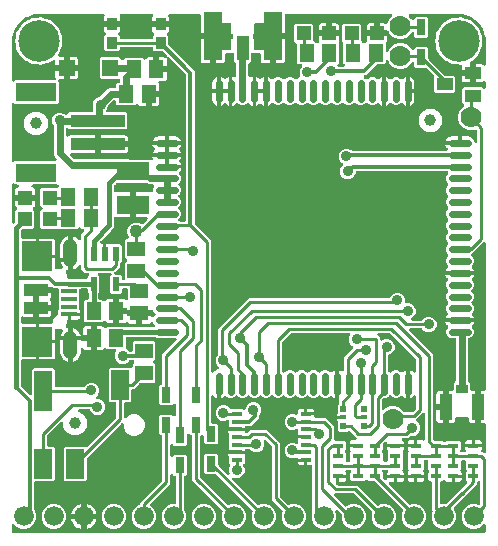
<source format=gbr>
G04 EAGLE Gerber RS-274X export*
G75*
%MOMM*%
%FSLAX34Y34*%
%LPD*%
%INTop Copper*%
%IPPOS*%
%AMOC8*
5,1,8,0,0,1.08239X$1,22.5*%
G01*
%ADD10R,0.550000X1.200000*%
%ADD11R,1.200000X1.200000*%
%ADD12R,1.300000X1.500000*%
%ADD13R,4.600000X1.000000*%
%ADD14R,3.400000X1.600000*%
%ADD15R,1.500000X1.300000*%
%ADD16R,2.500000X2.500000*%
%ADD17C,1.208000*%
%ADD18R,1.350000X0.400000*%
%ADD19R,2.000000X1.000000*%
%ADD20R,0.900000X1.000000*%
%ADD21R,1.400000X1.400000*%
%ADD22R,2.700000X1.600000*%
%ADD23R,0.500000X0.500000*%
%ADD24R,0.500000X0.400000*%
%ADD25C,3.516000*%
%ADD26C,1.778000*%
%ADD27C,1.000000*%
%ADD28R,0.800000X1.350000*%
%ADD29R,1.400000X1.000000*%
%ADD30C,1.100000*%
%ADD31R,0.900000X0.350000*%
%ADD32R,1.500000X2.500000*%
%ADD33R,1.500000X3.400000*%
%ADD34R,1.524000X4.064000*%
%ADD35R,1.016000X2.032000*%
%ADD36C,0.600000*%
%ADD37R,1.050000X2.200000*%
%ADD38R,1.000000X0.800000*%
%ADD39C,1.676400*%
%ADD40R,0.900000X0.450000*%
%ADD41C,0.906400*%
%ADD42C,0.304800*%
%ADD43C,0.254000*%
%ADD44C,0.406400*%
%ADD45C,0.609600*%

G36*
X230877Y433128D02*
X230877Y433128D01*
X230879Y433186D01*
X230857Y433268D01*
X230845Y433352D01*
X230822Y433405D01*
X230807Y433461D01*
X230764Y433534D01*
X230729Y433611D01*
X230691Y433656D01*
X230662Y433706D01*
X230600Y433764D01*
X230546Y433828D01*
X230497Y433860D01*
X230454Y433900D01*
X230379Y433939D01*
X230309Y433986D01*
X230253Y434003D01*
X230201Y434030D01*
X230133Y434041D01*
X230038Y434071D01*
X229938Y434074D01*
X229870Y434085D01*
X208772Y434085D01*
X208714Y434077D01*
X208656Y434079D01*
X208574Y434057D01*
X208491Y434045D01*
X208437Y434022D01*
X208381Y434007D01*
X208308Y433964D01*
X208231Y433929D01*
X208186Y433891D01*
X208136Y433862D01*
X208078Y433800D01*
X208014Y433746D01*
X207982Y433697D01*
X207942Y433654D01*
X207903Y433579D01*
X207857Y433509D01*
X207839Y433453D01*
X207812Y433401D01*
X207801Y433333D01*
X207771Y433238D01*
X207768Y433138D01*
X207757Y433070D01*
X207757Y425416D01*
X207751Y425414D01*
X207710Y425409D01*
X207600Y425365D01*
X207487Y425329D01*
X207452Y425307D01*
X207415Y425292D01*
X207319Y425222D01*
X207218Y425159D01*
X207190Y425129D01*
X207157Y425105D01*
X207081Y425014D01*
X207000Y424927D01*
X206980Y424892D01*
X206955Y424860D01*
X206904Y424753D01*
X206846Y424649D01*
X206836Y424609D01*
X206819Y424573D01*
X206797Y424456D01*
X206767Y424341D01*
X206763Y424280D01*
X206759Y424260D01*
X206761Y424240D01*
X206757Y424180D01*
X206757Y421640D01*
X206772Y421522D01*
X206779Y421403D01*
X206792Y421365D01*
X206797Y421325D01*
X206840Y421214D01*
X206877Y421101D01*
X206899Y421066D01*
X206914Y421029D01*
X206983Y420933D01*
X207047Y420832D01*
X207077Y420804D01*
X207100Y420771D01*
X207192Y420696D01*
X207279Y420614D01*
X207314Y420594D01*
X207345Y420569D01*
X207453Y420518D01*
X207557Y420460D01*
X207597Y420450D01*
X207633Y420433D01*
X207750Y420411D01*
X207757Y420409D01*
X207757Y412242D01*
X207765Y412184D01*
X207763Y412126D01*
X207785Y412044D01*
X207797Y411961D01*
X207821Y411907D01*
X207835Y411851D01*
X207878Y411778D01*
X207913Y411701D01*
X207951Y411656D01*
X207981Y411606D01*
X208042Y411548D01*
X208097Y411484D01*
X208145Y411452D01*
X208188Y411412D01*
X208263Y411373D01*
X208333Y411327D01*
X208389Y411309D01*
X208441Y411282D01*
X208509Y411271D01*
X208604Y411241D01*
X208704Y411238D01*
X208772Y411227D01*
X220981Y411227D01*
X220981Y400049D01*
X215565Y400049D01*
X214919Y400222D01*
X214340Y400557D01*
X213867Y401030D01*
X213532Y401609D01*
X213359Y402255D01*
X213359Y407416D01*
X213344Y407534D01*
X213337Y407653D01*
X213324Y407691D01*
X213319Y407732D01*
X213276Y407842D01*
X213239Y407955D01*
X213217Y407990D01*
X213202Y408027D01*
X213132Y408123D01*
X213069Y408224D01*
X213039Y408252D01*
X213016Y408285D01*
X212924Y408360D01*
X212837Y408442D01*
X212802Y408462D01*
X212771Y408487D01*
X212663Y408538D01*
X212559Y408596D01*
X212519Y408606D01*
X212483Y408623D01*
X212366Y408645D01*
X212251Y408675D01*
X212190Y408679D01*
X212170Y408683D01*
X212150Y408681D01*
X212090Y408685D01*
X208304Y408685D01*
X207399Y408928D01*
X207137Y409079D01*
X207014Y409131D01*
X206895Y409187D01*
X206868Y409192D01*
X206843Y409202D01*
X206712Y409222D01*
X206582Y409247D01*
X206556Y409245D01*
X206529Y409249D01*
X206397Y409235D01*
X206265Y409227D01*
X206239Y409219D01*
X206213Y409216D01*
X206088Y409170D01*
X205963Y409129D01*
X205940Y409115D01*
X205914Y409105D01*
X205806Y409030D01*
X205694Y408959D01*
X205675Y408939D01*
X205653Y408924D01*
X205567Y408824D01*
X205476Y408727D01*
X205463Y408703D01*
X205445Y408683D01*
X205386Y408565D01*
X205322Y408449D01*
X205316Y408422D01*
X205304Y408398D01*
X205276Y408269D01*
X205243Y408141D01*
X205241Y408103D01*
X205237Y408087D01*
X205238Y408065D01*
X205233Y407980D01*
X205233Y401748D01*
X204026Y400541D01*
X203923Y400535D01*
X203885Y400522D01*
X203844Y400517D01*
X203734Y400474D01*
X203621Y400437D01*
X203586Y400415D01*
X203549Y400400D01*
X203453Y400331D01*
X203352Y400267D01*
X203324Y400237D01*
X203291Y400214D01*
X203215Y400122D01*
X203134Y400035D01*
X203114Y400000D01*
X203089Y399969D01*
X203038Y399861D01*
X202980Y399757D01*
X202970Y399717D01*
X202953Y399681D01*
X202931Y399564D01*
X202901Y399449D01*
X202897Y399389D01*
X202893Y399369D01*
X202895Y399348D01*
X202891Y399288D01*
X202891Y389481D01*
X202893Y389467D01*
X202891Y389452D01*
X202912Y389309D01*
X202931Y389166D01*
X202936Y389152D01*
X202938Y389138D01*
X202995Y389004D01*
X203048Y388870D01*
X203056Y388858D01*
X203062Y388845D01*
X203150Y388730D01*
X203234Y388613D01*
X203246Y388603D01*
X203255Y388592D01*
X203368Y388503D01*
X203479Y388410D01*
X203493Y388404D01*
X203504Y388395D01*
X203637Y388336D01*
X203767Y388275D01*
X203782Y388272D01*
X203795Y388266D01*
X203938Y388242D01*
X204079Y388215D01*
X204094Y388216D01*
X204109Y388213D01*
X204253Y388226D01*
X204397Y388234D01*
X204411Y388239D01*
X204426Y388240D01*
X204563Y388288D01*
X204699Y388333D01*
X204712Y388340D01*
X204726Y388345D01*
X204865Y388426D01*
X205186Y388640D01*
X206194Y389058D01*
X206311Y389081D01*
X206311Y376960D01*
X206326Y376842D01*
X206333Y376723D01*
X206335Y376716D01*
X206321Y376660D01*
X206317Y376600D01*
X206313Y376580D01*
X206315Y376560D01*
X206311Y376500D01*
X206311Y364379D01*
X206194Y364402D01*
X205186Y364820D01*
X204278Y365426D01*
X203475Y366229D01*
X203465Y366241D01*
X203417Y366311D01*
X203361Y366361D01*
X203312Y366417D01*
X203242Y366466D01*
X203179Y366522D01*
X203112Y366556D01*
X203050Y366598D01*
X202971Y366628D01*
X202896Y366666D01*
X202822Y366683D01*
X202752Y366709D01*
X202668Y366717D01*
X202585Y366736D01*
X202510Y366733D01*
X202436Y366741D01*
X202352Y366729D01*
X202267Y366726D01*
X202195Y366705D01*
X202121Y366694D01*
X202043Y366661D01*
X201962Y366638D01*
X201897Y366600D01*
X201828Y366570D01*
X201761Y366519D01*
X201688Y366476D01*
X201582Y366383D01*
X201575Y366378D01*
X201573Y366375D01*
X201567Y366370D01*
X200661Y365463D01*
X198811Y364697D01*
X196809Y364697D01*
X194959Y365463D01*
X194053Y366370D01*
X193986Y366422D01*
X193926Y366481D01*
X193861Y366519D01*
X193802Y366565D01*
X193724Y366598D01*
X193651Y366641D01*
X193579Y366661D01*
X193510Y366691D01*
X193426Y366704D01*
X193345Y366727D01*
X193270Y366729D01*
X193196Y366741D01*
X193111Y366733D01*
X193027Y366735D01*
X192954Y366718D01*
X192879Y366711D01*
X192799Y366682D01*
X192717Y366663D01*
X192650Y366629D01*
X192580Y366603D01*
X192510Y366556D01*
X192435Y366517D01*
X192379Y366467D01*
X192317Y366425D01*
X192261Y366362D01*
X192198Y366305D01*
X192122Y366206D01*
X191342Y365426D01*
X190434Y364820D01*
X189426Y364402D01*
X189309Y364379D01*
X189309Y376500D01*
X189294Y376618D01*
X189287Y376737D01*
X189285Y376744D01*
X189299Y376800D01*
X189303Y376860D01*
X189307Y376880D01*
X189306Y376887D01*
X189307Y376889D01*
X189306Y376905D01*
X189309Y376960D01*
X189309Y389081D01*
X189426Y389058D01*
X190434Y388640D01*
X190755Y388426D01*
X190768Y388419D01*
X190779Y388410D01*
X190910Y388349D01*
X191039Y388284D01*
X191054Y388281D01*
X191067Y388275D01*
X191208Y388247D01*
X191350Y388217D01*
X191365Y388218D01*
X191380Y388215D01*
X191523Y388224D01*
X191668Y388229D01*
X191682Y388234D01*
X191697Y388234D01*
X191834Y388279D01*
X191973Y388320D01*
X191985Y388328D01*
X191999Y388333D01*
X192121Y388410D01*
X192245Y388484D01*
X192256Y388495D01*
X192268Y388503D01*
X192367Y388608D01*
X192469Y388711D01*
X192476Y388724D01*
X192486Y388734D01*
X192556Y388861D01*
X192628Y388986D01*
X192632Y389000D01*
X192640Y389013D01*
X192676Y389153D01*
X192715Y389292D01*
X192715Y389306D01*
X192719Y389321D01*
X192729Y389481D01*
X192729Y399500D01*
X192717Y399598D01*
X192714Y399698D01*
X192697Y399756D01*
X192689Y399816D01*
X192653Y399908D01*
X192625Y400003D01*
X192595Y400055D01*
X192572Y400112D01*
X192514Y400192D01*
X192464Y400277D01*
X192398Y400352D01*
X192386Y400369D01*
X192376Y400377D01*
X192358Y400398D01*
X191007Y401748D01*
X191007Y407980D01*
X190991Y408111D01*
X190980Y408243D01*
X190971Y408269D01*
X190967Y408296D01*
X190919Y408419D01*
X190875Y408544D01*
X190860Y408566D01*
X190850Y408591D01*
X190773Y408698D01*
X190699Y408809D01*
X190679Y408827D01*
X190664Y408849D01*
X190561Y408933D01*
X190463Y409022D01*
X190439Y409034D01*
X190419Y409051D01*
X190299Y409108D01*
X190182Y409169D01*
X190155Y409175D01*
X190131Y409187D01*
X190001Y409212D01*
X189872Y409242D01*
X189845Y409242D01*
X189819Y409247D01*
X189687Y409238D01*
X189554Y409236D01*
X189528Y409229D01*
X189501Y409227D01*
X189375Y409186D01*
X189248Y409151D01*
X189213Y409134D01*
X189199Y409129D01*
X189180Y409117D01*
X189103Y409079D01*
X188841Y408928D01*
X187936Y408685D01*
X184150Y408685D01*
X184032Y408670D01*
X183913Y408663D01*
X183875Y408650D01*
X183834Y408645D01*
X183724Y408602D01*
X183611Y408565D01*
X183576Y408543D01*
X183539Y408528D01*
X183443Y408458D01*
X183342Y408395D01*
X183314Y408365D01*
X183281Y408342D01*
X183205Y408250D01*
X183124Y408163D01*
X183104Y408128D01*
X183079Y408097D01*
X183028Y407989D01*
X182970Y407885D01*
X182960Y407845D01*
X182943Y407809D01*
X182921Y407692D01*
X182891Y407577D01*
X182887Y407516D01*
X182883Y407496D01*
X182885Y407476D01*
X182881Y407416D01*
X182881Y402255D01*
X182708Y401609D01*
X182373Y401030D01*
X181900Y400557D01*
X181321Y400222D01*
X180674Y400049D01*
X175259Y400049D01*
X175259Y411227D01*
X187468Y411227D01*
X187526Y411235D01*
X187584Y411233D01*
X187666Y411255D01*
X187750Y411267D01*
X187803Y411291D01*
X187859Y411305D01*
X187932Y411348D01*
X188009Y411383D01*
X188054Y411421D01*
X188104Y411451D01*
X188162Y411512D01*
X188226Y411567D01*
X188258Y411615D01*
X188298Y411658D01*
X188337Y411733D01*
X188384Y411803D01*
X188401Y411859D01*
X188428Y411911D01*
X188439Y411979D01*
X188469Y412074D01*
X188472Y412174D01*
X188483Y412242D01*
X188483Y420404D01*
X188489Y420406D01*
X188530Y420411D01*
X188640Y420454D01*
X188753Y420491D01*
X188788Y420513D01*
X188825Y420528D01*
X188921Y420598D01*
X189022Y420661D01*
X189050Y420691D01*
X189083Y420715D01*
X189159Y420806D01*
X189240Y420893D01*
X189260Y420928D01*
X189285Y420959D01*
X189336Y421067D01*
X189394Y421171D01*
X189404Y421211D01*
X189421Y421247D01*
X189443Y421364D01*
X189473Y421479D01*
X189477Y421540D01*
X189481Y421560D01*
X189479Y421580D01*
X189483Y421640D01*
X189483Y424180D01*
X189468Y424298D01*
X189461Y424417D01*
X189448Y424455D01*
X189443Y424495D01*
X189400Y424606D01*
X189363Y424719D01*
X189341Y424754D01*
X189326Y424791D01*
X189257Y424887D01*
X189193Y424988D01*
X189163Y425016D01*
X189140Y425048D01*
X189048Y425124D01*
X188961Y425206D01*
X188926Y425225D01*
X188895Y425251D01*
X188787Y425302D01*
X188683Y425359D01*
X188643Y425370D01*
X188607Y425387D01*
X188490Y425409D01*
X188483Y425411D01*
X188483Y433070D01*
X188475Y433128D01*
X188477Y433186D01*
X188455Y433268D01*
X188443Y433352D01*
X188420Y433405D01*
X188405Y433461D01*
X188362Y433534D01*
X188327Y433611D01*
X188289Y433656D01*
X188260Y433706D01*
X188198Y433764D01*
X188144Y433828D01*
X188095Y433860D01*
X188052Y433900D01*
X187977Y433939D01*
X187907Y433986D01*
X187851Y434003D01*
X187799Y434030D01*
X187731Y434041D01*
X187636Y434071D01*
X187536Y434074D01*
X187468Y434085D01*
X166370Y434085D01*
X166312Y434077D01*
X166254Y434079D01*
X166172Y434057D01*
X166089Y434045D01*
X166035Y434022D01*
X165979Y434007D01*
X165906Y433964D01*
X165829Y433929D01*
X165784Y433891D01*
X165734Y433862D01*
X165676Y433800D01*
X165612Y433746D01*
X165580Y433697D01*
X165540Y433654D01*
X165501Y433579D01*
X165455Y433509D01*
X165437Y433453D01*
X165410Y433401D01*
X165399Y433333D01*
X165369Y433238D01*
X165366Y433138D01*
X165355Y433070D01*
X165355Y425449D01*
X162559Y425449D01*
X162559Y440690D01*
X162544Y440808D01*
X162537Y440927D01*
X162524Y440965D01*
X162519Y441006D01*
X162476Y441116D01*
X162439Y441229D01*
X162417Y441264D01*
X162402Y441301D01*
X162332Y441397D01*
X162269Y441498D01*
X162239Y441526D01*
X162216Y441559D01*
X162124Y441635D01*
X162037Y441716D01*
X162002Y441736D01*
X161971Y441761D01*
X161863Y441812D01*
X161759Y441870D01*
X161719Y441880D01*
X161683Y441897D01*
X161566Y441919D01*
X161451Y441949D01*
X161390Y441953D01*
X161370Y441957D01*
X161350Y441955D01*
X161290Y441959D01*
X136056Y441959D01*
X135925Y441943D01*
X135793Y441932D01*
X135767Y441923D01*
X135741Y441919D01*
X135618Y441871D01*
X135492Y441827D01*
X135470Y441812D01*
X135445Y441802D01*
X135338Y441725D01*
X135227Y441651D01*
X135209Y441631D01*
X135188Y441616D01*
X135103Y441514D01*
X135014Y441415D01*
X135002Y441391D01*
X134985Y441371D01*
X134928Y441251D01*
X134867Y441134D01*
X134861Y441107D01*
X134849Y441083D01*
X134824Y440953D01*
X134794Y440824D01*
X134794Y440797D01*
X134789Y440771D01*
X134798Y440639D01*
X134800Y440506D01*
X134807Y440480D01*
X134809Y440453D01*
X134850Y440327D01*
X134885Y440200D01*
X134902Y440165D01*
X134907Y440151D01*
X134919Y440132D01*
X134957Y440055D01*
X135318Y439431D01*
X135491Y438784D01*
X135491Y435699D01*
X129430Y435699D01*
X129312Y435684D01*
X129193Y435677D01*
X129155Y435664D01*
X129115Y435659D01*
X129004Y435616D01*
X128891Y435579D01*
X128857Y435557D01*
X128819Y435542D01*
X128723Y435473D01*
X128622Y435409D01*
X128594Y435379D01*
X128562Y435356D01*
X128485Y435264D01*
X128454Y435230D01*
X128449Y435238D01*
X128419Y435266D01*
X128395Y435299D01*
X128304Y435375D01*
X128217Y435456D01*
X128182Y435476D01*
X128150Y435501D01*
X128043Y435552D01*
X127938Y435610D01*
X127899Y435620D01*
X127863Y435637D01*
X127746Y435659D01*
X127630Y435689D01*
X127570Y435693D01*
X127550Y435697D01*
X127530Y435695D01*
X127470Y435699D01*
X121409Y435699D01*
X121409Y438784D01*
X121582Y439431D01*
X121943Y440055D01*
X121994Y440178D01*
X122051Y440297D01*
X122056Y440324D01*
X122066Y440349D01*
X122086Y440480D01*
X122111Y440610D01*
X122109Y440636D01*
X122113Y440663D01*
X122099Y440795D01*
X122091Y440927D01*
X122083Y440953D01*
X122080Y440979D01*
X122034Y441104D01*
X121993Y441229D01*
X121978Y441252D01*
X121969Y441278D01*
X121893Y441386D01*
X121823Y441498D01*
X121803Y441517D01*
X121788Y441539D01*
X121688Y441625D01*
X121591Y441716D01*
X121567Y441729D01*
X121547Y441747D01*
X121429Y441806D01*
X121313Y441870D01*
X121286Y441876D01*
X121262Y441888D01*
X121133Y441916D01*
X121005Y441949D01*
X120967Y441951D01*
X120951Y441955D01*
X120929Y441954D01*
X120844Y441959D01*
X95056Y441959D01*
X94925Y441943D01*
X94793Y441932D01*
X94767Y441923D01*
X94741Y441919D01*
X94618Y441871D01*
X94492Y441827D01*
X94470Y441812D01*
X94445Y441802D01*
X94338Y441725D01*
X94227Y441651D01*
X94209Y441631D01*
X94188Y441616D01*
X94103Y441514D01*
X94014Y441415D01*
X94002Y441391D01*
X93985Y441371D01*
X93928Y441251D01*
X93867Y441134D01*
X93861Y441107D01*
X93849Y441083D01*
X93824Y440953D01*
X93794Y440824D01*
X93794Y440797D01*
X93789Y440771D01*
X93798Y440639D01*
X93800Y440506D01*
X93807Y440480D01*
X93809Y440453D01*
X93850Y440327D01*
X93885Y440200D01*
X93902Y440165D01*
X93907Y440151D01*
X93919Y440132D01*
X93957Y440055D01*
X94318Y439431D01*
X94491Y438784D01*
X94491Y435699D01*
X88430Y435699D01*
X88312Y435684D01*
X88193Y435677D01*
X88155Y435664D01*
X88115Y435659D01*
X88004Y435616D01*
X87891Y435579D01*
X87857Y435557D01*
X87819Y435542D01*
X87723Y435473D01*
X87622Y435409D01*
X87594Y435379D01*
X87562Y435356D01*
X87485Y435264D01*
X87454Y435230D01*
X87449Y435238D01*
X87419Y435266D01*
X87395Y435299D01*
X87304Y435375D01*
X87217Y435456D01*
X87182Y435476D01*
X87150Y435501D01*
X87043Y435552D01*
X86938Y435610D01*
X86899Y435620D01*
X86863Y435637D01*
X86746Y435659D01*
X86630Y435689D01*
X86570Y435693D01*
X86550Y435697D01*
X86530Y435695D01*
X86470Y435699D01*
X80409Y435699D01*
X80409Y438784D01*
X80582Y439431D01*
X80943Y440055D01*
X80994Y440178D01*
X81051Y440297D01*
X81056Y440324D01*
X81066Y440349D01*
X81086Y440480D01*
X81111Y440610D01*
X81109Y440636D01*
X81113Y440663D01*
X81099Y440795D01*
X81091Y440927D01*
X81083Y440953D01*
X81080Y440979D01*
X81034Y441104D01*
X80993Y441229D01*
X80978Y441252D01*
X80969Y441278D01*
X80893Y441386D01*
X80823Y441498D01*
X80803Y441517D01*
X80788Y441539D01*
X80688Y441625D01*
X80591Y441716D01*
X80567Y441729D01*
X80547Y441747D01*
X80429Y441806D01*
X80313Y441870D01*
X80286Y441876D01*
X80262Y441888D01*
X80133Y441916D01*
X80005Y441949D01*
X79967Y441951D01*
X79951Y441955D01*
X79929Y441954D01*
X79844Y441959D01*
X25400Y441959D01*
X25378Y441957D01*
X25300Y441955D01*
X21923Y441690D01*
X21855Y441676D01*
X21786Y441671D01*
X21630Y441631D01*
X18892Y440741D01*
X18867Y440730D01*
X18841Y440724D01*
X18724Y440663D01*
X18604Y440606D01*
X18583Y440589D01*
X18560Y440577D01*
X18462Y440489D01*
X18445Y440488D01*
X18418Y440493D01*
X18286Y440485D01*
X18153Y440483D01*
X18128Y440475D01*
X18101Y440474D01*
X17945Y440434D01*
X15206Y439544D01*
X15099Y439494D01*
X14988Y439450D01*
X14937Y439417D01*
X14918Y439409D01*
X14903Y439396D01*
X14852Y439364D01*
X9388Y435393D01*
X9301Y435312D01*
X9209Y435236D01*
X9171Y435190D01*
X9156Y435176D01*
X9145Y435158D01*
X9107Y435112D01*
X5136Y429648D01*
X5079Y429544D01*
X5015Y429444D01*
X4993Y429387D01*
X4983Y429369D01*
X4978Y429349D01*
X4956Y429294D01*
X2869Y422870D01*
X2856Y422802D01*
X2833Y422736D01*
X2810Y422577D01*
X2545Y419200D01*
X2546Y419178D01*
X2541Y419100D01*
X2541Y386010D01*
X2558Y385872D01*
X2571Y385733D01*
X2578Y385714D01*
X2581Y385694D01*
X2632Y385565D01*
X2679Y385434D01*
X2690Y385417D01*
X2698Y385398D01*
X2779Y385286D01*
X2857Y385171D01*
X2873Y385158D01*
X2884Y385141D01*
X2992Y385052D01*
X3096Y384960D01*
X3114Y384951D01*
X3129Y384938D01*
X3255Y384879D01*
X3379Y384816D01*
X3399Y384811D01*
X3417Y384803D01*
X3554Y384777D01*
X3689Y384746D01*
X3710Y384747D01*
X3729Y384743D01*
X3868Y384752D01*
X4007Y384756D01*
X4027Y384761D01*
X4047Y384763D01*
X4179Y384805D01*
X4313Y384844D01*
X4330Y384855D01*
X4349Y384861D01*
X4467Y384935D01*
X4587Y385006D01*
X4608Y385024D01*
X4618Y385031D01*
X4632Y385046D01*
X4707Y385112D01*
X5258Y385663D01*
X38743Y385663D01*
X38874Y385679D01*
X39006Y385690D01*
X39032Y385699D01*
X39059Y385703D01*
X39182Y385751D01*
X39307Y385795D01*
X39329Y385810D01*
X39354Y385820D01*
X39462Y385897D01*
X39572Y385971D01*
X39590Y385991D01*
X39612Y386006D01*
X39696Y386108D01*
X39785Y386207D01*
X39797Y386231D01*
X39815Y386251D01*
X39871Y386371D01*
X39932Y386488D01*
X39939Y386515D01*
X39950Y386539D01*
X39975Y386669D01*
X40005Y386798D01*
X40005Y386825D01*
X40010Y386851D01*
X40002Y386983D01*
X39999Y387116D01*
X39992Y387142D01*
X39990Y387169D01*
X39949Y387295D01*
X39914Y387422D01*
X39897Y387457D01*
X39892Y387471D01*
X39880Y387490D01*
X39842Y387567D01*
X39442Y388259D01*
X39269Y388906D01*
X39269Y393701D01*
X46271Y393701D01*
X46271Y386699D01*
X42970Y386699D01*
X42832Y386682D01*
X42693Y386669D01*
X42674Y386662D01*
X42654Y386659D01*
X42525Y386608D01*
X42394Y386561D01*
X42377Y386550D01*
X42358Y386542D01*
X42246Y386461D01*
X42131Y386383D01*
X42117Y386367D01*
X42101Y386356D01*
X42013Y386249D01*
X41920Y386144D01*
X41911Y386126D01*
X41898Y386111D01*
X41839Y385985D01*
X41776Y385861D01*
X41771Y385841D01*
X41763Y385823D01*
X41737Y385687D01*
X41706Y385551D01*
X41707Y385530D01*
X41703Y385511D01*
X41712Y385372D01*
X41716Y385233D01*
X41721Y385213D01*
X41723Y385193D01*
X41766Y385061D01*
X41804Y384927D01*
X41815Y384910D01*
X41821Y384891D01*
X41895Y384773D01*
X41966Y384653D01*
X41984Y384632D01*
X41991Y384622D01*
X42006Y384608D01*
X42072Y384532D01*
X42133Y384472D01*
X42133Y366788D01*
X40942Y365597D01*
X5258Y365597D01*
X4707Y366148D01*
X4598Y366233D01*
X4491Y366322D01*
X4472Y366330D01*
X4456Y366343D01*
X4328Y366398D01*
X4203Y366457D01*
X4183Y366461D01*
X4164Y366469D01*
X4026Y366491D01*
X3890Y366517D01*
X3870Y366516D01*
X3850Y366519D01*
X3711Y366506D01*
X3573Y366497D01*
X3554Y366491D01*
X3534Y366489D01*
X3402Y366442D01*
X3271Y366399D01*
X3253Y366388D01*
X3234Y366382D01*
X3119Y366303D01*
X3002Y366229D01*
X2988Y366214D01*
X2971Y366203D01*
X2879Y366099D01*
X2784Y365997D01*
X2774Y365980D01*
X2761Y365965D01*
X2698Y365841D01*
X2630Y365719D01*
X2625Y365699D01*
X2616Y365681D01*
X2586Y365545D01*
X2551Y365411D01*
X2549Y365383D01*
X2546Y365371D01*
X2547Y365351D01*
X2541Y365250D01*
X2541Y318010D01*
X2558Y317872D01*
X2571Y317733D01*
X2578Y317714D01*
X2581Y317694D01*
X2632Y317565D01*
X2679Y317434D01*
X2690Y317417D01*
X2698Y317398D01*
X2779Y317286D01*
X2857Y317171D01*
X2873Y317158D01*
X2884Y317141D01*
X2992Y317052D01*
X3096Y316960D01*
X3114Y316951D01*
X3129Y316938D01*
X3255Y316879D01*
X3379Y316816D01*
X3399Y316811D01*
X3417Y316803D01*
X3554Y316777D01*
X3689Y316746D01*
X3710Y316747D01*
X3729Y316743D01*
X3868Y316752D01*
X4007Y316756D01*
X4027Y316761D01*
X4047Y316763D01*
X4179Y316805D01*
X4313Y316844D01*
X4330Y316855D01*
X4349Y316861D01*
X4467Y316935D01*
X4587Y317006D01*
X4608Y317024D01*
X4618Y317031D01*
X4632Y317046D01*
X4707Y317112D01*
X5258Y317663D01*
X39118Y317663D01*
X39256Y317680D01*
X39394Y317693D01*
X39413Y317700D01*
X39433Y317703D01*
X39562Y317754D01*
X39693Y317801D01*
X39710Y317812D01*
X39729Y317820D01*
X39841Y317901D01*
X39957Y317979D01*
X39970Y317995D01*
X39986Y318006D01*
X40075Y318114D01*
X40167Y318218D01*
X40176Y318236D01*
X40189Y318251D01*
X40248Y318377D01*
X40312Y318501D01*
X40316Y318521D01*
X40325Y318539D01*
X40351Y318676D01*
X40381Y318811D01*
X40381Y318832D01*
X40384Y318851D01*
X40376Y318990D01*
X40372Y319129D01*
X40366Y319149D01*
X40365Y319169D01*
X40322Y319301D01*
X40283Y319435D01*
X40273Y319452D01*
X40267Y319471D01*
X40192Y319589D01*
X40122Y319709D01*
X40103Y319730D01*
X40097Y319740D01*
X40082Y319754D01*
X40015Y319829D01*
X38873Y320972D01*
X38099Y322839D01*
X38099Y347061D01*
X38087Y347159D01*
X38084Y347258D01*
X38067Y347316D01*
X38059Y347377D01*
X38023Y347469D01*
X37995Y347564D01*
X37965Y347616D01*
X37942Y347672D01*
X37884Y347752D01*
X37834Y347838D01*
X37768Y347913D01*
X37756Y347930D01*
X37746Y347937D01*
X37728Y347959D01*
X37615Y348071D01*
X36615Y350484D01*
X36615Y353096D01*
X37615Y355509D01*
X39461Y357355D01*
X41874Y358355D01*
X44486Y358355D01*
X46899Y357355D01*
X47171Y357082D01*
X47250Y357022D01*
X47322Y356954D01*
X47375Y356925D01*
X47423Y356888D01*
X47514Y356848D01*
X47600Y356800D01*
X47659Y356785D01*
X47715Y356761D01*
X47813Y356746D01*
X47908Y356721D01*
X48008Y356715D01*
X48029Y356711D01*
X48041Y356713D01*
X48069Y356711D01*
X48798Y356711D01*
X48916Y356726D01*
X49035Y356733D01*
X49073Y356746D01*
X49114Y356751D01*
X49224Y356794D01*
X49337Y356831D01*
X49372Y356853D01*
X49409Y356868D01*
X49505Y356937D01*
X49606Y357001D01*
X49634Y357031D01*
X49667Y357054D01*
X49743Y357146D01*
X49759Y357164D01*
X51258Y358663D01*
X70360Y358663D01*
X70478Y358678D01*
X70597Y358685D01*
X70635Y358698D01*
X70676Y358703D01*
X70786Y358746D01*
X70899Y358783D01*
X70934Y358805D01*
X70971Y358820D01*
X71067Y358889D01*
X71168Y358953D01*
X71196Y358983D01*
X71229Y359006D01*
X71305Y359098D01*
X71386Y359185D01*
X71406Y359220D01*
X71431Y359251D01*
X71482Y359359D01*
X71540Y359463D01*
X71550Y359503D01*
X71567Y359539D01*
X71589Y359656D01*
X71619Y359771D01*
X71623Y359831D01*
X71627Y359851D01*
X71625Y359872D01*
X71629Y359932D01*
X71629Y362311D01*
X71628Y362320D01*
X71629Y362329D01*
X71608Y362478D01*
X71589Y362627D01*
X71586Y362635D01*
X71585Y362644D01*
X71533Y362797D01*
X71060Y363939D01*
X71060Y366550D01*
X72059Y368963D01*
X73906Y370810D01*
X76319Y371809D01*
X76478Y371809D01*
X76576Y371822D01*
X76675Y371825D01*
X76734Y371841D01*
X76794Y371849D01*
X76886Y371885D01*
X76981Y371913D01*
X77033Y371944D01*
X77089Y371966D01*
X77170Y372024D01*
X77255Y372075D01*
X77330Y372141D01*
X77347Y372153D01*
X77355Y372162D01*
X77376Y372181D01*
X83672Y378477D01*
X85539Y379251D01*
X89448Y379251D01*
X89566Y379266D01*
X89685Y379273D01*
X89723Y379286D01*
X89764Y379291D01*
X89874Y379334D01*
X89987Y379371D01*
X90022Y379393D01*
X90059Y379408D01*
X90155Y379477D01*
X90256Y379541D01*
X90284Y379571D01*
X90317Y379594D01*
X90393Y379686D01*
X90474Y379773D01*
X90494Y379808D01*
X90519Y379839D01*
X90570Y379947D01*
X90628Y380051D01*
X90638Y380091D01*
X90655Y380127D01*
X90677Y380244D01*
X90707Y380359D01*
X90711Y380419D01*
X90715Y380439D01*
X90713Y380460D01*
X90717Y380520D01*
X90717Y382512D01*
X91908Y383703D01*
X92900Y383703D01*
X93018Y383718D01*
X93137Y383725D01*
X93175Y383738D01*
X93216Y383743D01*
X93326Y383786D01*
X93439Y383823D01*
X93474Y383845D01*
X93511Y383860D01*
X93607Y383929D01*
X93708Y383993D01*
X93736Y384023D01*
X93769Y384046D01*
X93845Y384138D01*
X93926Y384225D01*
X93946Y384260D01*
X93971Y384291D01*
X94022Y384399D01*
X94080Y384503D01*
X94090Y384543D01*
X94107Y384579D01*
X94129Y384696D01*
X94159Y384811D01*
X94163Y384871D01*
X94167Y384891D01*
X94165Y384912D01*
X94169Y384972D01*
X94169Y385938D01*
X94154Y386056D01*
X94147Y386175D01*
X94134Y386213D01*
X94129Y386254D01*
X94086Y386364D01*
X94049Y386477D01*
X94027Y386512D01*
X94012Y386549D01*
X93943Y386645D01*
X93879Y386746D01*
X93849Y386774D01*
X93826Y386807D01*
X93734Y386883D01*
X93647Y386964D01*
X93612Y386984D01*
X93581Y387009D01*
X93473Y387060D01*
X93369Y387118D01*
X93329Y387128D01*
X93293Y387145D01*
X93176Y387167D01*
X93061Y387197D01*
X93001Y387201D01*
X92981Y387205D01*
X92960Y387203D01*
X92900Y387207D01*
X77968Y387207D01*
X76777Y388398D01*
X76777Y404082D01*
X77968Y405273D01*
X93652Y405273D01*
X94843Y404082D01*
X94843Y403992D01*
X94860Y403854D01*
X94873Y403715D01*
X94880Y403696D01*
X94883Y403676D01*
X94934Y403547D01*
X94981Y403416D01*
X94992Y403399D01*
X95000Y403380D01*
X95081Y403268D01*
X95159Y403153D01*
X95175Y403140D01*
X95186Y403123D01*
X95294Y403034D01*
X95398Y402942D01*
X95416Y402933D01*
X95431Y402920D01*
X95557Y402861D01*
X95681Y402798D01*
X95701Y402793D01*
X95719Y402785D01*
X95856Y402759D01*
X95991Y402728D01*
X96012Y402729D01*
X96031Y402725D01*
X96170Y402734D01*
X96309Y402738D01*
X96329Y402743D01*
X96349Y402745D01*
X96481Y402788D01*
X96615Y402826D01*
X96632Y402837D01*
X96651Y402843D01*
X96769Y402917D01*
X96889Y402988D01*
X96910Y403006D01*
X96920Y403013D01*
X96934Y403028D01*
X97009Y403094D01*
X98568Y404653D01*
X113252Y404653D01*
X114236Y403668D01*
X114336Y403591D01*
X114431Y403509D01*
X114461Y403494D01*
X114488Y403473D01*
X114603Y403423D01*
X114716Y403367D01*
X114749Y403360D01*
X114780Y403347D01*
X114904Y403327D01*
X115027Y403301D01*
X115060Y403302D01*
X115094Y403297D01*
X115219Y403309D01*
X115344Y403314D01*
X115377Y403324D01*
X115410Y403327D01*
X115529Y403369D01*
X115649Y403406D01*
X115678Y403423D01*
X115710Y403434D01*
X115814Y403505D01*
X115921Y403570D01*
X115945Y403594D01*
X115973Y403613D01*
X116056Y403707D01*
X116144Y403797D01*
X116171Y403838D01*
X116183Y403851D01*
X116193Y403871D01*
X116233Y403931D01*
X116377Y404180D01*
X116850Y404653D01*
X117429Y404988D01*
X118076Y405161D01*
X122371Y405161D01*
X122371Y396390D01*
X122386Y396272D01*
X122393Y396153D01*
X122406Y396115D01*
X122411Y396075D01*
X122455Y395964D01*
X122491Y395851D01*
X122513Y395816D01*
X122528Y395779D01*
X122598Y395683D01*
X122661Y395582D01*
X122691Y395554D01*
X122715Y395522D01*
X122806Y395446D01*
X122893Y395364D01*
X122928Y395345D01*
X122959Y395319D01*
X123067Y395268D01*
X123171Y395211D01*
X123211Y395200D01*
X123247Y395183D01*
X123364Y395161D01*
X123479Y395131D01*
X123540Y395127D01*
X123560Y395123D01*
X123580Y395125D01*
X123640Y395121D01*
X124911Y395121D01*
X124911Y393850D01*
X124926Y393732D01*
X124933Y393613D01*
X124946Y393575D01*
X124951Y393535D01*
X124995Y393424D01*
X125031Y393311D01*
X125053Y393276D01*
X125068Y393239D01*
X125138Y393143D01*
X125201Y393042D01*
X125231Y393014D01*
X125255Y392981D01*
X125346Y392906D01*
X125433Y392824D01*
X125468Y392804D01*
X125500Y392779D01*
X125607Y392728D01*
X125711Y392670D01*
X125751Y392660D01*
X125787Y392643D01*
X125904Y392621D01*
X126019Y392591D01*
X126080Y392587D01*
X126100Y392583D01*
X126120Y392585D01*
X126180Y392581D01*
X133951Y392581D01*
X133951Y387286D01*
X133778Y386639D01*
X133443Y386060D01*
X132970Y385587D01*
X132391Y385252D01*
X131744Y385079D01*
X127914Y385079D01*
X127783Y385063D01*
X127651Y385052D01*
X127625Y385043D01*
X127598Y385039D01*
X127475Y384991D01*
X127350Y384947D01*
X127328Y384932D01*
X127303Y384922D01*
X127195Y384845D01*
X127085Y384771D01*
X127067Y384751D01*
X127045Y384736D01*
X126961Y384634D01*
X126872Y384535D01*
X126860Y384511D01*
X126842Y384491D01*
X126786Y384371D01*
X126725Y384254D01*
X126718Y384227D01*
X126707Y384203D01*
X126682Y384073D01*
X126652Y383944D01*
X126652Y383917D01*
X126647Y383891D01*
X126655Y383759D01*
X126658Y383626D01*
X126665Y383600D01*
X126667Y383573D01*
X126708Y383447D01*
X126743Y383320D01*
X126760Y383285D01*
X126765Y383271D01*
X126777Y383252D01*
X126815Y383175D01*
X127118Y382651D01*
X127291Y382004D01*
X127291Y376709D01*
X119520Y376709D01*
X119402Y376694D01*
X119283Y376687D01*
X119245Y376674D01*
X119205Y376669D01*
X119094Y376625D01*
X118981Y376589D01*
X118946Y376567D01*
X118909Y376552D01*
X118813Y376482D01*
X118712Y376419D01*
X118684Y376389D01*
X118652Y376365D01*
X118576Y376274D01*
X118494Y376187D01*
X118475Y376152D01*
X118449Y376120D01*
X118398Y376013D01*
X118341Y375909D01*
X118330Y375869D01*
X118313Y375833D01*
X118291Y375716D01*
X118261Y375601D01*
X118257Y375540D01*
X118253Y375520D01*
X118255Y375500D01*
X118251Y375440D01*
X118251Y374169D01*
X116980Y374169D01*
X116862Y374154D01*
X116743Y374147D01*
X116705Y374134D01*
X116665Y374129D01*
X116554Y374085D01*
X116441Y374049D01*
X116406Y374027D01*
X116369Y374012D01*
X116273Y373942D01*
X116172Y373879D01*
X116144Y373849D01*
X116111Y373825D01*
X116036Y373734D01*
X115954Y373647D01*
X115934Y373612D01*
X115909Y373580D01*
X115858Y373473D01*
X115800Y373369D01*
X115790Y373329D01*
X115773Y373293D01*
X115751Y373176D01*
X115721Y373061D01*
X115717Y373000D01*
X115713Y372980D01*
X115715Y372960D01*
X115711Y372900D01*
X115711Y364129D01*
X111416Y364129D01*
X110769Y364302D01*
X110190Y364637D01*
X109717Y365110D01*
X109573Y365359D01*
X109497Y365459D01*
X109427Y365563D01*
X109401Y365585D01*
X109381Y365612D01*
X109282Y365690D01*
X109188Y365774D01*
X109158Y365789D01*
X109132Y365810D01*
X109017Y365861D01*
X108905Y365918D01*
X108872Y365926D01*
X108841Y365939D01*
X108717Y365960D01*
X108595Y365988D01*
X108561Y365987D01*
X108528Y365992D01*
X108402Y365982D01*
X108277Y365978D01*
X108244Y365969D01*
X108211Y365966D01*
X108092Y365925D01*
X107971Y365890D01*
X107942Y365873D01*
X107910Y365862D01*
X107806Y365792D01*
X107697Y365728D01*
X107661Y365696D01*
X107645Y365686D01*
X107631Y365670D01*
X107576Y365622D01*
X106592Y364637D01*
X91908Y364637D01*
X90717Y365828D01*
X90717Y367820D01*
X90702Y367938D01*
X90695Y368057D01*
X90682Y368095D01*
X90677Y368136D01*
X90634Y368246D01*
X90597Y368359D01*
X90575Y368394D01*
X90560Y368431D01*
X90491Y368527D01*
X90427Y368628D01*
X90397Y368656D01*
X90374Y368689D01*
X90282Y368765D01*
X90195Y368846D01*
X90160Y368866D01*
X90129Y368891D01*
X90021Y368942D01*
X89917Y369000D01*
X89877Y369010D01*
X89841Y369027D01*
X89724Y369049D01*
X89609Y369079D01*
X89549Y369083D01*
X89529Y369087D01*
X89508Y369085D01*
X89448Y369089D01*
X89180Y369089D01*
X89082Y369077D01*
X88983Y369074D01*
X88925Y369057D01*
X88865Y369049D01*
X88773Y369013D01*
X88678Y368985D01*
X88625Y368955D01*
X88569Y368932D01*
X88489Y368874D01*
X88404Y368824D01*
X88328Y368758D01*
X88312Y368746D01*
X88304Y368736D01*
X88283Y368718D01*
X84561Y364996D01*
X84500Y364917D01*
X84432Y364845D01*
X84403Y364792D01*
X84366Y364744D01*
X84327Y364653D01*
X84279Y364567D01*
X84264Y364508D01*
X84240Y364453D01*
X84224Y364354D01*
X84199Y364259D01*
X84193Y364159D01*
X84190Y364138D01*
X84191Y364126D01*
X84189Y364098D01*
X84189Y363939D01*
X83190Y361526D01*
X82493Y360829D01*
X82408Y360720D01*
X82320Y360613D01*
X82311Y360594D01*
X82298Y360578D01*
X82243Y360450D01*
X82184Y360325D01*
X82180Y360305D01*
X82172Y360286D01*
X82150Y360148D01*
X82124Y360012D01*
X82125Y359992D01*
X82122Y359972D01*
X82135Y359833D01*
X82144Y359695D01*
X82150Y359676D01*
X82152Y359656D01*
X82199Y359525D01*
X82242Y359393D01*
X82253Y359375D01*
X82260Y359356D01*
X82338Y359242D01*
X82412Y359124D01*
X82427Y359110D01*
X82438Y359093D01*
X82542Y359001D01*
X82644Y358906D01*
X82662Y358896D01*
X82677Y358883D01*
X82800Y358820D01*
X82922Y358752D01*
X82942Y358747D01*
X82960Y358738D01*
X83096Y358708D01*
X83230Y358673D01*
X83258Y358671D01*
X83270Y358668D01*
X83291Y358669D01*
X83391Y358663D01*
X98942Y358663D01*
X100133Y357472D01*
X100133Y345788D01*
X98942Y344597D01*
X51258Y344597D01*
X50427Y345428D01*
X50318Y345513D01*
X50211Y345602D01*
X50192Y345610D01*
X50176Y345623D01*
X50049Y345678D01*
X49923Y345737D01*
X49903Y345741D01*
X49884Y345749D01*
X49746Y345771D01*
X49610Y345797D01*
X49590Y345796D01*
X49570Y345799D01*
X49431Y345786D01*
X49293Y345777D01*
X49274Y345771D01*
X49254Y345769D01*
X49122Y345722D01*
X48991Y345679D01*
X48973Y345668D01*
X48954Y345662D01*
X48839Y345583D01*
X48722Y345509D01*
X48708Y345494D01*
X48691Y345483D01*
X48599Y345379D01*
X48504Y345277D01*
X48494Y345260D01*
X48481Y345245D01*
X48418Y345121D01*
X48350Y344999D01*
X48345Y344979D01*
X48336Y344961D01*
X48306Y344825D01*
X48271Y344691D01*
X48269Y344663D01*
X48266Y344651D01*
X48267Y344631D01*
X48261Y344530D01*
X48261Y339448D01*
X48278Y339310D01*
X48291Y339172D01*
X48298Y339153D01*
X48301Y339133D01*
X48352Y339004D01*
X48399Y338872D01*
X48410Y338856D01*
X48418Y338837D01*
X48499Y338725D01*
X48577Y338609D01*
X48593Y338596D01*
X48604Y338580D01*
X48712Y338491D01*
X48816Y338399D01*
X48834Y338390D01*
X48849Y338377D01*
X48975Y338317D01*
X49099Y338254D01*
X49119Y338250D01*
X49137Y338241D01*
X49274Y338215D01*
X49409Y338185D01*
X49430Y338185D01*
X49449Y338181D01*
X49588Y338190D01*
X49727Y338194D01*
X49747Y338200D01*
X49767Y338201D01*
X49899Y338244D01*
X50033Y338283D01*
X50050Y338293D01*
X50069Y338299D01*
X50187Y338374D01*
X50307Y338444D01*
X50328Y338463D01*
X50338Y338469D01*
X50352Y338484D01*
X50428Y338551D01*
X50540Y338663D01*
X51119Y338998D01*
X51766Y339171D01*
X72601Y339171D01*
X72601Y332860D01*
X72616Y332742D01*
X72623Y332623D01*
X72635Y332585D01*
X72641Y332545D01*
X72684Y332434D01*
X72721Y332321D01*
X72743Y332287D01*
X72758Y332249D01*
X72827Y332153D01*
X72891Y332052D01*
X72921Y332024D01*
X72944Y331992D01*
X73036Y331916D01*
X73123Y331834D01*
X73158Y331815D01*
X73189Y331789D01*
X73297Y331738D01*
X73401Y331681D01*
X73441Y331671D01*
X73477Y331653D01*
X73584Y331633D01*
X73554Y331629D01*
X73444Y331585D01*
X73331Y331549D01*
X73296Y331527D01*
X73259Y331512D01*
X73162Y331442D01*
X73062Y331379D01*
X73034Y331349D01*
X73001Y331325D01*
X72925Y331234D01*
X72844Y331147D01*
X72824Y331112D01*
X72799Y331080D01*
X72748Y330973D01*
X72690Y330868D01*
X72680Y330829D01*
X72663Y330793D01*
X72641Y330676D01*
X72611Y330560D01*
X72607Y330500D01*
X72603Y330480D01*
X72605Y330460D01*
X72601Y330400D01*
X72601Y324089D01*
X53190Y324089D01*
X53053Y324072D01*
X52914Y324059D01*
X52895Y324052D01*
X52875Y324049D01*
X52746Y323998D01*
X52615Y323951D01*
X52598Y323940D01*
X52579Y323932D01*
X52467Y323851D01*
X52351Y323773D01*
X52338Y323757D01*
X52322Y323746D01*
X52233Y323638D01*
X52141Y323534D01*
X52132Y323516D01*
X52119Y323501D01*
X52060Y323375D01*
X51996Y323251D01*
X51992Y323231D01*
X51983Y323213D01*
X51957Y323077D01*
X51927Y322941D01*
X51927Y322920D01*
X51924Y322901D01*
X51932Y322762D01*
X51936Y322623D01*
X51942Y322603D01*
X51943Y322583D01*
X51986Y322451D01*
X52025Y322317D01*
X52035Y322300D01*
X52041Y322281D01*
X52116Y322163D01*
X52186Y322043D01*
X52205Y322022D01*
X52211Y322012D01*
X52226Y321998D01*
X52293Y321923D01*
X55073Y319142D01*
X55151Y319082D01*
X55223Y319014D01*
X55276Y318985D01*
X55324Y318948D01*
X55415Y318908D01*
X55502Y318860D01*
X55560Y318845D01*
X55616Y318821D01*
X55714Y318806D01*
X55810Y318781D01*
X55910Y318775D01*
X55930Y318771D01*
X55942Y318773D01*
X55970Y318771D01*
X101371Y318771D01*
X101374Y318769D01*
X101383Y318767D01*
X101391Y318762D01*
X101536Y318725D01*
X101681Y318685D01*
X101690Y318685D01*
X101699Y318683D01*
X101860Y318673D01*
X119752Y318673D01*
X119998Y318427D01*
X120025Y318405D01*
X120048Y318379D01*
X120151Y318308D01*
X120249Y318232D01*
X120281Y318218D01*
X120310Y318198D01*
X120426Y318155D01*
X120541Y318106D01*
X120576Y318100D01*
X120608Y318088D01*
X120732Y318075D01*
X120855Y318056D01*
X120890Y318059D01*
X120925Y318056D01*
X121048Y318074D01*
X121172Y318086D01*
X121204Y318097D01*
X121239Y318103D01*
X121354Y318151D01*
X121471Y318193D01*
X121500Y318213D01*
X121532Y318227D01*
X121631Y318302D01*
X121734Y318372D01*
X121757Y318398D01*
X121785Y318419D01*
X121862Y318517D01*
X121944Y318610D01*
X121960Y318641D01*
X121982Y318669D01*
X122032Y318782D01*
X122089Y318893D01*
X122097Y318928D01*
X122111Y318960D01*
X122131Y319082D01*
X122159Y319204D01*
X122158Y319239D01*
X122163Y319273D01*
X122153Y319397D01*
X122149Y319522D01*
X122139Y319555D01*
X122136Y319590D01*
X122095Y319708D01*
X122061Y319827D01*
X122043Y319857D01*
X122031Y319890D01*
X121951Y320030D01*
X121900Y320106D01*
X121482Y321114D01*
X121459Y321231D01*
X132311Y321231D01*
X132311Y312960D01*
X132326Y312842D01*
X132333Y312723D01*
X132345Y312685D01*
X132351Y312645D01*
X132394Y312534D01*
X132431Y312421D01*
X132453Y312387D01*
X132468Y312349D01*
X132537Y312253D01*
X132601Y312152D01*
X132631Y312124D01*
X132654Y312092D01*
X132746Y312016D01*
X132833Y311934D01*
X132868Y311915D01*
X132899Y311889D01*
X132943Y311869D01*
X132998Y311792D01*
X133061Y311692D01*
X133091Y311664D01*
X133115Y311631D01*
X133206Y311555D01*
X133293Y311474D01*
X133328Y311454D01*
X133360Y311429D01*
X133467Y311378D01*
X133572Y311320D01*
X133611Y311310D01*
X133647Y311293D01*
X133764Y311271D01*
X133880Y311241D01*
X133940Y311237D01*
X133960Y311233D01*
X133980Y311235D01*
X134040Y311231D01*
X146161Y311231D01*
X146138Y311114D01*
X145720Y310106D01*
X145114Y309198D01*
X144311Y308395D01*
X144299Y308385D01*
X144229Y308337D01*
X144179Y308281D01*
X144122Y308231D01*
X144074Y308162D01*
X144018Y308099D01*
X143984Y308032D01*
X143941Y307970D01*
X143912Y307891D01*
X143874Y307816D01*
X143857Y307742D01*
X143831Y307672D01*
X143823Y307587D01*
X143804Y307505D01*
X143807Y307430D01*
X143799Y307355D01*
X143811Y307272D01*
X143814Y307187D01*
X143835Y307115D01*
X143846Y307041D01*
X143879Y306963D01*
X143902Y306882D01*
X143941Y306817D01*
X143970Y306748D01*
X144021Y306681D01*
X144064Y306608D01*
X144157Y306502D01*
X144163Y306495D01*
X144165Y306493D01*
X144170Y306487D01*
X145077Y305581D01*
X145843Y303731D01*
X145843Y301729D01*
X145077Y299879D01*
X143825Y298628D01*
X143752Y298533D01*
X143673Y298444D01*
X143655Y298408D01*
X143630Y298376D01*
X143583Y298267D01*
X143529Y298161D01*
X143520Y298122D01*
X143504Y298084D01*
X143485Y297967D01*
X143459Y297851D01*
X143460Y297810D01*
X143454Y297770D01*
X143465Y297652D01*
X143469Y297533D01*
X143480Y297494D01*
X143484Y297454D01*
X143524Y297341D01*
X143557Y297227D01*
X143577Y297193D01*
X143591Y297154D01*
X143658Y297056D01*
X143718Y296953D01*
X143758Y296908D01*
X143770Y296891D01*
X143785Y296878D01*
X143825Y296833D01*
X145077Y295581D01*
X145843Y293731D01*
X145843Y291729D01*
X145077Y289879D01*
X143825Y288628D01*
X143752Y288533D01*
X143673Y288444D01*
X143655Y288408D01*
X143630Y288376D01*
X143583Y288267D01*
X143529Y288161D01*
X143520Y288122D01*
X143504Y288084D01*
X143485Y287967D01*
X143459Y287851D01*
X143460Y287810D01*
X143454Y287770D01*
X143465Y287652D01*
X143469Y287533D01*
X143480Y287494D01*
X143484Y287454D01*
X143524Y287341D01*
X143557Y287227D01*
X143577Y287193D01*
X143591Y287154D01*
X143658Y287056D01*
X143718Y286953D01*
X143758Y286908D01*
X143770Y286891D01*
X143785Y286878D01*
X143825Y286833D01*
X145077Y285581D01*
X145843Y283731D01*
X145843Y281729D01*
X145077Y279879D01*
X143825Y278628D01*
X143752Y278533D01*
X143673Y278444D01*
X143655Y278408D01*
X143630Y278376D01*
X143583Y278267D01*
X143529Y278161D01*
X143520Y278122D01*
X143504Y278084D01*
X143485Y277967D01*
X143459Y277851D01*
X143460Y277810D01*
X143454Y277770D01*
X143465Y277652D01*
X143469Y277533D01*
X143480Y277494D01*
X143484Y277454D01*
X143524Y277341D01*
X143557Y277227D01*
X143577Y277193D01*
X143591Y277154D01*
X143658Y277056D01*
X143718Y276953D01*
X143758Y276908D01*
X143770Y276891D01*
X143785Y276878D01*
X143825Y276833D01*
X145077Y275581D01*
X145843Y273731D01*
X145843Y271729D01*
X145077Y269879D01*
X143825Y268628D01*
X143752Y268533D01*
X143673Y268444D01*
X143655Y268408D01*
X143630Y268376D01*
X143583Y268267D01*
X143529Y268161D01*
X143520Y268122D01*
X143504Y268084D01*
X143485Y267967D01*
X143459Y267851D01*
X143460Y267810D01*
X143454Y267770D01*
X143465Y267652D01*
X143469Y267533D01*
X143480Y267494D01*
X143484Y267454D01*
X143524Y267341D01*
X143557Y267227D01*
X143577Y267193D01*
X143591Y267154D01*
X143658Y267056D01*
X143718Y266953D01*
X143758Y266908D01*
X143770Y266891D01*
X143785Y266878D01*
X143825Y266833D01*
X144093Y266565D01*
X144171Y266504D01*
X144243Y266436D01*
X144296Y266407D01*
X144344Y266370D01*
X144435Y266330D01*
X144522Y266282D01*
X144580Y266267D01*
X144636Y266243D01*
X144734Y266228D01*
X144830Y266203D01*
X144930Y266197D01*
X144950Y266193D01*
X144962Y266195D01*
X144990Y266193D01*
X148844Y266193D01*
X148962Y266208D01*
X149081Y266215D01*
X149119Y266228D01*
X149160Y266233D01*
X149270Y266276D01*
X149383Y266313D01*
X149418Y266335D01*
X149455Y266350D01*
X149551Y266419D01*
X149652Y266483D01*
X149680Y266513D01*
X149713Y266536D01*
X149789Y266628D01*
X149870Y266715D01*
X149890Y266750D01*
X149915Y266781D01*
X149966Y266889D01*
X150024Y266993D01*
X150034Y267033D01*
X150051Y267069D01*
X150073Y267186D01*
X150103Y267301D01*
X150107Y267361D01*
X150111Y267381D01*
X150109Y267402D01*
X150113Y267462D01*
X150113Y390231D01*
X150101Y390329D01*
X150098Y390428D01*
X150081Y390486D01*
X150073Y390547D01*
X150037Y390639D01*
X150009Y390734D01*
X149979Y390786D01*
X149956Y390842D01*
X149898Y390922D01*
X149848Y391008D01*
X149782Y391083D01*
X149770Y391100D01*
X149760Y391107D01*
X149742Y391129D01*
X135825Y405045D01*
X135705Y405138D01*
X135585Y405233D01*
X135579Y405236D01*
X135574Y405240D01*
X135434Y405300D01*
X135295Y405363D01*
X135288Y405364D01*
X135282Y405366D01*
X135131Y405390D01*
X134981Y405416D01*
X134974Y405415D01*
X134968Y405416D01*
X134815Y405402D01*
X134664Y405389D01*
X134658Y405387D01*
X134651Y405387D01*
X134506Y405334D01*
X134364Y405285D01*
X134358Y405281D01*
X134352Y405279D01*
X134226Y405193D01*
X134099Y405109D01*
X134094Y405104D01*
X134089Y405100D01*
X133988Y404986D01*
X133886Y404873D01*
X133883Y404867D01*
X133878Y404862D01*
X133808Y404725D01*
X133738Y404591D01*
X133737Y404585D01*
X133734Y404579D01*
X133700Y404429D01*
X133665Y404282D01*
X133665Y404275D01*
X133664Y404268D01*
X133668Y404116D01*
X133672Y403964D01*
X133673Y403957D01*
X133674Y403950D01*
X133716Y403805D01*
X133757Y403657D01*
X133761Y403649D01*
X133762Y403645D01*
X133767Y403636D01*
X133769Y403632D01*
X133951Y402954D01*
X133951Y397659D01*
X127449Y397659D01*
X127449Y405161D01*
X131744Y405161D01*
X132478Y404964D01*
X132583Y404919D01*
X132590Y404918D01*
X132596Y404915D01*
X132746Y404893D01*
X132897Y404869D01*
X132904Y404869D01*
X132911Y404868D01*
X133062Y404884D01*
X133214Y404899D01*
X133220Y404901D01*
X133227Y404902D01*
X133369Y404954D01*
X133513Y405006D01*
X133519Y405010D01*
X133525Y405012D01*
X133650Y405099D01*
X133776Y405185D01*
X133781Y405190D01*
X133786Y405194D01*
X133886Y405309D01*
X133987Y405423D01*
X133990Y405429D01*
X133994Y405434D01*
X134063Y405572D01*
X134132Y405706D01*
X134133Y405713D01*
X134136Y405719D01*
X134168Y405868D01*
X134201Y406017D01*
X134201Y406023D01*
X134202Y406030D01*
X134196Y406181D01*
X134192Y406335D01*
X134190Y406341D01*
X134189Y406348D01*
X134146Y406493D01*
X134103Y406640D01*
X134100Y406646D01*
X134098Y406652D01*
X134018Y406784D01*
X133942Y406914D01*
X133936Y406921D01*
X133933Y406925D01*
X133926Y406932D01*
X133835Y407035D01*
X130825Y410046D01*
X130746Y410106D01*
X130674Y410174D01*
X130621Y410203D01*
X130573Y410240D01*
X130482Y410280D01*
X130396Y410328D01*
X130337Y410343D01*
X130281Y410367D01*
X130183Y410382D01*
X130088Y410407D01*
X129988Y410413D01*
X129967Y410417D01*
X129955Y410415D01*
X129927Y410417D01*
X123108Y410417D01*
X121917Y411608D01*
X121917Y412878D01*
X121902Y412996D01*
X121895Y413115D01*
X121882Y413153D01*
X121877Y413194D01*
X121834Y413304D01*
X121797Y413417D01*
X121775Y413452D01*
X121760Y413489D01*
X121691Y413585D01*
X121627Y413686D01*
X121597Y413714D01*
X121574Y413747D01*
X121482Y413823D01*
X121395Y413904D01*
X121360Y413924D01*
X121329Y413949D01*
X121221Y414000D01*
X121117Y414058D01*
X121077Y414068D01*
X121041Y414085D01*
X120924Y414107D01*
X120809Y414137D01*
X120749Y414141D01*
X120729Y414145D01*
X120708Y414143D01*
X120648Y414147D01*
X95252Y414147D01*
X95134Y414132D01*
X95015Y414125D01*
X94977Y414112D01*
X94936Y414107D01*
X94826Y414064D01*
X94713Y414027D01*
X94678Y414005D01*
X94641Y413990D01*
X94545Y413921D01*
X94444Y413857D01*
X94416Y413827D01*
X94383Y413804D01*
X94307Y413712D01*
X94226Y413625D01*
X94206Y413590D01*
X94181Y413559D01*
X94130Y413451D01*
X94072Y413347D01*
X94062Y413307D01*
X94045Y413271D01*
X94023Y413154D01*
X93993Y413039D01*
X93989Y412979D01*
X93985Y412959D01*
X93987Y412938D01*
X93983Y412878D01*
X93983Y411608D01*
X92792Y410417D01*
X82108Y410417D01*
X80917Y411608D01*
X80917Y423292D01*
X81902Y424276D01*
X81979Y424376D01*
X82061Y424471D01*
X82076Y424501D01*
X82097Y424528D01*
X82147Y424643D01*
X82203Y424756D01*
X82210Y424789D01*
X82223Y424820D01*
X82243Y424944D01*
X82269Y425067D01*
X82268Y425100D01*
X82273Y425134D01*
X82261Y425259D01*
X82256Y425384D01*
X82246Y425417D01*
X82243Y425450D01*
X82201Y425569D01*
X82164Y425689D01*
X82147Y425718D01*
X82136Y425750D01*
X82065Y425854D01*
X82000Y425961D01*
X81976Y425985D01*
X81957Y426013D01*
X81863Y426096D01*
X81773Y426184D01*
X81732Y426211D01*
X81719Y426223D01*
X81699Y426233D01*
X81639Y426273D01*
X81390Y426417D01*
X80917Y426890D01*
X80582Y427469D01*
X80409Y428116D01*
X80409Y431201D01*
X86470Y431201D01*
X86588Y431216D01*
X86707Y431223D01*
X86745Y431235D01*
X86785Y431241D01*
X86896Y431284D01*
X87009Y431321D01*
X87043Y431343D01*
X87081Y431358D01*
X87177Y431427D01*
X87278Y431491D01*
X87306Y431521D01*
X87338Y431544D01*
X87414Y431636D01*
X87446Y431670D01*
X87451Y431662D01*
X87481Y431634D01*
X87505Y431601D01*
X87596Y431525D01*
X87683Y431444D01*
X87718Y431424D01*
X87750Y431399D01*
X87857Y431348D01*
X87962Y431290D01*
X88001Y431280D01*
X88037Y431263D01*
X88154Y431241D01*
X88270Y431211D01*
X88330Y431207D01*
X88350Y431203D01*
X88370Y431205D01*
X88430Y431201D01*
X94491Y431201D01*
X94491Y428116D01*
X94318Y427469D01*
X93983Y426890D01*
X93510Y426417D01*
X93261Y426273D01*
X93161Y426197D01*
X93057Y426127D01*
X93035Y426101D01*
X93008Y426081D01*
X92930Y425982D01*
X92846Y425888D01*
X92831Y425858D01*
X92810Y425832D01*
X92759Y425717D01*
X92702Y425605D01*
X92694Y425572D01*
X92681Y425541D01*
X92660Y425417D01*
X92632Y425295D01*
X92633Y425261D01*
X92628Y425228D01*
X92638Y425102D01*
X92642Y424977D01*
X92651Y424944D01*
X92654Y424911D01*
X92695Y424792D01*
X92730Y424671D01*
X92747Y424642D01*
X92758Y424610D01*
X92828Y424506D01*
X92892Y424397D01*
X92924Y424361D01*
X92934Y424345D01*
X92950Y424331D01*
X92998Y424276D01*
X93983Y423292D01*
X93983Y422022D01*
X93998Y421904D01*
X94005Y421785D01*
X94018Y421747D01*
X94023Y421706D01*
X94066Y421596D01*
X94103Y421483D01*
X94125Y421448D01*
X94140Y421411D01*
X94209Y421315D01*
X94273Y421214D01*
X94303Y421186D01*
X94326Y421153D01*
X94418Y421077D01*
X94505Y420996D01*
X94540Y420976D01*
X94571Y420951D01*
X94679Y420900D01*
X94783Y420842D01*
X94823Y420832D01*
X94859Y420815D01*
X94976Y420793D01*
X95091Y420763D01*
X95151Y420759D01*
X95171Y420755D01*
X95192Y420757D01*
X95252Y420753D01*
X120648Y420753D01*
X120766Y420768D01*
X120885Y420775D01*
X120923Y420788D01*
X120964Y420793D01*
X121074Y420836D01*
X121187Y420873D01*
X121222Y420895D01*
X121259Y420910D01*
X121355Y420979D01*
X121456Y421043D01*
X121484Y421073D01*
X121517Y421096D01*
X121593Y421188D01*
X121674Y421275D01*
X121694Y421310D01*
X121719Y421341D01*
X121770Y421449D01*
X121828Y421553D01*
X121838Y421593D01*
X121855Y421629D01*
X121877Y421746D01*
X121907Y421861D01*
X121911Y421921D01*
X121915Y421941D01*
X121913Y421962D01*
X121917Y422022D01*
X121917Y423292D01*
X122902Y424276D01*
X122979Y424376D01*
X123061Y424471D01*
X123076Y424501D01*
X123097Y424528D01*
X123147Y424643D01*
X123203Y424756D01*
X123210Y424789D01*
X123223Y424820D01*
X123243Y424944D01*
X123269Y425067D01*
X123268Y425100D01*
X123273Y425134D01*
X123261Y425259D01*
X123256Y425384D01*
X123246Y425417D01*
X123243Y425450D01*
X123201Y425569D01*
X123164Y425689D01*
X123147Y425718D01*
X123136Y425750D01*
X123065Y425854D01*
X123000Y425961D01*
X122976Y425985D01*
X122957Y426013D01*
X122863Y426096D01*
X122773Y426184D01*
X122732Y426211D01*
X122719Y426223D01*
X122699Y426233D01*
X122639Y426273D01*
X122390Y426417D01*
X121917Y426890D01*
X121582Y427469D01*
X121409Y428116D01*
X121409Y431201D01*
X127470Y431201D01*
X127588Y431216D01*
X127707Y431223D01*
X127745Y431235D01*
X127785Y431241D01*
X127896Y431284D01*
X128009Y431321D01*
X128043Y431343D01*
X128081Y431358D01*
X128177Y431427D01*
X128278Y431491D01*
X128306Y431521D01*
X128338Y431544D01*
X128414Y431636D01*
X128446Y431670D01*
X128451Y431662D01*
X128481Y431634D01*
X128505Y431601D01*
X128596Y431525D01*
X128683Y431444D01*
X128718Y431424D01*
X128750Y431399D01*
X128857Y431348D01*
X128962Y431290D01*
X129001Y431280D01*
X129037Y431263D01*
X129154Y431241D01*
X129270Y431211D01*
X129330Y431207D01*
X129350Y431203D01*
X129370Y431205D01*
X129430Y431201D01*
X135491Y431201D01*
X135491Y428116D01*
X135318Y427469D01*
X134983Y426890D01*
X134510Y426417D01*
X134261Y426273D01*
X134161Y426197D01*
X134057Y426127D01*
X134035Y426101D01*
X134008Y426081D01*
X133930Y425982D01*
X133846Y425888D01*
X133831Y425858D01*
X133810Y425832D01*
X133759Y425717D01*
X133702Y425605D01*
X133694Y425572D01*
X133681Y425541D01*
X133660Y425417D01*
X133632Y425295D01*
X133633Y425261D01*
X133628Y425228D01*
X133638Y425102D01*
X133642Y424977D01*
X133651Y424944D01*
X133654Y424911D01*
X133695Y424792D01*
X133730Y424671D01*
X133747Y424642D01*
X133758Y424610D01*
X133828Y424506D01*
X133892Y424397D01*
X133924Y424361D01*
X133934Y424345D01*
X133950Y424331D01*
X133998Y424276D01*
X134983Y423292D01*
X134983Y416473D01*
X134995Y416375D01*
X134998Y416276D01*
X135015Y416218D01*
X135023Y416157D01*
X135059Y416065D01*
X135087Y415970D01*
X135117Y415918D01*
X135140Y415862D01*
X135198Y415782D01*
X135248Y415696D01*
X135314Y415621D01*
X135326Y415604D01*
X135336Y415597D01*
X135354Y415575D01*
X157227Y393703D01*
X157227Y264530D01*
X157239Y264432D01*
X157242Y264333D01*
X157259Y264274D01*
X157267Y264214D01*
X157303Y264122D01*
X157331Y264027D01*
X157361Y263975D01*
X157384Y263919D01*
X157442Y263839D01*
X157492Y263753D01*
X157558Y263678D01*
X157570Y263661D01*
X157580Y263653D01*
X157598Y263632D01*
X170943Y250288D01*
X170943Y139610D01*
X170956Y139506D01*
X170960Y139402D01*
X170965Y139385D01*
X170965Y139383D01*
X170971Y139366D01*
X170976Y139349D01*
X170983Y139294D01*
X171021Y139197D01*
X171051Y139097D01*
X171079Y139050D01*
X171100Y138998D01*
X171161Y138914D01*
X171215Y138824D01*
X171254Y138786D01*
X171286Y138741D01*
X171367Y138674D01*
X171441Y138601D01*
X171489Y138573D01*
X171531Y138538D01*
X171626Y138494D01*
X171716Y138441D01*
X171769Y138426D01*
X171819Y138403D01*
X171922Y138383D01*
X172022Y138355D01*
X172077Y138353D01*
X172131Y138343D01*
X172236Y138349D01*
X172340Y138347D01*
X172394Y138359D01*
X172449Y138363D01*
X172548Y138395D01*
X172650Y138418D01*
X172699Y138444D01*
X172751Y138461D01*
X172817Y138502D01*
X172830Y138507D01*
X172850Y138522D01*
X172932Y138565D01*
X172974Y138601D01*
X173020Y138631D01*
X173063Y138677D01*
X173087Y138694D01*
X173115Y138728D01*
X173170Y138777D01*
X173223Y138847D01*
X173238Y138862D01*
X173245Y138876D01*
X173267Y138904D01*
X173506Y139262D01*
X174278Y140034D01*
X175186Y140640D01*
X176194Y141058D01*
X176921Y141202D01*
X176935Y141207D01*
X176950Y141209D01*
X177087Y141258D01*
X177223Y141303D01*
X177235Y141311D01*
X177249Y141316D01*
X177369Y141397D01*
X177490Y141476D01*
X177500Y141486D01*
X177512Y141495D01*
X177608Y141603D01*
X177706Y141709D01*
X177713Y141722D01*
X177723Y141733D01*
X177789Y141862D01*
X177857Y141989D01*
X177861Y142003D01*
X177868Y142016D01*
X177899Y142157D01*
X177934Y142297D01*
X177934Y142312D01*
X177937Y142327D01*
X177933Y142471D01*
X177932Y142616D01*
X177928Y142630D01*
X177928Y142645D01*
X177887Y142783D01*
X177850Y142923D01*
X177843Y142936D01*
X177839Y142950D01*
X177766Y143074D01*
X177695Y143201D01*
X177685Y143211D01*
X177678Y143224D01*
X177571Y143345D01*
X176045Y144871D01*
X175045Y147284D01*
X175045Y149896D01*
X176045Y152309D01*
X176666Y152929D01*
X176726Y153008D01*
X176794Y153080D01*
X176823Y153133D01*
X176860Y153181D01*
X176900Y153272D01*
X176948Y153358D01*
X176963Y153417D01*
X176987Y153473D01*
X177002Y153571D01*
X177027Y153666D01*
X177033Y153766D01*
X177037Y153787D01*
X177035Y153799D01*
X177037Y153827D01*
X177037Y175358D01*
X203102Y201423D01*
X321818Y201423D01*
X321848Y201426D01*
X321877Y201424D01*
X322005Y201446D01*
X322134Y201463D01*
X322161Y201473D01*
X322190Y201478D01*
X322309Y201532D01*
X322430Y201580D01*
X322453Y201597D01*
X322480Y201609D01*
X322582Y201690D01*
X322687Y201766D01*
X322706Y201789D01*
X322729Y201808D01*
X322807Y201911D01*
X322890Y202011D01*
X322902Y202038D01*
X322920Y202062D01*
X322991Y202206D01*
X323365Y203109D01*
X325211Y204955D01*
X327624Y205955D01*
X330236Y205955D01*
X332649Y204955D01*
X334495Y203109D01*
X335495Y200696D01*
X335495Y198334D01*
X335510Y198216D01*
X335517Y198097D01*
X335530Y198059D01*
X335535Y198018D01*
X335578Y197908D01*
X335615Y197795D01*
X335637Y197760D01*
X335652Y197723D01*
X335721Y197627D01*
X335785Y197526D01*
X335815Y197498D01*
X335838Y197465D01*
X335930Y197389D01*
X336017Y197308D01*
X336052Y197288D01*
X336083Y197263D01*
X336191Y197212D01*
X336295Y197154D01*
X336335Y197144D01*
X336371Y197127D01*
X336488Y197105D01*
X336603Y197075D01*
X336663Y197071D01*
X336683Y197067D01*
X336704Y197069D01*
X336764Y197065D01*
X339126Y197065D01*
X341539Y196065D01*
X343385Y194219D01*
X344385Y191806D01*
X344385Y189194D01*
X343385Y186781D01*
X341539Y184935D01*
X341249Y184815D01*
X341188Y184780D01*
X341123Y184754D01*
X341051Y184702D01*
X340972Y184657D01*
X340922Y184608D01*
X340866Y184568D01*
X340809Y184498D01*
X340744Y184436D01*
X340708Y184376D01*
X340663Y184323D01*
X340625Y184241D01*
X340578Y184165D01*
X340557Y184098D01*
X340528Y184035D01*
X340511Y183947D01*
X340484Y183861D01*
X340481Y183791D01*
X340468Y183722D01*
X340473Y183633D01*
X340469Y183543D01*
X340483Y183475D01*
X340487Y183405D01*
X340515Y183320D01*
X340533Y183232D01*
X340564Y183169D01*
X340586Y183103D01*
X340634Y183027D01*
X340673Y182946D01*
X340718Y182893D01*
X340756Y182834D01*
X340821Y182772D01*
X340879Y182704D01*
X340936Y182664D01*
X340987Y182616D01*
X341066Y182573D01*
X341139Y182521D01*
X341205Y182496D01*
X341266Y182462D01*
X341353Y182440D01*
X341437Y182408D01*
X341506Y182400D01*
X341574Y182383D01*
X341734Y182373D01*
X349093Y182373D01*
X349191Y182385D01*
X349290Y182388D01*
X349348Y182405D01*
X349409Y182413D01*
X349501Y182449D01*
X349596Y182477D01*
X349648Y182507D01*
X349704Y182530D01*
X349784Y182588D01*
X349870Y182638D01*
X349945Y182704D01*
X349962Y182716D01*
X349969Y182726D01*
X349991Y182744D01*
X351881Y184635D01*
X354294Y185635D01*
X356906Y185635D01*
X359319Y184635D01*
X361165Y182789D01*
X362165Y180376D01*
X362165Y177764D01*
X361165Y175351D01*
X359319Y173505D01*
X356906Y172505D01*
X354294Y172505D01*
X351881Y173505D01*
X349991Y175396D01*
X349912Y175456D01*
X349840Y175524D01*
X349787Y175553D01*
X349739Y175590D01*
X349648Y175630D01*
X349562Y175678D01*
X349503Y175693D01*
X349447Y175717D01*
X349349Y175732D01*
X349254Y175757D01*
X349154Y175763D01*
X349133Y175767D01*
X349121Y175765D01*
X349093Y175767D01*
X339968Y175767D01*
X339830Y175750D01*
X339691Y175737D01*
X339672Y175730D01*
X339652Y175727D01*
X339523Y175676D01*
X339392Y175629D01*
X339375Y175618D01*
X339357Y175610D01*
X339244Y175529D01*
X339129Y175451D01*
X339116Y175435D01*
X339099Y175424D01*
X339011Y175316D01*
X338918Y175212D01*
X338909Y175194D01*
X338896Y175179D01*
X338837Y175053D01*
X338774Y174929D01*
X338769Y174909D01*
X338761Y174891D01*
X338735Y174755D01*
X338704Y174619D01*
X338705Y174598D01*
X338701Y174579D01*
X338710Y174440D01*
X338714Y174301D01*
X338720Y174281D01*
X338721Y174261D01*
X338764Y174129D01*
X338802Y173995D01*
X338813Y173978D01*
X338819Y173959D01*
X338893Y173841D01*
X338964Y173721D01*
X338982Y173700D01*
X338989Y173690D01*
X339004Y173676D01*
X339070Y173601D01*
X358903Y153768D01*
X358903Y82052D01*
X358918Y81934D01*
X358925Y81815D01*
X358938Y81777D01*
X358943Y81736D01*
X358986Y81626D01*
X359023Y81513D01*
X359045Y81478D01*
X359060Y81441D01*
X359129Y81345D01*
X359193Y81244D01*
X359223Y81216D01*
X359246Y81183D01*
X359338Y81107D01*
X359425Y81026D01*
X359460Y81006D01*
X359491Y80981D01*
X359599Y80930D01*
X359703Y80872D01*
X359743Y80862D01*
X359779Y80845D01*
X359896Y80823D01*
X360011Y80793D01*
X360071Y80789D01*
X360091Y80785D01*
X360112Y80787D01*
X360172Y80783D01*
X366902Y80783D01*
X367510Y80174D01*
X367589Y80114D01*
X367661Y80046D01*
X367714Y80017D01*
X367762Y79980D01*
X367852Y79940D01*
X367939Y79892D01*
X367998Y79877D01*
X368053Y79853D01*
X368151Y79838D01*
X368247Y79813D01*
X368347Y79807D01*
X368367Y79803D01*
X368380Y79805D01*
X368408Y79803D01*
X369462Y79803D01*
X369560Y79815D01*
X369659Y79818D01*
X369718Y79835D01*
X369778Y79843D01*
X369870Y79879D01*
X369965Y79907D01*
X370017Y79937D01*
X370073Y79960D01*
X370154Y80018D01*
X370239Y80068D01*
X370314Y80134D01*
X370331Y80146D01*
X370339Y80156D01*
X370360Y80174D01*
X370968Y80783D01*
X381652Y80783D01*
X382843Y79592D01*
X382843Y73408D01*
X382404Y72969D01*
X382319Y72860D01*
X382230Y72753D01*
X382222Y72734D01*
X382209Y72718D01*
X382154Y72590D01*
X382095Y72465D01*
X382091Y72445D01*
X382083Y72426D01*
X382061Y72288D01*
X382035Y72152D01*
X382036Y72132D01*
X382033Y72112D01*
X382046Y71973D01*
X382055Y71835D01*
X382061Y71816D01*
X382063Y71796D01*
X382110Y71665D01*
X382153Y71533D01*
X382164Y71515D01*
X382170Y71496D01*
X382248Y71382D01*
X382323Y71264D01*
X382338Y71250D01*
X382349Y71233D01*
X382453Y71141D01*
X382555Y71046D01*
X382572Y71036D01*
X382587Y71023D01*
X382711Y70960D01*
X382833Y70892D01*
X382853Y70887D01*
X382871Y70878D01*
X383007Y70848D01*
X383141Y70813D01*
X383169Y70811D01*
X383181Y70808D01*
X383201Y70809D01*
X383302Y70803D01*
X385668Y70803D01*
X385799Y70819D01*
X385931Y70830D01*
X385957Y70839D01*
X385984Y70843D01*
X386107Y70891D01*
X386232Y70935D01*
X386254Y70950D01*
X386279Y70960D01*
X386387Y71037D01*
X386497Y71111D01*
X386515Y71131D01*
X386537Y71146D01*
X386621Y71248D01*
X386710Y71347D01*
X386722Y71371D01*
X386739Y71391D01*
X386796Y71511D01*
X386857Y71628D01*
X386864Y71655D01*
X386875Y71679D01*
X386900Y71809D01*
X386930Y71938D01*
X386930Y71965D01*
X386935Y71991D01*
X386927Y72123D01*
X386924Y72256D01*
X386917Y72282D01*
X386915Y72309D01*
X386874Y72435D01*
X386839Y72562D01*
X386822Y72597D01*
X386817Y72611D01*
X386805Y72630D01*
X386767Y72707D01*
X386442Y73269D01*
X386269Y73916D01*
X386269Y75231D01*
X393310Y75231D01*
X400351Y75231D01*
X400351Y73916D01*
X400178Y73269D01*
X399853Y72707D01*
X399801Y72585D01*
X399745Y72465D01*
X399740Y72438D01*
X399729Y72413D01*
X399710Y72282D01*
X399685Y72152D01*
X399687Y72126D01*
X399683Y72099D01*
X399697Y71967D01*
X399705Y71835D01*
X399713Y71809D01*
X399716Y71783D01*
X399762Y71659D01*
X399803Y71533D01*
X399817Y71510D01*
X399827Y71484D01*
X399902Y71376D01*
X399973Y71264D01*
X399993Y71245D01*
X400008Y71223D01*
X400108Y71137D01*
X400205Y71046D01*
X400228Y71033D01*
X400249Y71015D01*
X400367Y70956D01*
X400483Y70892D01*
X400509Y70886D01*
X400534Y70874D01*
X400663Y70846D01*
X400791Y70813D01*
X400829Y70811D01*
X400845Y70807D01*
X400867Y70808D01*
X400952Y70803D01*
X401228Y70803D01*
X401693Y70338D01*
X401802Y70253D01*
X401909Y70164D01*
X401928Y70156D01*
X401944Y70143D01*
X402072Y70088D01*
X402197Y70029D01*
X402217Y70025D01*
X402236Y70017D01*
X402374Y69995D01*
X402510Y69969D01*
X402530Y69970D01*
X402550Y69967D01*
X402689Y69980D01*
X402827Y69989D01*
X402846Y69995D01*
X402866Y69997D01*
X402997Y70044D01*
X403129Y70087D01*
X403147Y70098D01*
X403166Y70105D01*
X403280Y70182D01*
X403398Y70257D01*
X403412Y70272D01*
X403429Y70283D01*
X403521Y70387D01*
X403616Y70489D01*
X403626Y70506D01*
X403639Y70522D01*
X403702Y70645D01*
X403770Y70767D01*
X403775Y70787D01*
X403784Y70805D01*
X403814Y70941D01*
X403849Y71075D01*
X403851Y71103D01*
X403854Y71115D01*
X403853Y71135D01*
X403859Y71236D01*
X403859Y94410D01*
X403844Y94528D01*
X403837Y94647D01*
X403824Y94685D01*
X403819Y94726D01*
X403776Y94836D01*
X403739Y94949D01*
X403717Y94984D01*
X403702Y95021D01*
X403633Y95117D01*
X403569Y95218D01*
X403539Y95246D01*
X403516Y95279D01*
X403424Y95355D01*
X403337Y95436D01*
X403302Y95456D01*
X403271Y95481D01*
X403163Y95532D01*
X403059Y95590D01*
X403019Y95600D01*
X402983Y95617D01*
X402866Y95639D01*
X402751Y95669D01*
X402691Y95673D01*
X402671Y95677D01*
X402650Y95675D01*
X402590Y95679D01*
X399829Y95679D01*
X399829Y107950D01*
X399814Y108068D01*
X399807Y108187D01*
X399794Y108225D01*
X399789Y108265D01*
X399745Y108376D01*
X399709Y108489D01*
X399687Y108524D01*
X399672Y108561D01*
X399602Y108657D01*
X399539Y108758D01*
X399509Y108786D01*
X399485Y108818D01*
X399394Y108894D01*
X399307Y108976D01*
X399272Y108995D01*
X399240Y109021D01*
X399133Y109072D01*
X399029Y109129D01*
X398989Y109140D01*
X398953Y109157D01*
X398836Y109179D01*
X398721Y109209D01*
X398660Y109213D01*
X398640Y109217D01*
X398620Y109215D01*
X398560Y109219D01*
X396020Y109219D01*
X395902Y109204D01*
X395783Y109197D01*
X395745Y109184D01*
X395705Y109179D01*
X395594Y109135D01*
X395481Y109099D01*
X395446Y109077D01*
X395409Y109062D01*
X395313Y108992D01*
X395212Y108929D01*
X395184Y108899D01*
X395151Y108875D01*
X395076Y108784D01*
X394994Y108697D01*
X394974Y108662D01*
X394949Y108630D01*
X394898Y108523D01*
X394840Y108419D01*
X394830Y108379D01*
X394813Y108343D01*
X394791Y108226D01*
X394761Y108111D01*
X394757Y108050D01*
X394753Y108030D01*
X394755Y108010D01*
X394751Y107950D01*
X394751Y95679D01*
X391706Y95679D01*
X391059Y95852D01*
X390480Y96187D01*
X390007Y96660D01*
X389672Y97239D01*
X389499Y97886D01*
X389499Y99060D01*
X389484Y99178D01*
X389477Y99297D01*
X389464Y99335D01*
X389459Y99376D01*
X389416Y99486D01*
X389379Y99599D01*
X389357Y99634D01*
X389342Y99671D01*
X389273Y99767D01*
X389209Y99868D01*
X389179Y99896D01*
X389156Y99929D01*
X389064Y100005D01*
X388977Y100086D01*
X388942Y100106D01*
X388911Y100131D01*
X388803Y100182D01*
X388699Y100240D01*
X388659Y100250D01*
X388623Y100267D01*
X388506Y100289D01*
X388391Y100319D01*
X388331Y100323D01*
X388311Y100327D01*
X388290Y100325D01*
X388230Y100329D01*
X378850Y100329D01*
X378732Y100314D01*
X378613Y100307D01*
X378575Y100294D01*
X378534Y100289D01*
X378424Y100246D01*
X378310Y100209D01*
X378276Y100187D01*
X378239Y100172D01*
X378143Y100103D01*
X378042Y100039D01*
X378014Y100009D01*
X377981Y99986D01*
X377905Y99894D01*
X377824Y99807D01*
X377804Y99772D01*
X377779Y99741D01*
X377728Y99633D01*
X377670Y99529D01*
X377660Y99489D01*
X377643Y99453D01*
X377621Y99336D01*
X377591Y99221D01*
X377587Y99161D01*
X377583Y99141D01*
X377585Y99120D01*
X377581Y99060D01*
X377581Y97886D01*
X377408Y97239D01*
X377073Y96660D01*
X376600Y96187D01*
X376021Y95852D01*
X375374Y95679D01*
X372329Y95679D01*
X372329Y107950D01*
X372314Y108068D01*
X372307Y108187D01*
X372294Y108225D01*
X372289Y108265D01*
X372245Y108376D01*
X372209Y108489D01*
X372187Y108524D01*
X372172Y108561D01*
X372102Y108657D01*
X372039Y108758D01*
X372009Y108786D01*
X371985Y108818D01*
X371894Y108894D01*
X371807Y108976D01*
X371772Y108995D01*
X371740Y109021D01*
X371633Y109072D01*
X371529Y109129D01*
X371489Y109140D01*
X371453Y109157D01*
X371336Y109179D01*
X371221Y109209D01*
X371160Y109213D01*
X371140Y109217D01*
X371120Y109215D01*
X371060Y109219D01*
X369789Y109219D01*
X369789Y109221D01*
X371060Y109221D01*
X371178Y109236D01*
X371297Y109243D01*
X371335Y109256D01*
X371375Y109261D01*
X371486Y109305D01*
X371599Y109341D01*
X371634Y109363D01*
X371671Y109378D01*
X371767Y109448D01*
X371868Y109511D01*
X371896Y109541D01*
X371928Y109565D01*
X372004Y109656D01*
X372086Y109743D01*
X372105Y109778D01*
X372131Y109810D01*
X372182Y109917D01*
X372239Y110021D01*
X372250Y110061D01*
X372267Y110097D01*
X372289Y110214D01*
X372319Y110329D01*
X372323Y110390D01*
X372327Y110410D01*
X372325Y110430D01*
X372329Y110490D01*
X372329Y122761D01*
X375238Y122761D01*
X375356Y122776D01*
X375475Y122783D01*
X375513Y122796D01*
X375554Y122801D01*
X375664Y122844D01*
X375777Y122881D01*
X375812Y122903D01*
X375849Y122918D01*
X375945Y122987D01*
X376046Y123051D01*
X376074Y123081D01*
X376107Y123104D01*
X376183Y123196D01*
X376264Y123283D01*
X376284Y123318D01*
X376309Y123349D01*
X376360Y123457D01*
X376418Y123561D01*
X376428Y123601D01*
X376445Y123637D01*
X376467Y123754D01*
X376497Y123869D01*
X376501Y123929D01*
X376505Y123949D01*
X376503Y123970D01*
X376507Y124030D01*
X376507Y129312D01*
X377972Y130777D01*
X377998Y130793D01*
X378026Y130823D01*
X378059Y130846D01*
X378135Y130938D01*
X378216Y131025D01*
X378236Y131060D01*
X378261Y131091D01*
X378312Y131199D01*
X378370Y131303D01*
X378380Y131343D01*
X378397Y131379D01*
X378419Y131496D01*
X378449Y131611D01*
X378453Y131671D01*
X378457Y131691D01*
X378455Y131712D01*
X378459Y131772D01*
X378459Y166428D01*
X378444Y166546D01*
X378437Y166665D01*
X378424Y166703D01*
X378419Y166744D01*
X378376Y166854D01*
X378339Y166967D01*
X378317Y167002D01*
X378302Y167039D01*
X378233Y167135D01*
X378169Y167236D01*
X378139Y167264D01*
X378116Y167297D01*
X378024Y167373D01*
X377937Y167454D01*
X377902Y167474D01*
X377871Y167499D01*
X377763Y167550D01*
X377659Y167608D01*
X377619Y167618D01*
X377583Y167635D01*
X377466Y167657D01*
X377351Y167687D01*
X377291Y167691D01*
X377271Y167695D01*
X377250Y167693D01*
X377190Y167697D01*
X373809Y167697D01*
X371959Y168463D01*
X370543Y169879D01*
X369777Y171729D01*
X369777Y173731D01*
X370543Y175581D01*
X371450Y176487D01*
X371502Y176554D01*
X371561Y176614D01*
X371599Y176679D01*
X371645Y176738D01*
X371678Y176816D01*
X371721Y176889D01*
X371741Y176961D01*
X371771Y177030D01*
X371784Y177114D01*
X371807Y177195D01*
X371809Y177270D01*
X371821Y177344D01*
X371813Y177429D01*
X371815Y177513D01*
X371798Y177586D01*
X371791Y177661D01*
X371762Y177741D01*
X371743Y177823D01*
X371709Y177890D01*
X371684Y177960D01*
X371636Y178030D01*
X371597Y178105D01*
X371547Y178161D01*
X371505Y178223D01*
X371441Y178279D01*
X371385Y178343D01*
X371286Y178418D01*
X370506Y179198D01*
X369900Y180106D01*
X369482Y181114D01*
X369459Y181231D01*
X381580Y181231D01*
X381698Y181246D01*
X381817Y181253D01*
X381824Y181255D01*
X381880Y181241D01*
X381940Y181237D01*
X381960Y181233D01*
X381980Y181235D01*
X382040Y181231D01*
X394161Y181231D01*
X394138Y181114D01*
X393720Y180106D01*
X393114Y179198D01*
X392311Y178395D01*
X392299Y178385D01*
X392229Y178337D01*
X392179Y178281D01*
X392123Y178232D01*
X392074Y178162D01*
X392018Y178099D01*
X391984Y178032D01*
X391942Y177970D01*
X391912Y177891D01*
X391874Y177816D01*
X391857Y177743D01*
X391831Y177672D01*
X391823Y177588D01*
X391804Y177505D01*
X391806Y177430D01*
X391799Y177356D01*
X391811Y177272D01*
X391814Y177187D01*
X391835Y177115D01*
X391846Y177041D01*
X391879Y176963D01*
X391902Y176882D01*
X391940Y176817D01*
X391970Y176748D01*
X392021Y176681D01*
X392064Y176608D01*
X392156Y176503D01*
X392162Y176495D01*
X392165Y176493D01*
X392170Y176487D01*
X393077Y175581D01*
X393843Y173731D01*
X393843Y171729D01*
X393077Y169879D01*
X391661Y168463D01*
X389777Y167683D01*
X389772Y167682D01*
X389653Y167675D01*
X389615Y167662D01*
X389574Y167657D01*
X389464Y167614D01*
X389351Y167577D01*
X389316Y167555D01*
X389279Y167540D01*
X389183Y167471D01*
X389082Y167407D01*
X389054Y167377D01*
X389021Y167354D01*
X388945Y167262D01*
X388864Y167175D01*
X388844Y167140D01*
X388819Y167109D01*
X388768Y167001D01*
X388710Y166897D01*
X388700Y166857D01*
X388683Y166821D01*
X388661Y166704D01*
X388631Y166589D01*
X388627Y166529D01*
X388623Y166509D01*
X388625Y166488D01*
X388621Y166428D01*
X388621Y131772D01*
X388636Y131654D01*
X388643Y131535D01*
X388656Y131497D01*
X388661Y131456D01*
X388704Y131346D01*
X388741Y131233D01*
X388763Y131198D01*
X388778Y131161D01*
X388847Y131065D01*
X388911Y130964D01*
X388941Y130936D01*
X388964Y130903D01*
X389056Y130827D01*
X389074Y130811D01*
X390573Y129312D01*
X390573Y124030D01*
X390588Y123912D01*
X390595Y123793D01*
X390608Y123755D01*
X390613Y123714D01*
X390656Y123604D01*
X390693Y123491D01*
X390715Y123456D01*
X390730Y123419D01*
X390800Y123322D01*
X390863Y123222D01*
X390893Y123194D01*
X390916Y123161D01*
X391008Y123085D01*
X391095Y123004D01*
X391130Y122984D01*
X391161Y122959D01*
X391269Y122908D01*
X391373Y122850D01*
X391413Y122840D01*
X391449Y122823D01*
X391566Y122801D01*
X391681Y122771D01*
X391741Y122767D01*
X391761Y122763D01*
X391782Y122765D01*
X391842Y122761D01*
X394751Y122761D01*
X394751Y110490D01*
X394766Y110372D01*
X394773Y110253D01*
X394786Y110215D01*
X394791Y110175D01*
X394834Y110064D01*
X394871Y109951D01*
X394893Y109916D01*
X394908Y109879D01*
X394978Y109783D01*
X395041Y109682D01*
X395071Y109654D01*
X395095Y109622D01*
X395186Y109546D01*
X395273Y109464D01*
X395308Y109445D01*
X395339Y109419D01*
X395447Y109368D01*
X395551Y109311D01*
X395591Y109300D01*
X395627Y109283D01*
X395744Y109261D01*
X395859Y109231D01*
X395920Y109227D01*
X395940Y109223D01*
X395960Y109225D01*
X396020Y109221D01*
X398560Y109221D01*
X398678Y109236D01*
X398797Y109243D01*
X398835Y109256D01*
X398875Y109261D01*
X398986Y109305D01*
X399099Y109341D01*
X399134Y109363D01*
X399171Y109378D01*
X399267Y109448D01*
X399368Y109511D01*
X399396Y109541D01*
X399428Y109565D01*
X399504Y109656D01*
X399586Y109743D01*
X399605Y109778D01*
X399631Y109810D01*
X399682Y109917D01*
X399739Y110021D01*
X399750Y110061D01*
X399767Y110097D01*
X399789Y110214D01*
X399819Y110329D01*
X399823Y110390D01*
X399827Y110410D01*
X399825Y110430D01*
X399829Y110490D01*
X399829Y122761D01*
X402590Y122761D01*
X402708Y122776D01*
X402827Y122783D01*
X402865Y122796D01*
X402906Y122801D01*
X403016Y122844D01*
X403129Y122881D01*
X403164Y122903D01*
X403201Y122918D01*
X403297Y122987D01*
X403398Y123051D01*
X403426Y123081D01*
X403459Y123104D01*
X403535Y123196D01*
X403616Y123283D01*
X403636Y123318D01*
X403661Y123349D01*
X403712Y123457D01*
X403770Y123561D01*
X403780Y123601D01*
X403797Y123637D01*
X403819Y123754D01*
X403849Y123869D01*
X403853Y123929D01*
X403857Y123949D01*
X403855Y123970D01*
X403859Y124030D01*
X403859Y247534D01*
X403842Y247672D01*
X403840Y247688D01*
X403837Y247743D01*
X403834Y247750D01*
X403829Y247811D01*
X403822Y247830D01*
X403819Y247850D01*
X403768Y247979D01*
X403721Y248110D01*
X403710Y248127D01*
X403702Y248145D01*
X403621Y248258D01*
X403543Y248373D01*
X403527Y248386D01*
X403516Y248403D01*
X403408Y248492D01*
X403304Y248584D01*
X403286Y248593D01*
X403271Y248606D01*
X403145Y248665D01*
X403021Y248728D01*
X403001Y248733D01*
X402983Y248741D01*
X402847Y248767D01*
X402711Y248798D01*
X402690Y248797D01*
X402671Y248801D01*
X402532Y248792D01*
X402393Y248788D01*
X402373Y248782D01*
X402353Y248781D01*
X402221Y248738D01*
X402087Y248700D01*
X402070Y248689D01*
X402051Y248683D01*
X401933Y248609D01*
X401813Y248538D01*
X401792Y248520D01*
X401782Y248513D01*
X401768Y248498D01*
X401693Y248432D01*
X394994Y241734D01*
X392510Y239249D01*
X392459Y239212D01*
X392374Y239162D01*
X392298Y239096D01*
X392282Y239084D01*
X392274Y239074D01*
X392253Y239056D01*
X391825Y238627D01*
X391752Y238533D01*
X391673Y238444D01*
X391655Y238408D01*
X391630Y238376D01*
X391583Y238267D01*
X391529Y238161D01*
X391520Y238122D01*
X391504Y238084D01*
X391485Y237967D01*
X391459Y237851D01*
X391460Y237810D01*
X391454Y237770D01*
X391465Y237652D01*
X391469Y237533D01*
X391480Y237494D01*
X391484Y237454D01*
X391524Y237342D01*
X391557Y237227D01*
X391577Y237192D01*
X391591Y237154D01*
X391658Y237056D01*
X391718Y236953D01*
X391758Y236908D01*
X391770Y236891D01*
X391785Y236878D01*
X391825Y236832D01*
X393077Y235581D01*
X393843Y233731D01*
X393843Y231729D01*
X393077Y229879D01*
X392170Y228973D01*
X392118Y228906D01*
X392059Y228846D01*
X392021Y228781D01*
X391975Y228722D01*
X391942Y228644D01*
X391899Y228571D01*
X391879Y228499D01*
X391849Y228430D01*
X391836Y228346D01*
X391813Y228265D01*
X391811Y228190D01*
X391799Y228116D01*
X391807Y228031D01*
X391805Y227947D01*
X391822Y227874D01*
X391829Y227799D01*
X391858Y227719D01*
X391877Y227637D01*
X391911Y227570D01*
X391937Y227500D01*
X391984Y227430D01*
X392023Y227355D01*
X392073Y227299D01*
X392115Y227237D01*
X392178Y227181D01*
X392235Y227118D01*
X392334Y227042D01*
X393114Y226262D01*
X393720Y225354D01*
X394138Y224346D01*
X394161Y224229D01*
X382040Y224229D01*
X381922Y224214D01*
X381803Y224207D01*
X381796Y224205D01*
X381740Y224219D01*
X381680Y224223D01*
X381660Y224227D01*
X381640Y224225D01*
X381580Y224229D01*
X369459Y224229D01*
X369482Y224346D01*
X369900Y225354D01*
X370506Y226262D01*
X371309Y227065D01*
X371321Y227075D01*
X371391Y227123D01*
X371441Y227179D01*
X371497Y227228D01*
X371546Y227298D01*
X371602Y227361D01*
X371636Y227428D01*
X371678Y227490D01*
X371708Y227569D01*
X371746Y227644D01*
X371763Y227718D01*
X371789Y227788D01*
X371797Y227872D01*
X371816Y227955D01*
X371813Y228030D01*
X371821Y228104D01*
X371809Y228188D01*
X371806Y228273D01*
X371785Y228345D01*
X371774Y228419D01*
X371741Y228497D01*
X371718Y228578D01*
X371680Y228643D01*
X371650Y228712D01*
X371599Y228779D01*
X371556Y228852D01*
X371463Y228958D01*
X371458Y228965D01*
X371455Y228967D01*
X371450Y228973D01*
X370543Y229879D01*
X369777Y231729D01*
X369777Y233731D01*
X370543Y235581D01*
X371795Y236832D01*
X371868Y236927D01*
X371947Y237016D01*
X371965Y237052D01*
X371990Y237084D01*
X372037Y237193D01*
X372091Y237299D01*
X372100Y237338D01*
X372116Y237376D01*
X372135Y237493D01*
X372161Y237609D01*
X372160Y237650D01*
X372166Y237690D01*
X372155Y237808D01*
X372151Y237927D01*
X372140Y237966D01*
X372136Y238006D01*
X372096Y238119D01*
X372063Y238233D01*
X372043Y238267D01*
X372029Y238306D01*
X371962Y238404D01*
X371902Y238507D01*
X371862Y238552D01*
X371850Y238569D01*
X371835Y238582D01*
X371795Y238627D01*
X370543Y239879D01*
X369777Y241729D01*
X369777Y243731D01*
X370543Y245581D01*
X371795Y246832D01*
X371868Y246927D01*
X371947Y247016D01*
X371965Y247052D01*
X371990Y247084D01*
X372037Y247193D01*
X372091Y247299D01*
X372100Y247338D01*
X372116Y247376D01*
X372135Y247493D01*
X372161Y247609D01*
X372160Y247650D01*
X372166Y247690D01*
X372155Y247808D01*
X372151Y247927D01*
X372140Y247966D01*
X372136Y248006D01*
X372096Y248119D01*
X372063Y248233D01*
X372043Y248267D01*
X372029Y248306D01*
X371962Y248404D01*
X371902Y248507D01*
X371862Y248552D01*
X371850Y248569D01*
X371835Y248582D01*
X371795Y248627D01*
X370543Y249879D01*
X369777Y251729D01*
X369777Y253731D01*
X370543Y255581D01*
X371795Y256832D01*
X371868Y256927D01*
X371947Y257016D01*
X371965Y257052D01*
X371990Y257084D01*
X372037Y257193D01*
X372091Y257299D01*
X372100Y257338D01*
X372116Y257376D01*
X372135Y257493D01*
X372161Y257609D01*
X372160Y257650D01*
X372166Y257690D01*
X372155Y257808D01*
X372151Y257927D01*
X372140Y257966D01*
X372136Y258006D01*
X372096Y258119D01*
X372063Y258233D01*
X372043Y258267D01*
X372029Y258306D01*
X371962Y258404D01*
X371902Y258507D01*
X371862Y258552D01*
X371850Y258569D01*
X371835Y258582D01*
X371795Y258627D01*
X370543Y259879D01*
X369777Y261729D01*
X369777Y263731D01*
X370543Y265581D01*
X371795Y266832D01*
X371868Y266927D01*
X371947Y267016D01*
X371965Y267052D01*
X371990Y267084D01*
X372037Y267193D01*
X372091Y267299D01*
X372100Y267338D01*
X372116Y267376D01*
X372135Y267493D01*
X372161Y267609D01*
X372160Y267650D01*
X372166Y267690D01*
X372155Y267808D01*
X372151Y267927D01*
X372140Y267966D01*
X372136Y268006D01*
X372096Y268119D01*
X372063Y268233D01*
X372043Y268267D01*
X372029Y268306D01*
X371962Y268404D01*
X371902Y268507D01*
X371862Y268552D01*
X371850Y268569D01*
X371835Y268582D01*
X371795Y268627D01*
X370543Y269879D01*
X369777Y271729D01*
X369777Y273731D01*
X370543Y275581D01*
X371795Y276832D01*
X371868Y276927D01*
X371947Y277016D01*
X371965Y277052D01*
X371990Y277084D01*
X372037Y277193D01*
X372091Y277299D01*
X372100Y277338D01*
X372116Y277376D01*
X372135Y277493D01*
X372161Y277609D01*
X372160Y277650D01*
X372166Y277690D01*
X372155Y277808D01*
X372151Y277927D01*
X372140Y277966D01*
X372136Y278006D01*
X372096Y278119D01*
X372063Y278233D01*
X372043Y278267D01*
X372029Y278306D01*
X371962Y278404D01*
X371902Y278507D01*
X371862Y278552D01*
X371850Y278569D01*
X371835Y278582D01*
X371795Y278627D01*
X370543Y279879D01*
X369777Y281729D01*
X369777Y283731D01*
X370543Y285581D01*
X371795Y286832D01*
X371868Y286927D01*
X371947Y287016D01*
X371965Y287052D01*
X371990Y287084D01*
X372037Y287193D01*
X372091Y287299D01*
X372100Y287338D01*
X372116Y287376D01*
X372135Y287493D01*
X372161Y287609D01*
X372160Y287650D01*
X372166Y287690D01*
X372155Y287808D01*
X372151Y287927D01*
X372140Y287966D01*
X372136Y288006D01*
X372096Y288119D01*
X372063Y288233D01*
X372043Y288267D01*
X372029Y288306D01*
X371962Y288404D01*
X371902Y288507D01*
X371862Y288552D01*
X371850Y288569D01*
X371835Y288582D01*
X371795Y288627D01*
X370543Y289879D01*
X369777Y291729D01*
X369777Y293731D01*
X370543Y295581D01*
X371795Y296832D01*
X371868Y296927D01*
X371947Y297016D01*
X371965Y297052D01*
X371990Y297084D01*
X372037Y297193D01*
X372091Y297299D01*
X372100Y297338D01*
X372116Y297376D01*
X372135Y297493D01*
X372161Y297609D01*
X372160Y297650D01*
X372166Y297690D01*
X372155Y297808D01*
X372151Y297927D01*
X372140Y297966D01*
X372136Y298006D01*
X372096Y298119D01*
X372063Y298233D01*
X372043Y298267D01*
X372029Y298306D01*
X371962Y298404D01*
X371902Y298507D01*
X371862Y298552D01*
X371850Y298569D01*
X371835Y298582D01*
X371795Y298627D01*
X370543Y299879D01*
X369777Y301729D01*
X369777Y303731D01*
X370543Y305581D01*
X371795Y306832D01*
X371868Y306927D01*
X371947Y307016D01*
X371965Y307052D01*
X371990Y307084D01*
X372037Y307193D01*
X372091Y307299D01*
X372100Y307338D01*
X372116Y307376D01*
X372135Y307493D01*
X372161Y307609D01*
X372160Y307650D01*
X372166Y307690D01*
X372155Y307808D01*
X372151Y307927D01*
X372140Y307966D01*
X372136Y308006D01*
X372096Y308119D01*
X372063Y308233D01*
X372043Y308267D01*
X372029Y308306D01*
X371962Y308404D01*
X371902Y308507D01*
X371862Y308552D01*
X371850Y308569D01*
X371835Y308582D01*
X371795Y308627D01*
X371621Y308802D01*
X371543Y308862D01*
X371471Y308930D01*
X371418Y308959D01*
X371370Y308996D01*
X371279Y309036D01*
X371192Y309084D01*
X371134Y309099D01*
X371078Y309123D01*
X370980Y309138D01*
X370884Y309163D01*
X370784Y309169D01*
X370764Y309173D01*
X370752Y309171D01*
X370724Y309173D01*
X294854Y309173D01*
X294736Y309158D01*
X294617Y309151D01*
X294579Y309138D01*
X294538Y309133D01*
X294428Y309090D01*
X294315Y309053D01*
X294280Y309031D01*
X294243Y309016D01*
X294147Y308947D01*
X294046Y308883D01*
X294018Y308853D01*
X293985Y308830D01*
X293909Y308738D01*
X293828Y308651D01*
X293808Y308616D01*
X293783Y308585D01*
X293732Y308477D01*
X293674Y308373D01*
X293664Y308333D01*
X293647Y308297D01*
X293625Y308180D01*
X293595Y308065D01*
X293591Y308005D01*
X293587Y307985D01*
X293589Y307964D01*
X293585Y307904D01*
X293585Y307304D01*
X292585Y304891D01*
X290739Y303045D01*
X288326Y302045D01*
X285714Y302045D01*
X283301Y303045D01*
X281455Y304891D01*
X280455Y307304D01*
X280455Y309916D01*
X281455Y312329D01*
X282696Y313570D01*
X282726Y313609D01*
X282763Y313643D01*
X282823Y313734D01*
X282891Y313821D01*
X282911Y313867D01*
X282938Y313908D01*
X282973Y314012D01*
X283017Y314113D01*
X283025Y314162D01*
X283041Y314209D01*
X283050Y314318D01*
X283067Y314427D01*
X283062Y314477D01*
X283066Y314526D01*
X283048Y314634D01*
X283037Y314744D01*
X283020Y314790D01*
X283012Y314839D01*
X282967Y314940D01*
X282930Y315043D01*
X282902Y315084D01*
X282881Y315129D01*
X282813Y315215D01*
X282751Y315306D01*
X282714Y315339D01*
X282683Y315378D01*
X282595Y315444D01*
X282513Y315517D01*
X282468Y315539D01*
X282429Y315569D01*
X282284Y315640D01*
X282031Y315745D01*
X280185Y317591D01*
X279185Y320004D01*
X279185Y322616D01*
X280185Y325029D01*
X282031Y326875D01*
X284444Y327875D01*
X287056Y327875D01*
X289469Y326875D01*
X289685Y326658D01*
X289764Y326598D01*
X289836Y326530D01*
X289889Y326501D01*
X289937Y326464D01*
X290028Y326424D01*
X290114Y326376D01*
X290173Y326361D01*
X290229Y326337D01*
X290327Y326322D01*
X290422Y326297D01*
X290522Y326291D01*
X290543Y326287D01*
X290555Y326289D01*
X290583Y326287D01*
X370353Y326287D01*
X370491Y326304D01*
X370630Y326317D01*
X370649Y326324D01*
X370669Y326327D01*
X370798Y326378D01*
X370929Y326425D01*
X370946Y326436D01*
X370964Y326444D01*
X371077Y326525D01*
X371192Y326603D01*
X371205Y326619D01*
X371222Y326630D01*
X371311Y326738D01*
X371403Y326842D01*
X371412Y326860D01*
X371425Y326875D01*
X371484Y327001D01*
X371547Y327125D01*
X371552Y327145D01*
X371560Y327163D01*
X371586Y327300D01*
X371617Y327435D01*
X371616Y327456D01*
X371620Y327475D01*
X371611Y327614D01*
X371607Y327753D01*
X371601Y327773D01*
X371600Y327793D01*
X371557Y327925D01*
X371519Y328059D01*
X371508Y328076D01*
X371502Y328095D01*
X371428Y328213D01*
X371357Y328333D01*
X371339Y328354D01*
X371332Y328364D01*
X371317Y328378D01*
X371251Y328453D01*
X370506Y329198D01*
X369900Y330106D01*
X369482Y331114D01*
X369459Y331231D01*
X381580Y331231D01*
X381698Y331246D01*
X381817Y331253D01*
X381855Y331265D01*
X381895Y331271D01*
X382006Y331314D01*
X382119Y331351D01*
X382153Y331373D01*
X382191Y331388D01*
X382287Y331457D01*
X382388Y331521D01*
X382416Y331551D01*
X382448Y331574D01*
X382524Y331666D01*
X382606Y331753D01*
X382625Y331788D01*
X382651Y331819D01*
X382671Y331863D01*
X382747Y331918D01*
X382848Y331981D01*
X382876Y332011D01*
X382909Y332035D01*
X382985Y332126D01*
X383066Y332213D01*
X383086Y332248D01*
X383111Y332280D01*
X383162Y332387D01*
X383220Y332492D01*
X383230Y332531D01*
X383247Y332567D01*
X383269Y332684D01*
X383299Y332800D01*
X383303Y332860D01*
X383307Y332880D01*
X383305Y332900D01*
X383309Y332960D01*
X383309Y338271D01*
X389356Y338271D01*
X390426Y338058D01*
X391434Y337640D01*
X392342Y337034D01*
X393114Y336262D01*
X393720Y335354D01*
X394138Y334346D01*
X394233Y333867D01*
X394244Y333834D01*
X394249Y333799D01*
X394294Y333683D01*
X394334Y333565D01*
X394353Y333536D01*
X394366Y333503D01*
X394439Y333403D01*
X394506Y333298D01*
X394532Y333274D01*
X394552Y333246D01*
X394648Y333166D01*
X394740Y333082D01*
X394771Y333065D01*
X394797Y333043D01*
X394910Y332990D01*
X395020Y332931D01*
X395054Y332922D01*
X395085Y332907D01*
X395207Y332884D01*
X395328Y332854D01*
X395363Y332854D01*
X395398Y332848D01*
X395522Y332855D01*
X395646Y332856D01*
X395680Y332865D01*
X395715Y332867D01*
X395833Y332906D01*
X395954Y332938D01*
X395984Y332955D01*
X396017Y332965D01*
X396123Y333032D01*
X396231Y333093D01*
X396257Y333117D01*
X396286Y333136D01*
X396372Y333226D01*
X396462Y333312D01*
X396480Y333342D01*
X396504Y333367D01*
X396564Y333476D01*
X396630Y333582D01*
X396641Y333615D01*
X396658Y333646D01*
X396689Y333766D01*
X396726Y333885D01*
X396728Y333920D01*
X396737Y333954D01*
X396747Y334114D01*
X396747Y342922D01*
X396741Y342971D01*
X396743Y343021D01*
X396721Y343129D01*
X396707Y343238D01*
X396689Y343284D01*
X396679Y343332D01*
X396631Y343431D01*
X396590Y343533D01*
X396561Y343573D01*
X396539Y343618D01*
X396468Y343702D01*
X396404Y343791D01*
X396365Y343822D01*
X396333Y343860D01*
X396243Y343923D01*
X396159Y343993D01*
X396114Y344015D01*
X396073Y344043D01*
X395970Y344082D01*
X395871Y344129D01*
X395822Y344138D01*
X395776Y344156D01*
X395666Y344168D01*
X395559Y344189D01*
X395509Y344186D01*
X395460Y344191D01*
X395351Y344176D01*
X395241Y344169D01*
X395194Y344154D01*
X395145Y344147D01*
X394992Y344095D01*
X393333Y343407D01*
X388987Y343407D01*
X384973Y345070D01*
X381900Y348143D01*
X380237Y352157D01*
X380237Y356503D01*
X381900Y360517D01*
X384999Y363616D01*
X385048Y363649D01*
X385143Y363704D01*
X385179Y363738D01*
X385220Y363766D01*
X385293Y363848D01*
X385372Y363925D01*
X385398Y363967D01*
X385431Y364005D01*
X385481Y364102D01*
X385538Y364196D01*
X385553Y364244D01*
X385575Y364288D01*
X385599Y364395D01*
X385632Y364500D01*
X385634Y364550D01*
X385645Y364598D01*
X385642Y364708D01*
X385647Y364818D01*
X385637Y364866D01*
X385635Y364916D01*
X385605Y365022D01*
X385583Y365129D01*
X385561Y365174D01*
X385547Y365222D01*
X385491Y365316D01*
X385443Y365415D01*
X385411Y365453D01*
X385385Y365495D01*
X385279Y365616D01*
X383967Y366928D01*
X383967Y378612D01*
X385158Y379803D01*
X400842Y379803D01*
X401693Y378952D01*
X401802Y378867D01*
X401909Y378778D01*
X401928Y378770D01*
X401944Y378757D01*
X402071Y378702D01*
X402197Y378643D01*
X402217Y378639D01*
X402236Y378631D01*
X402374Y378609D01*
X402510Y378583D01*
X402530Y378584D01*
X402550Y378581D01*
X402689Y378594D01*
X402827Y378603D01*
X402846Y378609D01*
X402866Y378611D01*
X402998Y378658D01*
X403129Y378701D01*
X403147Y378712D01*
X403166Y378718D01*
X403281Y378797D01*
X403398Y378871D01*
X403412Y378886D01*
X403429Y378897D01*
X403521Y379001D01*
X403616Y379103D01*
X403626Y379120D01*
X403639Y379135D01*
X403702Y379259D01*
X403770Y379381D01*
X403775Y379401D01*
X403784Y379419D01*
X403814Y379555D01*
X403849Y379689D01*
X403851Y379717D01*
X403854Y379729D01*
X403853Y379749D01*
X403859Y379850D01*
X403859Y383972D01*
X403842Y384110D01*
X403829Y384248D01*
X403822Y384267D01*
X403819Y384287D01*
X403768Y384417D01*
X403721Y384548D01*
X403710Y384564D01*
X403702Y384583D01*
X403621Y384696D01*
X403543Y384811D01*
X403527Y384824D01*
X403516Y384840D01*
X403408Y384929D01*
X403304Y385021D01*
X403286Y385030D01*
X403271Y385043D01*
X403145Y385103D01*
X403021Y385166D01*
X403001Y385170D01*
X402983Y385179D01*
X402846Y385205D01*
X402711Y385235D01*
X402690Y385235D01*
X402671Y385239D01*
X402532Y385230D01*
X402393Y385226D01*
X402373Y385220D01*
X402353Y385219D01*
X402221Y385176D01*
X402087Y385137D01*
X402070Y385127D01*
X402051Y385121D01*
X401933Y385046D01*
X401813Y384976D01*
X401792Y384957D01*
X401782Y384951D01*
X401768Y384936D01*
X401692Y384869D01*
X401560Y384737D01*
X400981Y384402D01*
X400334Y384229D01*
X395499Y384229D01*
X395499Y390540D01*
X395484Y390658D01*
X395477Y390777D01*
X395464Y390815D01*
X395459Y390855D01*
X395416Y390966D01*
X395379Y391079D01*
X395357Y391113D01*
X395342Y391151D01*
X395273Y391247D01*
X395209Y391348D01*
X395179Y391376D01*
X395156Y391408D01*
X395064Y391484D01*
X394977Y391566D01*
X394942Y391585D01*
X394911Y391611D01*
X394803Y391662D01*
X394699Y391719D01*
X394659Y391729D01*
X394623Y391747D01*
X394516Y391767D01*
X394546Y391771D01*
X394656Y391815D01*
X394769Y391851D01*
X394804Y391873D01*
X394841Y391888D01*
X394937Y391958D01*
X395038Y392021D01*
X395066Y392051D01*
X395099Y392075D01*
X395175Y392166D01*
X395256Y392253D01*
X395276Y392288D01*
X395301Y392320D01*
X395352Y392427D01*
X395410Y392532D01*
X395420Y392571D01*
X395437Y392607D01*
X395459Y392724D01*
X395489Y392840D01*
X395493Y392900D01*
X395497Y392920D01*
X395495Y392940D01*
X395499Y393000D01*
X395499Y399311D01*
X400334Y399311D01*
X400981Y399138D01*
X401560Y398803D01*
X401692Y398671D01*
X401802Y398586D01*
X401909Y398497D01*
X401928Y398488D01*
X401944Y398476D01*
X402071Y398420D01*
X402197Y398361D01*
X402217Y398357D01*
X402236Y398349D01*
X402373Y398328D01*
X402510Y398301D01*
X402530Y398303D01*
X402550Y398299D01*
X402688Y398312D01*
X402827Y398321D01*
X402846Y398327D01*
X402866Y398329D01*
X402997Y398376D01*
X403129Y398419D01*
X403147Y398430D01*
X403166Y398437D01*
X403281Y398515D01*
X403398Y398589D01*
X403412Y398604D01*
X403429Y398615D01*
X403521Y398720D01*
X403616Y398821D01*
X403626Y398839D01*
X403639Y398854D01*
X403702Y398978D01*
X403770Y399099D01*
X403775Y399119D01*
X403784Y399137D01*
X403814Y399273D01*
X403849Y399407D01*
X403851Y399435D01*
X403854Y399447D01*
X403853Y399468D01*
X403859Y399568D01*
X403859Y419100D01*
X403857Y419122D01*
X403855Y419200D01*
X403590Y422577D01*
X403576Y422645D01*
X403571Y422714D01*
X403531Y422870D01*
X401444Y429294D01*
X401393Y429401D01*
X401350Y429512D01*
X401317Y429563D01*
X401309Y429582D01*
X401296Y429597D01*
X401264Y429648D01*
X399571Y431978D01*
X399553Y431997D01*
X399539Y432020D01*
X399444Y432112D01*
X399353Y432209D01*
X399331Y432224D01*
X399312Y432242D01*
X399198Y432308D01*
X399192Y432324D01*
X399189Y432351D01*
X399140Y432475D01*
X399097Y432600D01*
X399082Y432622D01*
X399072Y432647D01*
X398986Y432783D01*
X397293Y435112D01*
X397212Y435199D01*
X397136Y435291D01*
X397090Y435329D01*
X397076Y435344D01*
X397058Y435355D01*
X397012Y435393D01*
X391548Y439364D01*
X391444Y439421D01*
X391344Y439485D01*
X391287Y439507D01*
X391269Y439517D01*
X391249Y439522D01*
X391194Y439544D01*
X384770Y441631D01*
X384702Y441644D01*
X384636Y441667D01*
X384477Y441690D01*
X381100Y441955D01*
X381078Y441954D01*
X381000Y441959D01*
X339822Y441959D01*
X339685Y441942D01*
X339546Y441929D01*
X339527Y441922D01*
X339506Y441919D01*
X339378Y441868D01*
X339246Y441821D01*
X339230Y441810D01*
X339211Y441802D01*
X339098Y441721D01*
X338983Y441643D01*
X338970Y441627D01*
X338953Y441616D01*
X338865Y441508D01*
X338773Y441404D01*
X338764Y441386D01*
X338751Y441371D01*
X338691Y441244D01*
X338628Y441121D01*
X338624Y441101D01*
X338615Y441083D01*
X338589Y440946D01*
X338559Y440811D01*
X338559Y440790D01*
X338555Y440771D01*
X338564Y440632D01*
X338568Y440493D01*
X338574Y440473D01*
X338575Y440453D01*
X338618Y440321D01*
X338657Y440187D01*
X338667Y440170D01*
X338673Y440151D01*
X338748Y440033D01*
X338818Y439913D01*
X338837Y439892D01*
X338843Y439882D01*
X338858Y439868D01*
X338925Y439793D01*
X340730Y437987D01*
X340775Y437877D01*
X340810Y437817D01*
X340836Y437752D01*
X340888Y437679D01*
X340933Y437601D01*
X340981Y437551D01*
X341022Y437494D01*
X341092Y437437D01*
X341154Y437373D01*
X341214Y437336D01*
X341267Y437292D01*
X341349Y437253D01*
X341425Y437206D01*
X341492Y437186D01*
X341555Y437156D01*
X341643Y437139D01*
X341729Y437113D01*
X341799Y437109D01*
X341868Y437096D01*
X341957Y437102D01*
X342047Y437098D01*
X342115Y437112D01*
X342185Y437116D01*
X342270Y437144D01*
X342358Y437162D01*
X342421Y437193D01*
X342487Y437214D01*
X342563Y437262D01*
X342644Y437302D01*
X342697Y437347D01*
X342756Y437384D01*
X342818Y437450D01*
X342886Y437508D01*
X342926Y437565D01*
X342974Y437616D01*
X343017Y437694D01*
X343069Y437768D01*
X343094Y437833D01*
X343128Y437894D01*
X343150Y437981D01*
X343182Y438065D01*
X343185Y438089D01*
X344408Y439313D01*
X354092Y439313D01*
X355283Y438122D01*
X355283Y422938D01*
X354092Y421747D01*
X344408Y421747D01*
X343217Y422938D01*
X343217Y425237D01*
X343209Y425306D01*
X343210Y425376D01*
X343195Y425437D01*
X343195Y425438D01*
X343194Y425440D01*
X343189Y425463D01*
X343177Y425553D01*
X343152Y425617D01*
X343135Y425685D01*
X343093Y425765D01*
X343060Y425848D01*
X343019Y425905D01*
X342987Y425966D01*
X342926Y426033D01*
X342874Y426106D01*
X342820Y426150D01*
X342773Y426202D01*
X342698Y426251D01*
X342629Y426308D01*
X342565Y426338D01*
X342507Y426377D01*
X342422Y426406D01*
X342341Y426444D01*
X342272Y426457D01*
X342206Y426480D01*
X342117Y426487D01*
X342029Y426504D01*
X341959Y426499D01*
X341889Y426505D01*
X341801Y426490D01*
X341711Y426484D01*
X341645Y426462D01*
X341576Y426451D01*
X341494Y426414D01*
X341409Y426386D01*
X341350Y426349D01*
X341286Y426320D01*
X341216Y426264D01*
X341140Y426216D01*
X341092Y426165D01*
X341038Y426121D01*
X340984Y426050D01*
X340922Y425984D01*
X340888Y425923D01*
X340846Y425867D01*
X340775Y425723D01*
X340730Y425613D01*
X337657Y422540D01*
X333643Y420877D01*
X329297Y420877D01*
X325283Y422540D01*
X322210Y425613D01*
X321550Y427206D01*
X321536Y427231D01*
X321527Y427259D01*
X321457Y427369D01*
X321393Y427482D01*
X321372Y427503D01*
X321356Y427528D01*
X321262Y427617D01*
X321172Y427710D01*
X321146Y427726D01*
X321125Y427746D01*
X321011Y427809D01*
X320900Y427877D01*
X320872Y427885D01*
X320846Y427899D01*
X320721Y427932D01*
X320596Y427970D01*
X320567Y427972D01*
X320538Y427979D01*
X320378Y427989D01*
X314029Y427989D01*
X314029Y433991D01*
X317824Y433991D01*
X318471Y433818D01*
X318841Y433604D01*
X318881Y433587D01*
X318917Y433563D01*
X319027Y433526D01*
X319134Y433480D01*
X319177Y433474D01*
X319218Y433460D01*
X319334Y433451D01*
X319449Y433434D01*
X319492Y433438D01*
X319535Y433435D01*
X319650Y433455D01*
X319765Y433467D01*
X319806Y433482D01*
X319848Y433489D01*
X319954Y433537D01*
X320063Y433578D01*
X320099Y433602D01*
X320138Y433620D01*
X320229Y433693D01*
X320325Y433759D01*
X320353Y433792D01*
X320386Y433818D01*
X320456Y433912D01*
X320533Y434000D01*
X320552Y434038D01*
X320578Y434073D01*
X320649Y434217D01*
X322210Y437987D01*
X324015Y439793D01*
X324101Y439902D01*
X324189Y440009D01*
X324198Y440028D01*
X324210Y440044D01*
X324266Y440172D01*
X324325Y440297D01*
X324329Y440317D01*
X324337Y440336D01*
X324359Y440474D01*
X324385Y440610D01*
X324383Y440630D01*
X324387Y440650D01*
X324374Y440789D01*
X324365Y440927D01*
X324359Y440946D01*
X324357Y440966D01*
X324310Y441098D01*
X324267Y441229D01*
X324256Y441247D01*
X324249Y441266D01*
X324171Y441381D01*
X324097Y441498D01*
X324082Y441512D01*
X324071Y441529D01*
X323966Y441621D01*
X323865Y441716D01*
X323847Y441726D01*
X323832Y441739D01*
X323708Y441803D01*
X323587Y441870D01*
X323567Y441875D01*
X323549Y441884D01*
X323413Y441914D01*
X323279Y441949D01*
X323251Y441951D01*
X323239Y441954D01*
X323218Y441953D01*
X323118Y441959D01*
X234950Y441959D01*
X234832Y441944D01*
X234713Y441937D01*
X234675Y441924D01*
X234634Y441919D01*
X234524Y441876D01*
X234411Y441839D01*
X234376Y441817D01*
X234339Y441802D01*
X234243Y441733D01*
X234142Y441669D01*
X234114Y441639D01*
X234081Y441616D01*
X234005Y441524D01*
X233924Y441437D01*
X233904Y441402D01*
X233879Y441371D01*
X233828Y441263D01*
X233770Y441159D01*
X233760Y441119D01*
X233743Y441083D01*
X233721Y440966D01*
X233691Y440851D01*
X233687Y440791D01*
X233683Y440771D01*
X233685Y440750D01*
X233681Y440690D01*
X233681Y425449D01*
X230885Y425449D01*
X230885Y433070D01*
X230877Y433128D01*
G37*
G36*
X402708Y2556D02*
X402708Y2556D01*
X402827Y2563D01*
X402865Y2576D01*
X402906Y2581D01*
X403016Y2624D01*
X403129Y2661D01*
X403164Y2683D01*
X403201Y2698D01*
X403297Y2767D01*
X403398Y2831D01*
X403426Y2861D01*
X403459Y2884D01*
X403535Y2976D01*
X403616Y3063D01*
X403636Y3098D01*
X403661Y3129D01*
X403712Y3237D01*
X403770Y3341D01*
X403780Y3381D01*
X403797Y3417D01*
X403819Y3534D01*
X403849Y3649D01*
X403853Y3709D01*
X403857Y3729D01*
X403855Y3750D01*
X403859Y3810D01*
X403859Y8876D01*
X403842Y9014D01*
X403829Y9153D01*
X403822Y9172D01*
X403819Y9192D01*
X403768Y9321D01*
X403721Y9452D01*
X403710Y9469D01*
X403702Y9488D01*
X403621Y9600D01*
X403543Y9715D01*
X403527Y9729D01*
X403516Y9745D01*
X403408Y9834D01*
X403304Y9926D01*
X403286Y9935D01*
X403271Y9948D01*
X403145Y10007D01*
X403021Y10070D01*
X403001Y10075D01*
X402983Y10083D01*
X402847Y10109D01*
X402711Y10140D01*
X402690Y10139D01*
X402671Y10143D01*
X402532Y10134D01*
X402393Y10130D01*
X402373Y10125D01*
X402353Y10123D01*
X402221Y10081D01*
X402087Y10042D01*
X402070Y10032D01*
X402051Y10025D01*
X401933Y9951D01*
X401813Y9880D01*
X401792Y9862D01*
X401782Y9855D01*
X401768Y9840D01*
X401693Y9774D01*
X399599Y7681D01*
X395772Y6095D01*
X391628Y6095D01*
X387801Y7681D01*
X384871Y10611D01*
X383285Y14438D01*
X383285Y18582D01*
X384871Y22409D01*
X387801Y25339D01*
X391628Y26925D01*
X395772Y26925D01*
X397532Y26195D01*
X397580Y26182D01*
X397625Y26161D01*
X397733Y26141D01*
X397839Y26111D01*
X397889Y26111D01*
X397938Y26101D01*
X398047Y26108D01*
X398157Y26106D01*
X398205Y26118D01*
X398255Y26121D01*
X398359Y26155D01*
X398466Y26181D01*
X398510Y26204D01*
X398557Y26219D01*
X398650Y26278D01*
X398747Y26329D01*
X398784Y26363D01*
X398826Y26389D01*
X398901Y26469D01*
X398983Y26543D01*
X399010Y26585D01*
X399044Y26621D01*
X399097Y26717D01*
X399157Y26809D01*
X399174Y26856D01*
X399198Y26899D01*
X399225Y27006D01*
X399261Y27110D01*
X399265Y27159D01*
X399277Y27207D01*
X399287Y27368D01*
X399287Y44948D01*
X399272Y45066D01*
X399265Y45185D01*
X399252Y45223D01*
X399247Y45264D01*
X399204Y45374D01*
X399167Y45487D01*
X399145Y45522D01*
X399130Y45559D01*
X399061Y45655D01*
X398997Y45756D01*
X398967Y45784D01*
X398944Y45817D01*
X398852Y45893D01*
X398765Y45974D01*
X398730Y45994D01*
X398699Y46019D01*
X398591Y46070D01*
X398487Y46128D01*
X398447Y46138D01*
X398411Y46155D01*
X398294Y46177D01*
X398179Y46207D01*
X398119Y46211D01*
X398099Y46215D01*
X398078Y46213D01*
X398018Y46217D01*
X397882Y46217D01*
X397764Y46202D01*
X397645Y46195D01*
X397607Y46182D01*
X397566Y46177D01*
X397456Y46134D01*
X397343Y46097D01*
X397308Y46075D01*
X397271Y46060D01*
X397175Y45991D01*
X397074Y45927D01*
X397046Y45897D01*
X397013Y45874D01*
X396937Y45782D01*
X396856Y45695D01*
X396836Y45660D01*
X396811Y45629D01*
X396760Y45521D01*
X396702Y45417D01*
X396692Y45377D01*
X396675Y45341D01*
X396653Y45224D01*
X396623Y45109D01*
X396619Y45049D01*
X396615Y45029D01*
X396617Y45008D01*
X396613Y44948D01*
X396613Y43962D01*
X387468Y34818D01*
X387408Y34739D01*
X387340Y34667D01*
X387311Y34614D01*
X387274Y34566D01*
X387234Y34475D01*
X387186Y34389D01*
X387171Y34330D01*
X387147Y34275D01*
X387132Y34177D01*
X387113Y34103D01*
X377172Y24162D01*
X377099Y24068D01*
X377020Y23978D01*
X377002Y23943D01*
X376977Y23911D01*
X376929Y23801D01*
X376875Y23695D01*
X376867Y23656D01*
X376851Y23619D01*
X376832Y23501D01*
X376806Y23385D01*
X376807Y23344D01*
X376801Y23305D01*
X376812Y23186D01*
X376815Y23067D01*
X376827Y23028D01*
X376830Y22988D01*
X376871Y22876D01*
X376904Y22761D01*
X376924Y22727D01*
X376938Y22689D01*
X377005Y22590D01*
X377065Y22488D01*
X377105Y22442D01*
X377117Y22426D01*
X377126Y22417D01*
X378715Y18582D01*
X378715Y14438D01*
X377129Y10611D01*
X374199Y7681D01*
X370372Y6095D01*
X366228Y6095D01*
X362401Y7681D01*
X359471Y10611D01*
X357885Y14438D01*
X357885Y18582D01*
X358636Y20395D01*
X358644Y20423D01*
X358658Y20450D01*
X358686Y20576D01*
X358720Y20702D01*
X358721Y20731D01*
X358727Y20760D01*
X358723Y20889D01*
X358725Y21020D01*
X358718Y21048D01*
X358718Y21078D01*
X358682Y21202D01*
X358651Y21329D01*
X358637Y21355D01*
X358629Y21383D01*
X358563Y21495D01*
X358502Y21610D01*
X358483Y21632D01*
X358468Y21657D01*
X358361Y21778D01*
X358257Y21882D01*
X358257Y44948D01*
X358242Y45066D01*
X358235Y45185D01*
X358222Y45223D01*
X358217Y45264D01*
X358174Y45374D01*
X358137Y45487D01*
X358115Y45522D01*
X358100Y45559D01*
X358031Y45655D01*
X357967Y45756D01*
X357937Y45784D01*
X357914Y45817D01*
X357822Y45893D01*
X357735Y45974D01*
X357700Y45994D01*
X357669Y46019D01*
X357561Y46070D01*
X357457Y46128D01*
X357417Y46138D01*
X357381Y46155D01*
X357264Y46177D01*
X357149Y46207D01*
X357089Y46211D01*
X357069Y46215D01*
X357048Y46213D01*
X356988Y46217D01*
X356218Y46217D01*
X355027Y47408D01*
X355027Y53592D01*
X355538Y54102D01*
X355611Y54196D01*
X355690Y54286D01*
X355708Y54322D01*
X355733Y54354D01*
X355780Y54463D01*
X355834Y54569D01*
X355843Y54608D01*
X355859Y54646D01*
X355878Y54763D01*
X355904Y54879D01*
X355903Y54920D01*
X355909Y54960D01*
X355898Y55078D01*
X355894Y55197D01*
X355883Y55236D01*
X355879Y55276D01*
X355839Y55388D01*
X355806Y55503D01*
X355785Y55538D01*
X355772Y55576D01*
X355705Y55674D01*
X355644Y55777D01*
X355604Y55822D01*
X355593Y55839D01*
X355578Y55852D01*
X355538Y55897D01*
X355027Y56408D01*
X355027Y62928D01*
X355012Y63046D01*
X355005Y63165D01*
X354992Y63203D01*
X354987Y63244D01*
X354944Y63354D01*
X354907Y63467D01*
X354885Y63502D01*
X354870Y63539D01*
X354801Y63635D01*
X354737Y63736D01*
X354707Y63764D01*
X354684Y63797D01*
X354592Y63873D01*
X354505Y63954D01*
X354470Y63974D01*
X354439Y63999D01*
X354331Y64050D01*
X354227Y64108D01*
X354187Y64118D01*
X354151Y64135D01*
X354034Y64157D01*
X353919Y64187D01*
X353859Y64191D01*
X353839Y64195D01*
X353818Y64193D01*
X353758Y64197D01*
X352362Y64197D01*
X352244Y64182D01*
X352125Y64175D01*
X352087Y64162D01*
X352046Y64157D01*
X351936Y64114D01*
X351823Y64077D01*
X351788Y64055D01*
X351751Y64040D01*
X351655Y63971D01*
X351554Y63907D01*
X351526Y63877D01*
X351493Y63854D01*
X351417Y63762D01*
X351336Y63675D01*
X351316Y63640D01*
X351291Y63609D01*
X351240Y63501D01*
X351182Y63397D01*
X351172Y63357D01*
X351155Y63321D01*
X351133Y63204D01*
X351103Y63089D01*
X351099Y63029D01*
X351095Y63009D01*
X351097Y62988D01*
X351093Y62928D01*
X351093Y56408D01*
X350941Y56257D01*
X350868Y56163D01*
X350790Y56073D01*
X350771Y56037D01*
X350746Y56005D01*
X350699Y55896D01*
X350645Y55790D01*
X350636Y55751D01*
X350620Y55714D01*
X350601Y55596D01*
X350575Y55480D01*
X350577Y55440D01*
X350570Y55400D01*
X350581Y55281D01*
X350585Y55162D01*
X350596Y55123D01*
X350600Y55083D01*
X350640Y54971D01*
X350673Y54856D01*
X350694Y54822D01*
X350708Y54784D01*
X350775Y54685D01*
X350835Y54582D01*
X350875Y54537D01*
X350886Y54520D01*
X350902Y54507D01*
X350941Y54462D01*
X351093Y54310D01*
X351428Y53731D01*
X351601Y53084D01*
X351601Y51769D01*
X344560Y51769D01*
X337519Y51769D01*
X337519Y53084D01*
X337692Y53731D01*
X338027Y54310D01*
X338179Y54462D01*
X338252Y54556D01*
X338330Y54645D01*
X338349Y54681D01*
X338374Y54713D01*
X338421Y54822D01*
X338475Y54928D01*
X338484Y54968D01*
X338500Y55005D01*
X338518Y55122D01*
X338545Y55239D01*
X338543Y55279D01*
X338550Y55319D01*
X338539Y55437D01*
X338535Y55556D01*
X338524Y55595D01*
X338520Y55635D01*
X338480Y55748D01*
X338447Y55862D01*
X338426Y55897D01*
X338412Y55935D01*
X338346Y56033D01*
X338285Y56136D01*
X338245Y56181D01*
X338234Y56198D01*
X338218Y56211D01*
X338179Y56257D01*
X338027Y56408D01*
X338027Y62592D01*
X338038Y62602D01*
X338111Y62697D01*
X338190Y62786D01*
X338208Y62822D01*
X338233Y62854D01*
X338280Y62963D01*
X338334Y63069D01*
X338343Y63109D01*
X338359Y63146D01*
X338378Y63263D01*
X338404Y63379D01*
X338403Y63420D01*
X338409Y63460D01*
X338398Y63578D01*
X338394Y63697D01*
X338383Y63736D01*
X338379Y63776D01*
X338339Y63889D01*
X338306Y64003D01*
X338285Y64037D01*
X338272Y64076D01*
X338205Y64174D01*
X338144Y64277D01*
X338104Y64322D01*
X338093Y64339D01*
X338078Y64352D01*
X338038Y64397D01*
X338027Y64408D01*
X338027Y70592D01*
X338179Y70743D01*
X338252Y70837D01*
X338330Y70927D01*
X338349Y70963D01*
X338374Y70995D01*
X338421Y71104D01*
X338475Y71210D01*
X338484Y71249D01*
X338500Y71286D01*
X338519Y71404D01*
X338545Y71520D01*
X338543Y71560D01*
X338550Y71600D01*
X338539Y71719D01*
X338535Y71838D01*
X338524Y71877D01*
X338520Y71917D01*
X338480Y72029D01*
X338447Y72144D01*
X338426Y72178D01*
X338412Y72216D01*
X338345Y72315D01*
X338285Y72418D01*
X338245Y72463D01*
X338234Y72480D01*
X338218Y72493D01*
X338179Y72538D01*
X338027Y72690D01*
X337692Y73269D01*
X337519Y73916D01*
X337519Y75231D01*
X344560Y75231D01*
X344678Y75246D01*
X344797Y75253D01*
X344835Y75265D01*
X344875Y75270D01*
X344986Y75314D01*
X345099Y75351D01*
X345133Y75373D01*
X345171Y75387D01*
X345267Y75457D01*
X345368Y75521D01*
X345396Y75551D01*
X345428Y75574D01*
X345429Y75575D01*
X345505Y75666D01*
X345557Y75722D01*
X345586Y75753D01*
X345606Y75789D01*
X345632Y75820D01*
X345682Y75927D01*
X345740Y76032D01*
X345750Y76071D01*
X345767Y76107D01*
X345789Y76224D01*
X345819Y76340D01*
X345823Y76400D01*
X345827Y76420D01*
X345826Y76440D01*
X345829Y76500D01*
X345829Y81291D01*
X349394Y81291D01*
X350041Y81118D01*
X350393Y80914D01*
X350516Y80862D01*
X350635Y80806D01*
X350662Y80801D01*
X350686Y80791D01*
X350818Y80771D01*
X350948Y80746D01*
X350974Y80748D01*
X351001Y80744D01*
X351133Y80758D01*
X351265Y80766D01*
X351291Y80774D01*
X351317Y80777D01*
X351442Y80823D01*
X351567Y80864D01*
X351590Y80879D01*
X351616Y80888D01*
X351724Y80964D01*
X351836Y81034D01*
X351855Y81054D01*
X351877Y81069D01*
X351963Y81170D01*
X352054Y81266D01*
X352067Y81290D01*
X352085Y81310D01*
X352144Y81428D01*
X352208Y81544D01*
X352214Y81571D01*
X352226Y81595D01*
X352254Y81724D01*
X352287Y81852D01*
X352289Y81891D01*
X352293Y81906D01*
X352292Y81927D01*
X352297Y82013D01*
X352297Y103262D01*
X352280Y103400D01*
X352267Y103539D01*
X352260Y103558D01*
X352257Y103578D01*
X352206Y103707D01*
X352159Y103838D01*
X352148Y103855D01*
X352140Y103873D01*
X352059Y103986D01*
X351981Y104101D01*
X351965Y104114D01*
X351954Y104131D01*
X351846Y104220D01*
X351742Y104312D01*
X351724Y104321D01*
X351709Y104334D01*
X351583Y104393D01*
X351459Y104456D01*
X351439Y104461D01*
X351421Y104469D01*
X351284Y104495D01*
X351149Y104526D01*
X351128Y104525D01*
X351109Y104529D01*
X350970Y104520D01*
X350831Y104516D01*
X350811Y104510D01*
X350791Y104509D01*
X350659Y104466D01*
X350525Y104428D01*
X350508Y104417D01*
X350489Y104411D01*
X350371Y104337D01*
X350251Y104266D01*
X350230Y104248D01*
X350220Y104241D01*
X350206Y104226D01*
X350131Y104160D01*
X348977Y103006D01*
X348976Y103006D01*
X346574Y100604D01*
X345014Y99043D01*
X344984Y99004D01*
X344947Y98971D01*
X344887Y98879D01*
X344819Y98792D01*
X344799Y98747D01*
X344772Y98705D01*
X344737Y98601D01*
X344693Y98500D01*
X344685Y98451D01*
X344669Y98404D01*
X344660Y98295D01*
X344643Y98186D01*
X344648Y98137D01*
X344644Y98087D01*
X344663Y97979D01*
X344673Y97870D01*
X344690Y97823D01*
X344698Y97774D01*
X344743Y97674D01*
X344780Y97570D01*
X344808Y97529D01*
X344829Y97484D01*
X344897Y97398D01*
X344959Y97307D01*
X344996Y97274D01*
X345027Y97235D01*
X345115Y97170D01*
X345197Y97097D01*
X345242Y97074D01*
X345281Y97044D01*
X345337Y97017D01*
X347195Y95159D01*
X348195Y92746D01*
X348195Y90134D01*
X347195Y87721D01*
X345349Y85875D01*
X342936Y84875D01*
X340262Y84875D01*
X340164Y84863D01*
X340065Y84860D01*
X340006Y84843D01*
X339946Y84835D01*
X339854Y84799D01*
X339759Y84771D01*
X339707Y84741D01*
X339651Y84718D01*
X339571Y84660D01*
X339485Y84610D01*
X339410Y84544D01*
X339393Y84532D01*
X339385Y84522D01*
X339364Y84504D01*
X338193Y83332D01*
X338104Y83217D01*
X338012Y83104D01*
X338006Y83091D01*
X337998Y83081D01*
X337972Y83021D01*
X337871Y83047D01*
X337843Y83049D01*
X337831Y83052D01*
X337810Y83051D01*
X337710Y83057D01*
X334120Y83057D01*
X333982Y83040D01*
X333844Y83027D01*
X333825Y83020D01*
X333805Y83017D01*
X333675Y82966D01*
X333544Y82919D01*
X333528Y82908D01*
X333509Y82900D01*
X333396Y82819D01*
X333281Y82741D01*
X333268Y82725D01*
X333252Y82714D01*
X333163Y82606D01*
X333071Y82502D01*
X333062Y82484D01*
X333049Y82469D01*
X332989Y82343D01*
X332926Y82219D01*
X332922Y82199D01*
X332913Y82181D01*
X332887Y82044D01*
X332857Y81909D01*
X332857Y81888D01*
X332853Y81869D01*
X332862Y81730D01*
X332866Y81591D01*
X332872Y81571D01*
X332873Y81551D01*
X332916Y81419D01*
X332955Y81285D01*
X332965Y81268D01*
X332971Y81249D01*
X333045Y81131D01*
X333116Y81011D01*
X333135Y80990D01*
X333141Y80980D01*
X333156Y80966D01*
X333223Y80891D01*
X333803Y80310D01*
X334138Y79731D01*
X334311Y79084D01*
X334311Y77769D01*
X327270Y77769D01*
X320229Y77769D01*
X320229Y78724D01*
X320212Y78862D01*
X320210Y78878D01*
X320207Y78933D01*
X320204Y78940D01*
X320199Y79001D01*
X320192Y79020D01*
X320189Y79040D01*
X320138Y79169D01*
X320091Y79300D01*
X320080Y79317D01*
X320072Y79335D01*
X319991Y79448D01*
X319913Y79563D01*
X319897Y79576D01*
X319886Y79593D01*
X319778Y79682D01*
X319674Y79774D01*
X319656Y79783D01*
X319641Y79796D01*
X319515Y79855D01*
X319391Y79918D01*
X319371Y79923D01*
X319353Y79931D01*
X319216Y79957D01*
X319081Y79988D01*
X319060Y79987D01*
X319041Y79991D01*
X318902Y79982D01*
X318763Y79978D01*
X318743Y79972D01*
X318723Y79971D01*
X318591Y79928D01*
X318457Y79890D01*
X318440Y79879D01*
X318421Y79873D01*
X318303Y79799D01*
X318183Y79728D01*
X318162Y79710D01*
X318152Y79703D01*
X318138Y79688D01*
X318063Y79622D01*
X317174Y78734D01*
X317114Y78656D01*
X317046Y78583D01*
X317017Y78530D01*
X316980Y78482D01*
X316940Y78392D01*
X316892Y78305D01*
X316877Y78246D01*
X316853Y78191D01*
X316838Y78093D01*
X316813Y77997D01*
X316807Y77897D01*
X316803Y77876D01*
X316805Y77864D01*
X316803Y77836D01*
X316803Y73408D01*
X316292Y72898D01*
X316219Y72804D01*
X316140Y72714D01*
X316122Y72678D01*
X316097Y72646D01*
X316050Y72537D01*
X315996Y72431D01*
X315987Y72392D01*
X315971Y72354D01*
X315952Y72237D01*
X315926Y72121D01*
X315927Y72080D01*
X315921Y72040D01*
X315932Y71922D01*
X315936Y71803D01*
X315947Y71764D01*
X315951Y71724D01*
X315991Y71612D01*
X316024Y71497D01*
X316045Y71462D01*
X316058Y71424D01*
X316125Y71326D01*
X316186Y71223D01*
X316226Y71178D01*
X316237Y71161D01*
X316252Y71148D01*
X316292Y71103D01*
X316803Y70592D01*
X316803Y64072D01*
X316818Y63954D01*
X316825Y63835D01*
X316838Y63797D01*
X316843Y63756D01*
X316886Y63646D01*
X316923Y63533D01*
X316945Y63498D01*
X316960Y63461D01*
X317029Y63365D01*
X317093Y63264D01*
X317123Y63236D01*
X317146Y63203D01*
X317238Y63127D01*
X317325Y63046D01*
X317360Y63026D01*
X317391Y63001D01*
X317499Y62950D01*
X317603Y62892D01*
X317643Y62882D01*
X317679Y62865D01*
X317796Y62843D01*
X317911Y62813D01*
X317971Y62809D01*
X317991Y62805D01*
X318012Y62807D01*
X318072Y62803D01*
X319468Y62803D01*
X319586Y62818D01*
X319705Y62825D01*
X319743Y62838D01*
X319784Y62843D01*
X319894Y62886D01*
X320007Y62923D01*
X320042Y62945D01*
X320079Y62960D01*
X320175Y63029D01*
X320276Y63093D01*
X320304Y63123D01*
X320337Y63146D01*
X320413Y63238D01*
X320494Y63325D01*
X320514Y63360D01*
X320539Y63391D01*
X320590Y63499D01*
X320648Y63603D01*
X320658Y63643D01*
X320675Y63679D01*
X320697Y63796D01*
X320727Y63911D01*
X320731Y63971D01*
X320735Y63991D01*
X320733Y64012D01*
X320737Y64072D01*
X320737Y70592D01*
X320889Y70743D01*
X320962Y70837D01*
X321040Y70927D01*
X321059Y70963D01*
X321084Y70995D01*
X321131Y71104D01*
X321185Y71210D01*
X321194Y71249D01*
X321210Y71286D01*
X321229Y71404D01*
X321255Y71520D01*
X321253Y71560D01*
X321260Y71600D01*
X321249Y71719D01*
X321245Y71838D01*
X321234Y71877D01*
X321230Y71917D01*
X321190Y72029D01*
X321157Y72144D01*
X321136Y72178D01*
X321122Y72216D01*
X321055Y72315D01*
X320995Y72418D01*
X320955Y72463D01*
X320944Y72480D01*
X320928Y72493D01*
X320889Y72538D01*
X320737Y72690D01*
X320402Y73269D01*
X320229Y73916D01*
X320229Y75231D01*
X327270Y75231D01*
X334311Y75231D01*
X334311Y73916D01*
X334138Y73269D01*
X333803Y72690D01*
X333651Y72538D01*
X333578Y72444D01*
X333500Y72355D01*
X333481Y72319D01*
X333456Y72287D01*
X333409Y72178D01*
X333355Y72072D01*
X333346Y72032D01*
X333330Y71995D01*
X333312Y71878D01*
X333285Y71761D01*
X333287Y71721D01*
X333280Y71681D01*
X333291Y71563D01*
X333295Y71444D01*
X333306Y71405D01*
X333310Y71365D01*
X333350Y71252D01*
X333383Y71138D01*
X333404Y71103D01*
X333418Y71065D01*
X333484Y70967D01*
X333545Y70864D01*
X333585Y70819D01*
X333596Y70802D01*
X333612Y70789D01*
X333651Y70743D01*
X333803Y70592D01*
X333803Y64408D01*
X333792Y64398D01*
X333719Y64303D01*
X333640Y64214D01*
X333622Y64178D01*
X333597Y64146D01*
X333550Y64037D01*
X333496Y63931D01*
X333487Y63891D01*
X333471Y63854D01*
X333452Y63737D01*
X333426Y63621D01*
X333427Y63580D01*
X333421Y63540D01*
X333432Y63422D01*
X333436Y63303D01*
X333447Y63264D01*
X333451Y63224D01*
X333491Y63111D01*
X333524Y62997D01*
X333545Y62963D01*
X333558Y62924D01*
X333625Y62826D01*
X333686Y62723D01*
X333726Y62678D01*
X333737Y62661D01*
X333752Y62648D01*
X333792Y62603D01*
X333803Y62592D01*
X333803Y56408D01*
X333651Y56257D01*
X333578Y56163D01*
X333500Y56073D01*
X333481Y56037D01*
X333456Y56005D01*
X333409Y55896D01*
X333355Y55790D01*
X333346Y55751D01*
X333330Y55714D01*
X333311Y55596D01*
X333285Y55480D01*
X333287Y55440D01*
X333280Y55400D01*
X333291Y55281D01*
X333295Y55162D01*
X333306Y55123D01*
X333310Y55083D01*
X333350Y54971D01*
X333383Y54856D01*
X333404Y54822D01*
X333418Y54784D01*
X333485Y54685D01*
X333545Y54582D01*
X333585Y54537D01*
X333596Y54520D01*
X333612Y54507D01*
X333651Y54462D01*
X333803Y54310D01*
X334138Y53731D01*
X334311Y53084D01*
X334311Y51769D01*
X327270Y51769D01*
X320229Y51769D01*
X320229Y53084D01*
X320402Y53731D01*
X320727Y54293D01*
X320779Y54415D01*
X320835Y54535D01*
X320840Y54562D01*
X320851Y54587D01*
X320870Y54718D01*
X320895Y54848D01*
X320893Y54874D01*
X320897Y54901D01*
X320883Y55033D01*
X320875Y55165D01*
X320867Y55191D01*
X320864Y55217D01*
X320818Y55341D01*
X320777Y55467D01*
X320763Y55490D01*
X320753Y55516D01*
X320678Y55624D01*
X320607Y55736D01*
X320587Y55755D01*
X320572Y55777D01*
X320472Y55863D01*
X320375Y55954D01*
X320352Y55967D01*
X320331Y55985D01*
X320213Y56044D01*
X320097Y56108D01*
X320071Y56114D01*
X320046Y56126D01*
X319917Y56154D01*
X319789Y56187D01*
X319751Y56189D01*
X319735Y56193D01*
X319713Y56192D01*
X319628Y56197D01*
X317262Y56197D01*
X317124Y56180D01*
X316985Y56167D01*
X316966Y56160D01*
X316946Y56157D01*
X316817Y56106D01*
X316686Y56059D01*
X316669Y56048D01*
X316650Y56040D01*
X316538Y55959D01*
X316423Y55881D01*
X316410Y55865D01*
X316393Y55854D01*
X316304Y55746D01*
X316212Y55642D01*
X316203Y55624D01*
X316190Y55609D01*
X316131Y55483D01*
X316068Y55359D01*
X316063Y55339D01*
X316055Y55321D01*
X316029Y55184D01*
X315998Y55049D01*
X315999Y55028D01*
X315995Y55009D01*
X316004Y54870D01*
X316008Y54731D01*
X316013Y54711D01*
X316015Y54691D01*
X316057Y54559D01*
X316096Y54425D01*
X316107Y54408D01*
X316113Y54389D01*
X316187Y54271D01*
X316258Y54151D01*
X316276Y54130D01*
X316283Y54120D01*
X316298Y54106D01*
X316364Y54031D01*
X316803Y53592D01*
X316803Y49164D01*
X316815Y49066D01*
X316818Y48967D01*
X316835Y48908D01*
X316843Y48848D01*
X316879Y48756D01*
X316907Y48661D01*
X316937Y48609D01*
X316960Y48553D01*
X317018Y48473D01*
X317068Y48387D01*
X317134Y48312D01*
X317146Y48295D01*
X317156Y48287D01*
X317174Y48266D01*
X318063Y47378D01*
X318172Y47293D01*
X318279Y47204D01*
X318298Y47196D01*
X318314Y47183D01*
X318442Y47128D01*
X318567Y47069D01*
X318587Y47065D01*
X318606Y47057D01*
X318744Y47035D01*
X318880Y47009D01*
X318900Y47010D01*
X318920Y47007D01*
X319059Y47020D01*
X319197Y47029D01*
X319216Y47035D01*
X319236Y47037D01*
X319367Y47084D01*
X319499Y47127D01*
X319517Y47138D01*
X319536Y47145D01*
X319650Y47222D01*
X319768Y47297D01*
X319782Y47312D01*
X319799Y47323D01*
X319891Y47427D01*
X319986Y47529D01*
X319996Y47546D01*
X320009Y47562D01*
X320072Y47685D01*
X320140Y47807D01*
X320145Y47827D01*
X320154Y47845D01*
X320184Y47981D01*
X320219Y48115D01*
X320221Y48143D01*
X320224Y48155D01*
X320223Y48176D01*
X320229Y48276D01*
X320229Y49231D01*
X326001Y49231D01*
X326001Y45709D01*
X322796Y45709D01*
X322658Y45692D01*
X322519Y45679D01*
X322500Y45672D01*
X322480Y45669D01*
X322351Y45618D01*
X322220Y45571D01*
X322203Y45560D01*
X322185Y45552D01*
X322072Y45471D01*
X321957Y45393D01*
X321944Y45377D01*
X321927Y45366D01*
X321838Y45258D01*
X321746Y45154D01*
X321737Y45136D01*
X321724Y45121D01*
X321665Y44995D01*
X321602Y44871D01*
X321597Y44851D01*
X321589Y44833D01*
X321563Y44697D01*
X321532Y44561D01*
X321533Y44540D01*
X321529Y44521D01*
X321538Y44382D01*
X321542Y44243D01*
X321548Y44223D01*
X321549Y44203D01*
X321592Y44071D01*
X321630Y43937D01*
X321641Y43920D01*
X321647Y43901D01*
X321721Y43783D01*
X321792Y43663D01*
X321810Y43642D01*
X321817Y43632D01*
X321830Y43620D01*
X321831Y43618D01*
X321836Y43613D01*
X321898Y43543D01*
X338594Y26847D01*
X338617Y26829D01*
X338636Y26807D01*
X338742Y26732D01*
X338845Y26652D01*
X338872Y26640D01*
X338896Y26623D01*
X339017Y26578D01*
X339137Y26526D01*
X339166Y26521D01*
X339194Y26511D01*
X339322Y26496D01*
X339451Y26476D01*
X339480Y26479D01*
X339510Y26476D01*
X339638Y26494D01*
X339767Y26506D01*
X339795Y26516D01*
X339824Y26520D01*
X339977Y26572D01*
X340828Y26925D01*
X344972Y26925D01*
X348799Y25339D01*
X351729Y22409D01*
X353315Y18582D01*
X353315Y14438D01*
X351729Y10611D01*
X348799Y7681D01*
X344972Y6095D01*
X340828Y6095D01*
X337001Y7681D01*
X334071Y10611D01*
X332485Y14438D01*
X332485Y18582D01*
X333635Y21356D01*
X333642Y21385D01*
X333656Y21411D01*
X333684Y21538D01*
X333719Y21663D01*
X333719Y21693D01*
X333726Y21722D01*
X333722Y21851D01*
X333724Y21981D01*
X333717Y22010D01*
X333716Y22039D01*
X333680Y22164D01*
X333650Y22290D01*
X333636Y22317D01*
X333627Y22345D01*
X333562Y22457D01*
X333501Y22572D01*
X333481Y22593D01*
X333466Y22619D01*
X333360Y22740D01*
X310254Y45846D01*
X310175Y45906D01*
X310103Y45974D01*
X310050Y46003D01*
X310002Y46040D01*
X309911Y46080D01*
X309825Y46128D01*
X309766Y46143D01*
X309711Y46167D01*
X309613Y46182D01*
X309517Y46207D01*
X309417Y46213D01*
X309396Y46217D01*
X309384Y46215D01*
X309356Y46217D01*
X304928Y46217D01*
X303793Y47353D01*
X303698Y47426D01*
X303609Y47505D01*
X303573Y47523D01*
X303541Y47548D01*
X303432Y47595D01*
X303326Y47649D01*
X303287Y47658D01*
X303249Y47674D01*
X303132Y47693D01*
X303016Y47719D01*
X302975Y47718D01*
X302935Y47724D01*
X302817Y47713D01*
X302698Y47709D01*
X302659Y47698D01*
X302619Y47694D01*
X302506Y47654D01*
X302392Y47621D01*
X302358Y47600D01*
X302319Y47587D01*
X302221Y47520D01*
X302118Y47459D01*
X302073Y47419D01*
X302056Y47408D01*
X302043Y47393D01*
X301998Y47353D01*
X300862Y46217D01*
X290178Y46217D01*
X288987Y47408D01*
X288987Y53592D01*
X289426Y54031D01*
X289511Y54140D01*
X289600Y54247D01*
X289608Y54266D01*
X289621Y54282D01*
X289676Y54410D01*
X289735Y54535D01*
X289739Y54555D01*
X289747Y54574D01*
X289769Y54712D01*
X289795Y54848D01*
X289794Y54868D01*
X289797Y54888D01*
X289784Y55027D01*
X289775Y55165D01*
X289769Y55184D01*
X289767Y55204D01*
X289720Y55335D01*
X289677Y55467D01*
X289666Y55485D01*
X289660Y55504D01*
X289582Y55618D01*
X289507Y55736D01*
X289492Y55750D01*
X289481Y55767D01*
X289377Y55859D01*
X289275Y55954D01*
X289258Y55964D01*
X289243Y55977D01*
X289119Y56040D01*
X288997Y56108D01*
X288977Y56113D01*
X288959Y56122D01*
X288823Y56152D01*
X288689Y56187D01*
X288661Y56189D01*
X288649Y56192D01*
X288629Y56191D01*
X288528Y56197D01*
X286162Y56197D01*
X286031Y56181D01*
X285899Y56170D01*
X285873Y56161D01*
X285846Y56157D01*
X285723Y56109D01*
X285598Y56065D01*
X285576Y56050D01*
X285551Y56040D01*
X285443Y55963D01*
X285333Y55889D01*
X285315Y55869D01*
X285293Y55854D01*
X285209Y55752D01*
X285120Y55653D01*
X285108Y55629D01*
X285091Y55609D01*
X285034Y55489D01*
X284973Y55372D01*
X284966Y55345D01*
X284955Y55321D01*
X284930Y55191D01*
X284900Y55062D01*
X284900Y55035D01*
X284895Y55009D01*
X284903Y54877D01*
X284906Y54744D01*
X284913Y54718D01*
X284915Y54691D01*
X284956Y54565D01*
X284991Y54438D01*
X285008Y54403D01*
X285013Y54389D01*
X285025Y54370D01*
X285063Y54293D01*
X285388Y53731D01*
X285561Y53084D01*
X285561Y51769D01*
X278520Y51769D01*
X278402Y51754D01*
X278283Y51747D01*
X278245Y51735D01*
X278205Y51730D01*
X278094Y51686D01*
X277981Y51649D01*
X277947Y51627D01*
X277909Y51613D01*
X277813Y51543D01*
X277712Y51479D01*
X277712Y51478D01*
X277684Y51449D01*
X277652Y51426D01*
X277652Y51425D01*
X277651Y51425D01*
X277575Y51333D01*
X277494Y51247D01*
X277474Y51211D01*
X277448Y51180D01*
X277398Y51073D01*
X277340Y50968D01*
X277330Y50929D01*
X277313Y50893D01*
X277291Y50776D01*
X277261Y50660D01*
X277257Y50600D01*
X277253Y50580D01*
X277254Y50560D01*
X277251Y50500D01*
X277251Y45204D01*
X277206Y45154D01*
X277197Y45136D01*
X277184Y45121D01*
X277125Y44995D01*
X277062Y44871D01*
X277057Y44851D01*
X277049Y44833D01*
X277023Y44697D01*
X276992Y44561D01*
X276993Y44540D01*
X276989Y44521D01*
X276998Y44382D01*
X277002Y44243D01*
X277008Y44223D01*
X277009Y44203D01*
X277052Y44071D01*
X277090Y43937D01*
X277101Y43920D01*
X277107Y43901D01*
X277181Y43783D01*
X277252Y43663D01*
X277270Y43642D01*
X277277Y43632D01*
X277290Y43620D01*
X277291Y43618D01*
X277296Y43613D01*
X277358Y43542D01*
X277856Y43044D01*
X277935Y42984D01*
X278007Y42916D01*
X278060Y42887D01*
X278108Y42850D01*
X278198Y42810D01*
X278285Y42762D01*
X278344Y42747D01*
X278399Y42723D01*
X278497Y42708D01*
X278593Y42683D01*
X278693Y42677D01*
X278714Y42673D01*
X278726Y42675D01*
X278754Y42673D01*
X294738Y42673D01*
X311334Y26077D01*
X311357Y26059D01*
X311376Y26036D01*
X311482Y25962D01*
X311585Y25882D01*
X311612Y25870D01*
X311636Y25853D01*
X311758Y25807D01*
X311877Y25756D01*
X311906Y25751D01*
X311934Y25740D01*
X312063Y25726D01*
X312191Y25706D01*
X312221Y25708D01*
X312250Y25705D01*
X312378Y25723D01*
X312508Y25736D01*
X312536Y25746D01*
X312565Y25750D01*
X312717Y25802D01*
X315428Y26925D01*
X319572Y26925D01*
X323399Y25339D01*
X326329Y22409D01*
X327915Y18582D01*
X327915Y14438D01*
X326329Y10611D01*
X323399Y7681D01*
X319572Y6095D01*
X315428Y6095D01*
X311601Y7681D01*
X308671Y10611D01*
X307085Y14438D01*
X307085Y18582D01*
X307464Y19497D01*
X307472Y19525D01*
X307486Y19552D01*
X307514Y19678D01*
X307548Y19804D01*
X307549Y19833D01*
X307555Y19862D01*
X307551Y19992D01*
X307553Y20122D01*
X307546Y20150D01*
X307546Y20180D01*
X307510Y20304D01*
X307479Y20431D01*
X307465Y20457D01*
X307457Y20485D01*
X307391Y20597D01*
X307330Y20712D01*
X307311Y20734D01*
X307296Y20759D01*
X307189Y20880D01*
X292374Y35696D01*
X292295Y35756D01*
X292223Y35824D01*
X292170Y35853D01*
X292122Y35890D01*
X292031Y35930D01*
X291945Y35978D01*
X291886Y35993D01*
X291831Y36017D01*
X291733Y36032D01*
X291637Y36057D01*
X291537Y36063D01*
X291516Y36067D01*
X291504Y36065D01*
X291476Y36067D01*
X276468Y36067D01*
X276330Y36050D01*
X276191Y36037D01*
X276172Y36030D01*
X276152Y36027D01*
X276023Y35976D01*
X275892Y35929D01*
X275875Y35918D01*
X275857Y35910D01*
X275744Y35829D01*
X275629Y35751D01*
X275616Y35735D01*
X275599Y35724D01*
X275510Y35616D01*
X275418Y35512D01*
X275409Y35494D01*
X275396Y35479D01*
X275337Y35353D01*
X275274Y35229D01*
X275269Y35209D01*
X275261Y35191D01*
X275235Y35055D01*
X275204Y34919D01*
X275205Y34898D01*
X275201Y34879D01*
X275210Y34740D01*
X275214Y34601D01*
X275220Y34581D01*
X275221Y34561D01*
X275264Y34429D01*
X275302Y34295D01*
X275313Y34278D01*
X275319Y34259D01*
X275393Y34141D01*
X275464Y34021D01*
X275482Y34000D01*
X275489Y33990D01*
X275504Y33976D01*
X275570Y33901D01*
X284269Y25202D01*
X284363Y25129D01*
X284452Y25050D01*
X284488Y25032D01*
X284520Y25007D01*
X284629Y24960D01*
X284735Y24906D01*
X284775Y24897D01*
X284812Y24881D01*
X284929Y24862D01*
X285045Y24836D01*
X285086Y24837D01*
X285126Y24831D01*
X285244Y24842D01*
X285363Y24846D01*
X285402Y24857D01*
X285442Y24861D01*
X285555Y24901D01*
X285669Y24934D01*
X285704Y24955D01*
X285742Y24968D01*
X285840Y25035D01*
X285943Y25096D01*
X285988Y25136D01*
X286005Y25147D01*
X286018Y25162D01*
X286064Y25202D01*
X286201Y25339D01*
X290028Y26925D01*
X294172Y26925D01*
X297999Y25339D01*
X300929Y22409D01*
X302515Y18582D01*
X302515Y14438D01*
X300929Y10611D01*
X297999Y7681D01*
X294172Y6095D01*
X290028Y6095D01*
X286201Y7681D01*
X283271Y10611D01*
X281685Y14438D01*
X281685Y17918D01*
X281673Y18016D01*
X281670Y18115D01*
X281653Y18174D01*
X281645Y18234D01*
X281609Y18326D01*
X281581Y18421D01*
X281551Y18473D01*
X281528Y18529D01*
X281470Y18609D01*
X281420Y18695D01*
X281354Y18770D01*
X281342Y18787D01*
X281332Y18795D01*
X281314Y18816D01*
X278492Y21637D01*
X278437Y21680D01*
X278389Y21730D01*
X278312Y21777D01*
X278241Y21832D01*
X278177Y21860D01*
X278117Y21896D01*
X278032Y21923D01*
X277949Y21958D01*
X277880Y21969D01*
X277813Y21990D01*
X277724Y21994D01*
X277635Y22008D01*
X277565Y22002D01*
X277496Y22005D01*
X277408Y21987D01*
X277318Y21978D01*
X277253Y21955D01*
X277184Y21941D01*
X277104Y21901D01*
X277019Y21871D01*
X276961Y21832D01*
X276899Y21801D01*
X276830Y21743D01*
X276756Y21692D01*
X276710Y21640D01*
X276657Y21595D01*
X276605Y21521D01*
X276545Y21454D01*
X276514Y21392D01*
X276474Y21335D01*
X276442Y21250D01*
X276401Y21170D01*
X276386Y21102D01*
X276361Y21037D01*
X276351Y20948D01*
X276331Y20860D01*
X276333Y20790D01*
X276326Y20721D01*
X276338Y20632D01*
X276341Y20542D01*
X276360Y20475D01*
X276370Y20406D01*
X276422Y20254D01*
X277115Y18582D01*
X277115Y14438D01*
X275529Y10611D01*
X272599Y7681D01*
X268772Y6095D01*
X264628Y6095D01*
X260801Y7681D01*
X257871Y10611D01*
X256285Y14438D01*
X256285Y18582D01*
X256951Y20188D01*
X256953Y20197D01*
X256958Y20205D01*
X256995Y20350D01*
X257035Y20495D01*
X257035Y20504D01*
X257037Y20513D01*
X257047Y20674D01*
X257047Y58760D01*
X257032Y58878D01*
X257025Y58997D01*
X257012Y59035D01*
X257007Y59076D01*
X256964Y59186D01*
X256927Y59299D01*
X256905Y59334D01*
X256890Y59371D01*
X256821Y59467D01*
X256757Y59568D01*
X256727Y59596D01*
X256704Y59629D01*
X256612Y59705D01*
X256525Y59786D01*
X256490Y59806D01*
X256459Y59831D01*
X256351Y59882D01*
X256247Y59940D01*
X256207Y59950D01*
X256171Y59967D01*
X256054Y59989D01*
X255939Y60019D01*
X255879Y60023D01*
X255859Y60027D01*
X255838Y60025D01*
X255778Y60029D01*
X252769Y60029D01*
X252769Y64320D01*
X252754Y64438D01*
X252747Y64557D01*
X252735Y64595D01*
X252730Y64635D01*
X252686Y64746D01*
X252649Y64859D01*
X252627Y64893D01*
X252613Y64931D01*
X252543Y65027D01*
X252479Y65128D01*
X252478Y65128D01*
X252449Y65156D01*
X252426Y65188D01*
X252425Y65189D01*
X252333Y65265D01*
X252247Y65346D01*
X252211Y65366D01*
X252180Y65392D01*
X252073Y65442D01*
X251968Y65500D01*
X251929Y65510D01*
X251893Y65527D01*
X251776Y65549D01*
X251660Y65579D01*
X251600Y65583D01*
X251580Y65587D01*
X251560Y65586D01*
X251500Y65589D01*
X244399Y65589D01*
X244391Y65630D01*
X244343Y65728D01*
X244302Y65831D01*
X244273Y65871D01*
X244251Y65916D01*
X244180Y65999D01*
X244116Y66088D01*
X244077Y66120D01*
X244045Y66158D01*
X243955Y66221D01*
X243871Y66291D01*
X243826Y66312D01*
X243785Y66341D01*
X243682Y66380D01*
X243583Y66426D01*
X243534Y66436D01*
X243488Y66453D01*
X243378Y66466D01*
X243271Y66486D01*
X243221Y66483D01*
X243172Y66489D01*
X243063Y66473D01*
X242953Y66466D01*
X242906Y66451D01*
X242857Y66444D01*
X242704Y66392D01*
X241336Y65825D01*
X238724Y65825D01*
X236311Y66825D01*
X234465Y68671D01*
X233465Y71084D01*
X233465Y73696D01*
X234465Y76109D01*
X236311Y77955D01*
X238724Y78955D01*
X241336Y78955D01*
X243212Y78177D01*
X243260Y78164D01*
X243305Y78143D01*
X243413Y78123D01*
X243519Y78094D01*
X243569Y78093D01*
X243618Y78083D01*
X243727Y78090D01*
X243837Y78088D01*
X243885Y78100D01*
X243935Y78103D01*
X244039Y78137D01*
X244146Y78163D01*
X244190Y78186D01*
X244237Y78201D01*
X244330Y78260D01*
X244427Y78311D01*
X244464Y78345D01*
X244506Y78371D01*
X244581Y78451D01*
X244663Y78525D01*
X244690Y78567D01*
X244724Y78603D01*
X244777Y78699D01*
X244837Y78791D01*
X244854Y78838D01*
X244878Y78881D01*
X244905Y78988D01*
X244941Y79092D01*
X244945Y79141D01*
X244957Y79189D01*
X244967Y79350D01*
X244967Y80169D01*
X244956Y80261D01*
X244954Y80353D01*
X244936Y80418D01*
X244927Y80485D01*
X244893Y80571D01*
X244869Y80660D01*
X244817Y80765D01*
X244810Y80780D01*
X244805Y80787D01*
X244797Y80804D01*
X244632Y81089D01*
X244459Y81736D01*
X244459Y82551D01*
X251500Y82551D01*
X251618Y82566D01*
X251737Y82573D01*
X251775Y82585D01*
X251815Y82590D01*
X251926Y82634D01*
X252039Y82671D01*
X252073Y82693D01*
X252111Y82707D01*
X252207Y82777D01*
X252308Y82841D01*
X252336Y82871D01*
X252368Y82894D01*
X252444Y82986D01*
X252526Y83073D01*
X252545Y83108D01*
X252571Y83139D01*
X252622Y83247D01*
X252679Y83351D01*
X252689Y83390D01*
X252707Y83427D01*
X252729Y83544D01*
X252759Y83659D01*
X252763Y83719D01*
X252766Y83739D01*
X252766Y83740D01*
X252765Y83760D01*
X252769Y83820D01*
X252754Y83938D01*
X252747Y84057D01*
X252734Y84095D01*
X252729Y84136D01*
X252685Y84246D01*
X252649Y84360D01*
X252627Y84394D01*
X252612Y84431D01*
X252542Y84528D01*
X252478Y84628D01*
X252449Y84656D01*
X252425Y84689D01*
X252333Y84765D01*
X252247Y84846D01*
X252211Y84866D01*
X252180Y84892D01*
X252073Y84942D01*
X251968Y85000D01*
X251929Y85010D01*
X251893Y85027D01*
X251776Y85049D01*
X251660Y85079D01*
X251600Y85083D01*
X251580Y85087D01*
X251560Y85086D01*
X251500Y85089D01*
X244459Y85089D01*
X244459Y85904D01*
X244632Y86551D01*
X244797Y86836D01*
X244833Y86921D01*
X244878Y87002D01*
X244894Y87067D01*
X244920Y87129D01*
X244934Y87221D01*
X244957Y87310D01*
X244964Y87427D01*
X244967Y87444D01*
X244966Y87452D01*
X244967Y87471D01*
X244967Y89560D01*
X244961Y89609D01*
X244963Y89659D01*
X244941Y89766D01*
X244927Y89875D01*
X244909Y89922D01*
X244899Y89970D01*
X244851Y90069D01*
X244810Y90171D01*
X244781Y90211D01*
X244759Y90256D01*
X244688Y90339D01*
X244624Y90428D01*
X244585Y90460D01*
X244553Y90498D01*
X244463Y90561D01*
X244379Y90631D01*
X244334Y90652D01*
X244293Y90681D01*
X244190Y90720D01*
X244091Y90767D01*
X244042Y90776D01*
X243996Y90794D01*
X243886Y90806D01*
X243779Y90827D01*
X243729Y90824D01*
X243680Y90829D01*
X243571Y90814D01*
X243461Y90807D01*
X243414Y90792D01*
X243365Y90785D01*
X243212Y90733D01*
X241336Y89955D01*
X238724Y89955D01*
X236311Y90955D01*
X234465Y92801D01*
X233465Y95214D01*
X233465Y97826D01*
X234465Y100239D01*
X236311Y102085D01*
X238724Y103085D01*
X241336Y103085D01*
X242704Y102518D01*
X242752Y102505D01*
X242797Y102484D01*
X242905Y102463D01*
X243011Y102434D01*
X243061Y102433D01*
X243110Y102424D01*
X243219Y102431D01*
X243329Y102429D01*
X243377Y102440D01*
X243427Y102444D01*
X243531Y102477D01*
X243638Y102503D01*
X243682Y102526D01*
X243729Y102542D01*
X243822Y102600D01*
X243919Y102652D01*
X243956Y102685D01*
X243998Y102712D01*
X244073Y102792D01*
X244155Y102866D01*
X244182Y102907D01*
X244216Y102943D01*
X244269Y103040D01*
X244329Y103131D01*
X244346Y103178D01*
X244370Y103222D01*
X244397Y103328D01*
X244433Y103432D01*
X244437Y103482D01*
X244449Y103530D01*
X244459Y103691D01*
X244459Y105404D01*
X244632Y106051D01*
X244967Y106630D01*
X245440Y107103D01*
X246019Y107438D01*
X246666Y107611D01*
X250231Y107611D01*
X250231Y103320D01*
X250246Y103202D01*
X250253Y103083D01*
X250265Y103045D01*
X250270Y103005D01*
X250314Y102894D01*
X250351Y102781D01*
X250373Y102747D01*
X250387Y102709D01*
X250457Y102613D01*
X250521Y102512D01*
X250522Y102512D01*
X250551Y102484D01*
X250574Y102452D01*
X250575Y102451D01*
X250667Y102375D01*
X250753Y102294D01*
X250789Y102274D01*
X250820Y102248D01*
X250927Y102198D01*
X251032Y102140D01*
X251071Y102130D01*
X251107Y102113D01*
X251224Y102091D01*
X251340Y102061D01*
X251400Y102057D01*
X251420Y102053D01*
X251440Y102054D01*
X251500Y102051D01*
X258541Y102051D01*
X258541Y101392D01*
X258556Y101274D01*
X258563Y101155D01*
X258576Y101117D01*
X258581Y101076D01*
X258624Y100966D01*
X258661Y100853D01*
X258683Y100818D01*
X258698Y100781D01*
X258767Y100685D01*
X258831Y100584D01*
X258861Y100556D01*
X258884Y100523D01*
X258976Y100447D01*
X259063Y100366D01*
X259098Y100346D01*
X259129Y100321D01*
X259237Y100270D01*
X259341Y100212D01*
X259381Y100202D01*
X259417Y100185D01*
X259534Y100163D01*
X259649Y100133D01*
X259709Y100129D01*
X259729Y100125D01*
X259750Y100127D01*
X259810Y100123D01*
X267768Y100123D01*
X275083Y92808D01*
X275083Y82052D01*
X275098Y81934D01*
X275105Y81815D01*
X275118Y81777D01*
X275123Y81736D01*
X275166Y81626D01*
X275203Y81513D01*
X275225Y81478D01*
X275240Y81441D01*
X275309Y81345D01*
X275373Y81244D01*
X275403Y81216D01*
X275426Y81183D01*
X275518Y81107D01*
X275605Y81026D01*
X275640Y81006D01*
X275671Y80981D01*
X275779Y80930D01*
X275883Y80872D01*
X275923Y80862D01*
X275959Y80845D01*
X276076Y80823D01*
X276191Y80793D01*
X276251Y80789D01*
X276271Y80785D01*
X276292Y80787D01*
X276352Y80783D01*
X283862Y80783D01*
X285053Y79592D01*
X285053Y73408D01*
X284542Y72898D01*
X284469Y72804D01*
X284390Y72714D01*
X284372Y72678D01*
X284347Y72646D01*
X284300Y72537D01*
X284246Y72431D01*
X284237Y72392D01*
X284221Y72354D01*
X284202Y72237D01*
X284176Y72121D01*
X284177Y72080D01*
X284171Y72040D01*
X284182Y71922D01*
X284186Y71803D01*
X284197Y71764D01*
X284201Y71724D01*
X284241Y71612D01*
X284274Y71497D01*
X284295Y71462D01*
X284308Y71424D01*
X284375Y71326D01*
X284436Y71223D01*
X284476Y71178D01*
X284487Y71161D01*
X284502Y71148D01*
X284542Y71103D01*
X285053Y70592D01*
X285053Y64072D01*
X285068Y63954D01*
X285075Y63835D01*
X285088Y63797D01*
X285093Y63756D01*
X285136Y63646D01*
X285173Y63533D01*
X285195Y63498D01*
X285210Y63461D01*
X285279Y63365D01*
X285343Y63264D01*
X285373Y63236D01*
X285396Y63203D01*
X285488Y63127D01*
X285575Y63046D01*
X285610Y63026D01*
X285641Y63001D01*
X285749Y62950D01*
X285853Y62892D01*
X285893Y62882D01*
X285929Y62865D01*
X286046Y62843D01*
X286161Y62813D01*
X286221Y62809D01*
X286241Y62805D01*
X286262Y62807D01*
X286322Y62803D01*
X287718Y62803D01*
X287836Y62818D01*
X287955Y62825D01*
X287993Y62838D01*
X288034Y62843D01*
X288144Y62886D01*
X288257Y62923D01*
X288292Y62945D01*
X288329Y62960D01*
X288425Y63029D01*
X288526Y63093D01*
X288554Y63123D01*
X288587Y63146D01*
X288663Y63238D01*
X288744Y63325D01*
X288764Y63360D01*
X288789Y63391D01*
X288840Y63499D01*
X288898Y63603D01*
X288908Y63643D01*
X288925Y63679D01*
X288947Y63796D01*
X288977Y63911D01*
X288981Y63971D01*
X288985Y63991D01*
X288983Y64012D01*
X288987Y64072D01*
X288987Y70592D01*
X289139Y70743D01*
X289212Y70837D01*
X289290Y70927D01*
X289309Y70963D01*
X289334Y70995D01*
X289381Y71104D01*
X289435Y71210D01*
X289444Y71249D01*
X289460Y71286D01*
X289479Y71404D01*
X289505Y71520D01*
X289503Y71560D01*
X289510Y71600D01*
X289499Y71719D01*
X289495Y71838D01*
X289484Y71877D01*
X289480Y71917D01*
X289440Y72029D01*
X289407Y72144D01*
X289386Y72178D01*
X289372Y72216D01*
X289305Y72315D01*
X289245Y72418D01*
X289205Y72463D01*
X289194Y72480D01*
X289178Y72493D01*
X289139Y72538D01*
X288987Y72690D01*
X288652Y73269D01*
X288479Y73916D01*
X288479Y75231D01*
X295520Y75231D01*
X295638Y75246D01*
X295757Y75253D01*
X295795Y75265D01*
X295835Y75270D01*
X295946Y75314D01*
X296059Y75351D01*
X296093Y75373D01*
X296131Y75387D01*
X296227Y75457D01*
X296328Y75521D01*
X296356Y75551D01*
X296388Y75574D01*
X296464Y75666D01*
X296546Y75753D01*
X296565Y75788D01*
X296591Y75819D01*
X296642Y75927D01*
X296699Y76031D01*
X296709Y76070D01*
X296727Y76107D01*
X296749Y76224D01*
X296779Y76339D01*
X296783Y76399D01*
X296786Y76419D01*
X296786Y76420D01*
X296785Y76440D01*
X296789Y76500D01*
X296774Y76618D01*
X296767Y76737D01*
X296754Y76775D01*
X296749Y76816D01*
X296705Y76926D01*
X296669Y77040D01*
X296647Y77074D01*
X296632Y77111D01*
X296562Y77208D01*
X296498Y77308D01*
X296469Y77336D01*
X296445Y77369D01*
X296353Y77445D01*
X296267Y77526D01*
X296231Y77546D01*
X296200Y77572D01*
X296093Y77622D01*
X295988Y77680D01*
X295949Y77690D01*
X295913Y77707D01*
X295796Y77729D01*
X295680Y77759D01*
X295620Y77763D01*
X295600Y77767D01*
X295580Y77766D01*
X295520Y77769D01*
X288479Y77769D01*
X288479Y79084D01*
X288652Y79731D01*
X288987Y80310D01*
X289460Y80783D01*
X290039Y81118D01*
X290686Y81291D01*
X293244Y81291D01*
X293382Y81308D01*
X293521Y81321D01*
X293540Y81328D01*
X293560Y81331D01*
X293689Y81382D01*
X293820Y81429D01*
X293837Y81440D01*
X293855Y81448D01*
X293968Y81529D01*
X294083Y81607D01*
X294096Y81623D01*
X294113Y81634D01*
X294202Y81742D01*
X294294Y81846D01*
X294303Y81864D01*
X294316Y81879D01*
X294375Y82005D01*
X294438Y82129D01*
X294443Y82149D01*
X294451Y82167D01*
X294477Y82304D01*
X294508Y82439D01*
X294507Y82460D01*
X294511Y82479D01*
X294502Y82618D01*
X294498Y82757D01*
X294492Y82777D01*
X294491Y82797D01*
X294448Y82929D01*
X294410Y83063D01*
X294399Y83080D01*
X294393Y83099D01*
X294319Y83217D01*
X294248Y83337D01*
X294230Y83358D01*
X294223Y83368D01*
X294208Y83382D01*
X294142Y83457D01*
X292236Y85364D01*
X288769Y88830D01*
X288675Y88903D01*
X288586Y88982D01*
X288550Y89000D01*
X288518Y89025D01*
X288409Y89072D01*
X288303Y89126D01*
X288264Y89135D01*
X288226Y89151D01*
X288109Y89170D01*
X287993Y89196D01*
X287952Y89195D01*
X287912Y89201D01*
X287794Y89190D01*
X287675Y89186D01*
X287636Y89175D01*
X287596Y89171D01*
X287483Y89131D01*
X287369Y89098D01*
X287334Y89077D01*
X287296Y89063D01*
X287198Y88997D01*
X287095Y88936D01*
X287050Y88896D01*
X287033Y88885D01*
X287020Y88870D01*
X286974Y88830D01*
X286442Y88297D01*
X279758Y88297D01*
X278567Y89488D01*
X278567Y96429D01*
X278556Y96521D01*
X278554Y96613D01*
X278536Y96678D01*
X278527Y96745D01*
X278493Y96831D01*
X278469Y96920D01*
X278417Y97025D01*
X278410Y97040D01*
X278405Y97047D01*
X278397Y97064D01*
X278232Y97349D01*
X278059Y97996D01*
X278059Y99061D01*
X283100Y99061D01*
X283218Y99076D01*
X283337Y99083D01*
X283375Y99095D01*
X283415Y99100D01*
X283526Y99144D01*
X283639Y99181D01*
X283673Y99203D01*
X283711Y99217D01*
X283807Y99287D01*
X283908Y99351D01*
X283936Y99381D01*
X283968Y99404D01*
X284044Y99496D01*
X284126Y99583D01*
X284145Y99618D01*
X284171Y99649D01*
X284222Y99757D01*
X284279Y99861D01*
X284289Y99900D01*
X284307Y99937D01*
X284329Y100054D01*
X284359Y100169D01*
X284363Y100229D01*
X284366Y100249D01*
X284366Y100250D01*
X284365Y100270D01*
X284369Y100330D01*
X284354Y100448D01*
X284347Y100567D01*
X284334Y100605D01*
X284329Y100646D01*
X284285Y100756D01*
X284249Y100870D01*
X284227Y100904D01*
X284212Y100941D01*
X284142Y101038D01*
X284078Y101138D01*
X284049Y101166D01*
X284025Y101199D01*
X283933Y101275D01*
X283847Y101356D01*
X283811Y101376D01*
X283780Y101402D01*
X283673Y101452D01*
X283568Y101510D01*
X283529Y101520D01*
X283493Y101537D01*
X283376Y101559D01*
X283260Y101589D01*
X283200Y101593D01*
X283180Y101597D01*
X283160Y101596D01*
X283100Y101599D01*
X278059Y101599D01*
X278059Y102664D01*
X278232Y103311D01*
X278397Y103596D01*
X278433Y103681D01*
X278478Y103762D01*
X278494Y103827D01*
X278520Y103889D01*
X278534Y103981D01*
X278557Y104070D01*
X278564Y104187D01*
X278567Y104204D01*
X278566Y104212D01*
X278567Y104231D01*
X278567Y111172D01*
X279536Y112140D01*
X279596Y112219D01*
X279664Y112291D01*
X279693Y112344D01*
X279730Y112392D01*
X279770Y112482D01*
X279818Y112569D01*
X279833Y112628D01*
X279857Y112683D01*
X279872Y112781D01*
X279897Y112877D01*
X279903Y112977D01*
X279907Y112997D01*
X279905Y113010D01*
X279907Y113038D01*
X279907Y114951D01*
X279897Y115035D01*
X279896Y115120D01*
X279877Y115192D01*
X279867Y115267D01*
X279836Y115345D01*
X279815Y115427D01*
X279778Y115493D01*
X279750Y115563D01*
X279701Y115631D01*
X279659Y115705D01*
X279608Y115759D01*
X279564Y115820D01*
X279498Y115874D01*
X279440Y115935D01*
X279376Y115975D01*
X279319Y116023D01*
X279309Y116027D01*
X279309Y128500D01*
X279294Y128618D01*
X279287Y128737D01*
X279285Y128744D01*
X279299Y128800D01*
X279303Y128860D01*
X279307Y128880D01*
X279305Y128900D01*
X279309Y128960D01*
X279309Y141081D01*
X279426Y141058D01*
X280434Y140640D01*
X281342Y140034D01*
X281550Y139825D01*
X281660Y139740D01*
X281767Y139651D01*
X281786Y139643D01*
X281802Y139630D01*
X281930Y139575D01*
X282055Y139516D01*
X282075Y139512D01*
X282094Y139504D01*
X282231Y139482D01*
X282368Y139456D01*
X282388Y139457D01*
X282408Y139454D01*
X282546Y139467D01*
X282685Y139476D01*
X282704Y139482D01*
X282724Y139484D01*
X282855Y139531D01*
X282987Y139574D01*
X283005Y139585D01*
X283024Y139591D01*
X283139Y139670D01*
X283256Y139744D01*
X283270Y139759D01*
X283287Y139770D01*
X283379Y139874D01*
X283474Y139976D01*
X283484Y139993D01*
X283497Y140008D01*
X283561Y140132D01*
X283628Y140254D01*
X283633Y140274D01*
X283642Y140292D01*
X283672Y140427D01*
X283707Y140562D01*
X283709Y140590D01*
X283712Y140602D01*
X283711Y140623D01*
X283717Y140723D01*
X283717Y151228D01*
X291256Y158767D01*
X291286Y158806D01*
X291323Y158839D01*
X291383Y158931D01*
X291451Y159018D01*
X291471Y159064D01*
X291498Y159105D01*
X291533Y159209D01*
X291577Y159310D01*
X291585Y159359D01*
X291601Y159406D01*
X291610Y159515D01*
X291627Y159624D01*
X291622Y159674D01*
X291626Y159723D01*
X291607Y159831D01*
X291597Y159940D01*
X291580Y159987D01*
X291572Y160036D01*
X291527Y160136D01*
X291490Y160240D01*
X291462Y160281D01*
X291441Y160326D01*
X291373Y160412D01*
X291311Y160503D01*
X291274Y160536D01*
X291243Y160575D01*
X291155Y160641D01*
X291073Y160713D01*
X291028Y160736D01*
X290988Y160766D01*
X290933Y160793D01*
X289075Y162651D01*
X288075Y165064D01*
X288075Y167676D01*
X289122Y170202D01*
X289135Y170250D01*
X289156Y170295D01*
X289177Y170403D01*
X289206Y170509D01*
X289206Y170559D01*
X289216Y170608D01*
X289209Y170717D01*
X289211Y170827D01*
X289199Y170875D01*
X289196Y170925D01*
X289162Y171029D01*
X289137Y171136D01*
X289113Y171180D01*
X289098Y171227D01*
X289039Y171320D01*
X288988Y171417D01*
X288955Y171454D01*
X288928Y171496D01*
X288848Y171571D01*
X288774Y171653D01*
X288732Y171680D01*
X288696Y171714D01*
X288600Y171767D01*
X288508Y171827D01*
X288461Y171844D01*
X288418Y171868D01*
X288311Y171895D01*
X288207Y171931D01*
X288158Y171935D01*
X288110Y171947D01*
X287949Y171957D01*
X239384Y171957D01*
X239286Y171945D01*
X239187Y171942D01*
X239128Y171925D01*
X239068Y171917D01*
X238976Y171881D01*
X238881Y171853D01*
X238829Y171823D01*
X238773Y171800D01*
X238693Y171742D01*
X238607Y171692D01*
X238532Y171626D01*
X238515Y171614D01*
X238507Y171604D01*
X238486Y171586D01*
X231484Y164584D01*
X231424Y164505D01*
X231356Y164433D01*
X231327Y164380D01*
X231290Y164332D01*
X231250Y164241D01*
X231202Y164155D01*
X231187Y164096D01*
X231163Y164041D01*
X231148Y163943D01*
X231123Y163847D01*
X231117Y163747D01*
X231113Y163726D01*
X231115Y163714D01*
X231113Y163686D01*
X231113Y140070D01*
X231125Y139972D01*
X231128Y139873D01*
X231145Y139815D01*
X231153Y139755D01*
X231189Y139663D01*
X231217Y139568D01*
X231247Y139515D01*
X231270Y139459D01*
X231328Y139379D01*
X231378Y139294D01*
X231444Y139218D01*
X231456Y139202D01*
X231466Y139194D01*
X231484Y139173D01*
X231912Y138745D01*
X232007Y138672D01*
X232096Y138593D01*
X232132Y138575D01*
X232164Y138550D01*
X232273Y138503D01*
X232379Y138449D01*
X232419Y138440D01*
X232456Y138424D01*
X232573Y138405D01*
X232689Y138379D01*
X232730Y138380D01*
X232770Y138374D01*
X232888Y138385D01*
X233007Y138389D01*
X233046Y138400D01*
X233086Y138404D01*
X233199Y138444D01*
X233313Y138477D01*
X233347Y138497D01*
X233386Y138511D01*
X233484Y138578D01*
X233587Y138638D01*
X233632Y138678D01*
X233649Y138690D01*
X233662Y138705D01*
X233707Y138745D01*
X234959Y139997D01*
X236809Y140763D01*
X238811Y140763D01*
X240661Y139997D01*
X241912Y138745D01*
X242007Y138672D01*
X242096Y138593D01*
X242132Y138575D01*
X242164Y138550D01*
X242273Y138503D01*
X242379Y138449D01*
X242418Y138440D01*
X242456Y138424D01*
X242573Y138405D01*
X242689Y138379D01*
X242730Y138380D01*
X242770Y138374D01*
X242888Y138385D01*
X243007Y138389D01*
X243046Y138400D01*
X243086Y138404D01*
X243199Y138444D01*
X243313Y138477D01*
X243347Y138497D01*
X243386Y138511D01*
X243484Y138578D01*
X243587Y138638D01*
X243632Y138678D01*
X243649Y138690D01*
X243662Y138705D01*
X243707Y138745D01*
X244959Y139997D01*
X246809Y140763D01*
X248811Y140763D01*
X250661Y139997D01*
X251912Y138745D01*
X252007Y138672D01*
X252096Y138593D01*
X252132Y138575D01*
X252164Y138550D01*
X252273Y138503D01*
X252379Y138449D01*
X252418Y138440D01*
X252456Y138424D01*
X252573Y138405D01*
X252689Y138379D01*
X252730Y138380D01*
X252770Y138374D01*
X252888Y138385D01*
X253007Y138389D01*
X253046Y138400D01*
X253086Y138404D01*
X253199Y138444D01*
X253313Y138477D01*
X253347Y138497D01*
X253386Y138511D01*
X253484Y138578D01*
X253587Y138638D01*
X253632Y138678D01*
X253649Y138690D01*
X253662Y138705D01*
X253707Y138745D01*
X254959Y139997D01*
X256809Y140763D01*
X258811Y140763D01*
X260661Y139997D01*
X261912Y138745D01*
X262007Y138672D01*
X262096Y138593D01*
X262132Y138575D01*
X262164Y138550D01*
X262273Y138503D01*
X262379Y138449D01*
X262418Y138440D01*
X262456Y138424D01*
X262573Y138405D01*
X262689Y138379D01*
X262730Y138380D01*
X262770Y138374D01*
X262888Y138385D01*
X263007Y138389D01*
X263046Y138400D01*
X263086Y138404D01*
X263199Y138444D01*
X263313Y138477D01*
X263347Y138497D01*
X263386Y138511D01*
X263484Y138578D01*
X263587Y138638D01*
X263632Y138678D01*
X263649Y138690D01*
X263662Y138705D01*
X263707Y138745D01*
X264959Y139997D01*
X266809Y140763D01*
X268811Y140763D01*
X270661Y139997D01*
X271567Y139090D01*
X271634Y139038D01*
X271694Y138979D01*
X271759Y138941D01*
X271818Y138895D01*
X271896Y138862D01*
X271969Y138819D01*
X272041Y138799D01*
X272110Y138769D01*
X272194Y138756D01*
X272275Y138733D01*
X272350Y138731D01*
X272424Y138719D01*
X272509Y138727D01*
X272593Y138725D01*
X272666Y138742D01*
X272741Y138749D01*
X272821Y138778D01*
X272903Y138797D01*
X272970Y138831D01*
X273040Y138857D01*
X273110Y138904D01*
X273185Y138943D01*
X273241Y138993D01*
X273303Y139035D01*
X273359Y139098D01*
X273422Y139155D01*
X273498Y139254D01*
X274278Y140034D01*
X275186Y140640D01*
X276194Y141058D01*
X276311Y141081D01*
X276311Y128960D01*
X276326Y128842D01*
X276333Y128723D01*
X276335Y128716D01*
X276321Y128660D01*
X276317Y128600D01*
X276313Y128580D01*
X276315Y128560D01*
X276311Y128500D01*
X276311Y116379D01*
X276194Y116402D01*
X275186Y116820D01*
X274278Y117426D01*
X273475Y118229D01*
X273465Y118241D01*
X273417Y118311D01*
X273361Y118361D01*
X273312Y118417D01*
X273242Y118466D01*
X273179Y118522D01*
X273112Y118556D01*
X273050Y118598D01*
X272971Y118628D01*
X272896Y118666D01*
X272822Y118683D01*
X272752Y118709D01*
X272668Y118717D01*
X272585Y118736D01*
X272510Y118733D01*
X272436Y118741D01*
X272352Y118729D01*
X272267Y118726D01*
X272195Y118705D01*
X272121Y118694D01*
X272043Y118661D01*
X271962Y118638D01*
X271897Y118600D01*
X271828Y118570D01*
X271761Y118519D01*
X271688Y118476D01*
X271582Y118383D01*
X271575Y118378D01*
X271573Y118375D01*
X271567Y118370D01*
X270661Y117463D01*
X268811Y116697D01*
X266809Y116697D01*
X264959Y117463D01*
X263707Y118715D01*
X263613Y118788D01*
X263524Y118867D01*
X263488Y118885D01*
X263456Y118910D01*
X263347Y118957D01*
X263241Y119011D01*
X263202Y119020D01*
X263164Y119036D01*
X263047Y119055D01*
X262931Y119081D01*
X262890Y119080D01*
X262850Y119086D01*
X262732Y119075D01*
X262613Y119071D01*
X262574Y119060D01*
X262534Y119056D01*
X262422Y119016D01*
X262307Y118983D01*
X262272Y118963D01*
X262234Y118949D01*
X262136Y118882D01*
X262033Y118822D01*
X261988Y118782D01*
X261971Y118770D01*
X261958Y118755D01*
X261912Y118715D01*
X260661Y117463D01*
X258811Y116697D01*
X256809Y116697D01*
X254959Y117463D01*
X253707Y118715D01*
X253613Y118788D01*
X253524Y118867D01*
X253488Y118885D01*
X253456Y118910D01*
X253347Y118957D01*
X253241Y119011D01*
X253202Y119020D01*
X253164Y119036D01*
X253047Y119055D01*
X252931Y119081D01*
X252890Y119080D01*
X252850Y119086D01*
X252732Y119075D01*
X252613Y119071D01*
X252574Y119060D01*
X252534Y119056D01*
X252422Y119016D01*
X252307Y118983D01*
X252272Y118963D01*
X252234Y118949D01*
X252136Y118882D01*
X252033Y118822D01*
X251988Y118782D01*
X251971Y118770D01*
X251958Y118755D01*
X251912Y118715D01*
X250661Y117463D01*
X248811Y116697D01*
X246809Y116697D01*
X244959Y117463D01*
X243707Y118715D01*
X243613Y118788D01*
X243524Y118867D01*
X243488Y118885D01*
X243456Y118910D01*
X243347Y118957D01*
X243241Y119011D01*
X243202Y119020D01*
X243164Y119036D01*
X243047Y119055D01*
X242931Y119081D01*
X242890Y119080D01*
X242850Y119086D01*
X242732Y119075D01*
X242613Y119071D01*
X242574Y119060D01*
X242534Y119056D01*
X242422Y119016D01*
X242307Y118983D01*
X242272Y118963D01*
X242234Y118949D01*
X242136Y118882D01*
X242033Y118822D01*
X241988Y118782D01*
X241971Y118770D01*
X241958Y118755D01*
X241912Y118715D01*
X240661Y117463D01*
X238811Y116697D01*
X236809Y116697D01*
X234959Y117463D01*
X233707Y118715D01*
X233613Y118788D01*
X233524Y118867D01*
X233488Y118885D01*
X233456Y118910D01*
X233347Y118957D01*
X233241Y119011D01*
X233202Y119020D01*
X233164Y119036D01*
X233047Y119055D01*
X232931Y119081D01*
X232890Y119080D01*
X232850Y119086D01*
X232732Y119075D01*
X232613Y119071D01*
X232574Y119060D01*
X232534Y119056D01*
X232422Y119016D01*
X232307Y118983D01*
X232272Y118963D01*
X232234Y118949D01*
X232136Y118882D01*
X232033Y118822D01*
X231988Y118782D01*
X231971Y118770D01*
X231958Y118755D01*
X231912Y118715D01*
X230661Y117463D01*
X228811Y116697D01*
X226809Y116697D01*
X224959Y117463D01*
X223707Y118715D01*
X223613Y118788D01*
X223524Y118867D01*
X223488Y118885D01*
X223456Y118910D01*
X223347Y118957D01*
X223241Y119011D01*
X223202Y119020D01*
X223164Y119036D01*
X223047Y119055D01*
X222931Y119081D01*
X222890Y119080D01*
X222850Y119086D01*
X222732Y119075D01*
X222613Y119071D01*
X222574Y119060D01*
X222534Y119056D01*
X222422Y119016D01*
X222307Y118983D01*
X222272Y118963D01*
X222234Y118949D01*
X222136Y118882D01*
X222033Y118822D01*
X221988Y118782D01*
X221971Y118770D01*
X221958Y118755D01*
X221912Y118715D01*
X220661Y117463D01*
X218811Y116697D01*
X216809Y116697D01*
X214959Y117463D01*
X213707Y118715D01*
X213613Y118788D01*
X213524Y118867D01*
X213488Y118885D01*
X213456Y118910D01*
X213347Y118957D01*
X213241Y119011D01*
X213202Y119020D01*
X213164Y119036D01*
X213047Y119055D01*
X212931Y119081D01*
X212890Y119080D01*
X212850Y119086D01*
X212732Y119075D01*
X212613Y119071D01*
X212574Y119060D01*
X212534Y119056D01*
X212422Y119016D01*
X212307Y118983D01*
X212272Y118963D01*
X212234Y118949D01*
X212136Y118882D01*
X212033Y118822D01*
X211988Y118782D01*
X211971Y118770D01*
X211958Y118755D01*
X211912Y118715D01*
X210661Y117463D01*
X208811Y116697D01*
X206809Y116697D01*
X204959Y117463D01*
X203707Y118715D01*
X203613Y118788D01*
X203524Y118867D01*
X203488Y118885D01*
X203456Y118910D01*
X203347Y118957D01*
X203241Y119011D01*
X203202Y119020D01*
X203164Y119036D01*
X203047Y119055D01*
X202931Y119081D01*
X202890Y119080D01*
X202850Y119086D01*
X202732Y119075D01*
X202613Y119071D01*
X202574Y119060D01*
X202534Y119056D01*
X202422Y119016D01*
X202307Y118983D01*
X202272Y118963D01*
X202234Y118949D01*
X202136Y118882D01*
X202033Y118822D01*
X201988Y118782D01*
X201971Y118770D01*
X201958Y118755D01*
X201912Y118715D01*
X200661Y117463D01*
X198811Y116697D01*
X196809Y116697D01*
X194959Y117463D01*
X193707Y118715D01*
X193613Y118788D01*
X193524Y118867D01*
X193488Y118885D01*
X193456Y118910D01*
X193347Y118957D01*
X193241Y119011D01*
X193202Y119020D01*
X193164Y119036D01*
X193047Y119055D01*
X192931Y119081D01*
X192890Y119080D01*
X192850Y119086D01*
X192732Y119075D01*
X192613Y119071D01*
X192574Y119060D01*
X192534Y119056D01*
X192422Y119016D01*
X192307Y118983D01*
X192272Y118963D01*
X192234Y118949D01*
X192136Y118882D01*
X192033Y118822D01*
X191988Y118782D01*
X191971Y118770D01*
X191958Y118755D01*
X191912Y118715D01*
X190661Y117463D01*
X188811Y116697D01*
X186809Y116697D01*
X184959Y117463D01*
X184053Y118370D01*
X183986Y118422D01*
X183926Y118481D01*
X183861Y118519D01*
X183802Y118565D01*
X183724Y118598D01*
X183651Y118641D01*
X183579Y118661D01*
X183510Y118691D01*
X183426Y118704D01*
X183345Y118727D01*
X183270Y118729D01*
X183196Y118741D01*
X183111Y118733D01*
X183027Y118735D01*
X182954Y118718D01*
X182879Y118711D01*
X182799Y118682D01*
X182717Y118663D01*
X182650Y118629D01*
X182580Y118603D01*
X182510Y118556D01*
X182435Y118517D01*
X182379Y118467D01*
X182317Y118425D01*
X182261Y118362D01*
X182198Y118305D01*
X182122Y118206D01*
X181342Y117426D01*
X180434Y116820D01*
X179426Y116402D01*
X179309Y116379D01*
X179309Y128500D01*
X179294Y128618D01*
X179287Y128737D01*
X179274Y128775D01*
X179269Y128815D01*
X179226Y128926D01*
X179189Y129039D01*
X179167Y129073D01*
X179152Y129111D01*
X179083Y129207D01*
X179019Y129308D01*
X178989Y129336D01*
X178966Y129368D01*
X178874Y129444D01*
X178787Y129526D01*
X178752Y129545D01*
X178721Y129571D01*
X178613Y129622D01*
X178509Y129679D01*
X178469Y129689D01*
X178433Y129707D01*
X178316Y129729D01*
X178201Y129759D01*
X178141Y129763D01*
X178121Y129766D01*
X178100Y129765D01*
X178040Y129769D01*
X177580Y129769D01*
X177462Y129754D01*
X177343Y129747D01*
X177305Y129734D01*
X177264Y129729D01*
X177154Y129685D01*
X177041Y129649D01*
X177006Y129627D01*
X176969Y129612D01*
X176872Y129542D01*
X176772Y129479D01*
X176744Y129449D01*
X176711Y129425D01*
X176635Y129334D01*
X176554Y129247D01*
X176534Y129212D01*
X176509Y129180D01*
X176458Y129073D01*
X176400Y128968D01*
X176390Y128929D01*
X176373Y128893D01*
X176351Y128776D01*
X176321Y128660D01*
X176317Y128600D01*
X176313Y128580D01*
X176315Y128560D01*
X176311Y128500D01*
X176311Y116379D01*
X176194Y116402D01*
X175186Y116820D01*
X174278Y117426D01*
X173506Y118198D01*
X173267Y118556D01*
X173199Y118634D01*
X173138Y118719D01*
X173095Y118754D01*
X173059Y118796D01*
X172973Y118855D01*
X172893Y118922D01*
X172843Y118945D01*
X172797Y118977D01*
X172699Y119013D01*
X172605Y119057D01*
X172551Y119068D01*
X172499Y119087D01*
X172395Y119098D01*
X172292Y119117D01*
X172238Y119114D01*
X172183Y119119D01*
X172079Y119104D01*
X171975Y119097D01*
X171923Y119080D01*
X171868Y119072D01*
X171772Y119031D01*
X171673Y118999D01*
X171626Y118970D01*
X171575Y118948D01*
X171492Y118885D01*
X171404Y118829D01*
X171366Y118789D01*
X171322Y118756D01*
X171258Y118674D01*
X171186Y118598D01*
X171159Y118549D01*
X171125Y118506D01*
X171083Y118411D01*
X171032Y118319D01*
X171019Y118266D01*
X170996Y118215D01*
X170979Y118112D01*
X170953Y118011D01*
X170947Y117923D01*
X170944Y117902D01*
X170945Y117887D01*
X170943Y117850D01*
X170943Y96412D01*
X170958Y96294D01*
X170965Y96175D01*
X170978Y96137D01*
X170983Y96096D01*
X171026Y95986D01*
X171063Y95873D01*
X171085Y95838D01*
X171100Y95801D01*
X171169Y95705D01*
X171233Y95604D01*
X171263Y95576D01*
X171286Y95543D01*
X171378Y95467D01*
X171465Y95386D01*
X171500Y95366D01*
X171531Y95341D01*
X171639Y95290D01*
X171743Y95232D01*
X171783Y95222D01*
X171819Y95205D01*
X171936Y95183D01*
X172051Y95153D01*
X172111Y95149D01*
X172131Y95145D01*
X172152Y95147D01*
X172212Y95143D01*
X176292Y95143D01*
X177483Y93952D01*
X177483Y78768D01*
X176292Y77577D01*
X166608Y77577D01*
X165417Y78768D01*
X165417Y83958D01*
X165400Y84097D01*
X165387Y84235D01*
X165380Y84254D01*
X165377Y84274D01*
X165326Y84403D01*
X165279Y84535D01*
X165268Y84551D01*
X165260Y84570D01*
X165179Y84682D01*
X165100Y84798D01*
X165085Y84811D01*
X165074Y84827D01*
X164966Y84916D01*
X164862Y85008D01*
X164844Y85017D01*
X164829Y85030D01*
X164703Y85089D01*
X164578Y85152D01*
X164559Y85157D01*
X164541Y85165D01*
X164404Y85191D01*
X164268Y85222D01*
X164248Y85221D01*
X164229Y85225D01*
X164089Y85216D01*
X163950Y85212D01*
X163931Y85207D01*
X163911Y85205D01*
X163886Y85197D01*
X163322Y85197D01*
X163204Y85182D01*
X163085Y85175D01*
X163047Y85162D01*
X163006Y85157D01*
X162896Y85114D01*
X162783Y85077D01*
X162748Y85055D01*
X162711Y85040D01*
X162615Y84971D01*
X162514Y84907D01*
X162486Y84877D01*
X162453Y84854D01*
X162377Y84762D01*
X162296Y84675D01*
X162276Y84640D01*
X162251Y84609D01*
X162200Y84501D01*
X162142Y84397D01*
X162132Y84357D01*
X162115Y84321D01*
X162093Y84204D01*
X162063Y84089D01*
X162059Y84029D01*
X162055Y84009D01*
X162057Y83988D01*
X162053Y83928D01*
X162053Y50154D01*
X162065Y50056D01*
X162068Y49957D01*
X162085Y49898D01*
X162093Y49838D01*
X162129Y49746D01*
X162157Y49651D01*
X162187Y49599D01*
X162210Y49543D01*
X162268Y49463D01*
X162318Y49377D01*
X162384Y49302D01*
X162396Y49285D01*
X162406Y49277D01*
X162424Y49256D01*
X185232Y26449D01*
X185255Y26431D01*
X185274Y26408D01*
X185380Y26334D01*
X185483Y26254D01*
X185510Y26242D01*
X185534Y26225D01*
X185656Y26179D01*
X185775Y26128D01*
X185804Y26123D01*
X185832Y26112D01*
X185961Y26098D01*
X186089Y26078D01*
X186119Y26080D01*
X186148Y26077D01*
X186276Y26095D01*
X186406Y26107D01*
X186434Y26117D01*
X186463Y26122D01*
X186615Y26174D01*
X188428Y26925D01*
X192572Y26925D01*
X196399Y25339D01*
X199329Y22409D01*
X200915Y18582D01*
X200915Y14438D01*
X199329Y10611D01*
X196399Y7681D01*
X192572Y6095D01*
X188428Y6095D01*
X184601Y7681D01*
X181671Y10611D01*
X180085Y14438D01*
X180085Y18582D01*
X180836Y20395D01*
X180844Y20423D01*
X180858Y20450D01*
X180886Y20576D01*
X180920Y20702D01*
X180921Y20731D01*
X180927Y20760D01*
X180923Y20890D01*
X180925Y21020D01*
X180918Y21048D01*
X180918Y21078D01*
X180881Y21202D01*
X180851Y21329D01*
X180837Y21355D01*
X180829Y21383D01*
X180763Y21495D01*
X180702Y21610D01*
X180683Y21632D01*
X180668Y21657D01*
X180561Y21778D01*
X155447Y46892D01*
X155447Y83928D01*
X155432Y84046D01*
X155425Y84165D01*
X155412Y84203D01*
X155407Y84244D01*
X155364Y84354D01*
X155327Y84467D01*
X155305Y84502D01*
X155290Y84539D01*
X155221Y84635D01*
X155157Y84736D01*
X155127Y84764D01*
X155104Y84797D01*
X155012Y84873D01*
X154925Y84954D01*
X154890Y84974D01*
X154859Y84999D01*
X154751Y85050D01*
X154647Y85108D01*
X154607Y85118D01*
X154571Y85135D01*
X154454Y85157D01*
X154339Y85187D01*
X154279Y85191D01*
X154259Y85195D01*
X154238Y85193D01*
X154178Y85197D01*
X153908Y85197D01*
X152979Y86126D01*
X152870Y86211D01*
X152763Y86300D01*
X152744Y86308D01*
X152728Y86321D01*
X152601Y86376D01*
X152475Y86435D01*
X152455Y86439D01*
X152436Y86447D01*
X152298Y86469D01*
X152162Y86495D01*
X152142Y86494D01*
X152122Y86497D01*
X151983Y86484D01*
X151845Y86475D01*
X151826Y86469D01*
X151806Y86467D01*
X151674Y86420D01*
X151543Y86377D01*
X151525Y86366D01*
X151506Y86360D01*
X151391Y86281D01*
X151274Y86207D01*
X151260Y86192D01*
X151243Y86181D01*
X151151Y86077D01*
X151056Y85975D01*
X151046Y85958D01*
X151033Y85943D01*
X150969Y85818D01*
X150902Y85697D01*
X150897Y85677D01*
X150888Y85659D01*
X150858Y85523D01*
X150823Y85389D01*
X150821Y85361D01*
X150818Y85349D01*
X150819Y85329D01*
X150813Y85228D01*
X150813Y77498D01*
X149622Y76307D01*
X139938Y76307D01*
X138819Y77426D01*
X138710Y77511D01*
X138603Y77600D01*
X138584Y77608D01*
X138568Y77621D01*
X138441Y77676D01*
X138315Y77735D01*
X138295Y77739D01*
X138276Y77747D01*
X138138Y77769D01*
X138002Y77795D01*
X137982Y77794D01*
X137962Y77797D01*
X137823Y77784D01*
X137685Y77775D01*
X137666Y77769D01*
X137646Y77767D01*
X137514Y77720D01*
X137383Y77677D01*
X137365Y77666D01*
X137346Y77660D01*
X137231Y77581D01*
X137114Y77507D01*
X137100Y77492D01*
X137083Y77481D01*
X136991Y77377D01*
X136896Y77275D01*
X136886Y77258D01*
X136873Y77243D01*
X136809Y77118D01*
X136742Y76997D01*
X136737Y76977D01*
X136728Y76959D01*
X136698Y76823D01*
X136663Y76689D01*
X136661Y76661D01*
X136658Y76649D01*
X136659Y76629D01*
X136653Y76528D01*
X136653Y68252D01*
X136670Y68114D01*
X136683Y67975D01*
X136690Y67956D01*
X136693Y67936D01*
X136744Y67807D01*
X136791Y67676D01*
X136802Y67659D01*
X136810Y67640D01*
X136891Y67528D01*
X136969Y67413D01*
X136985Y67400D01*
X136996Y67383D01*
X137104Y67294D01*
X137208Y67202D01*
X137226Y67193D01*
X137241Y67180D01*
X137367Y67121D01*
X137491Y67058D01*
X137511Y67053D01*
X137529Y67045D01*
X137666Y67019D01*
X137801Y66988D01*
X137822Y66989D01*
X137841Y66985D01*
X137980Y66994D01*
X138119Y66998D01*
X138139Y67003D01*
X138159Y67005D01*
X138291Y67047D01*
X138425Y67086D01*
X138442Y67097D01*
X138461Y67103D01*
X138579Y67177D01*
X138699Y67248D01*
X138720Y67266D01*
X138730Y67273D01*
X138744Y67288D01*
X138819Y67354D01*
X139938Y68473D01*
X149622Y68473D01*
X150813Y67282D01*
X150813Y52098D01*
X149622Y50907D01*
X149352Y50907D01*
X149234Y50892D01*
X149115Y50885D01*
X149077Y50872D01*
X149036Y50867D01*
X148926Y50824D01*
X148813Y50787D01*
X148778Y50765D01*
X148741Y50750D01*
X148645Y50681D01*
X148544Y50617D01*
X148516Y50587D01*
X148483Y50564D01*
X148407Y50472D01*
X148326Y50385D01*
X148306Y50350D01*
X148281Y50319D01*
X148230Y50211D01*
X148172Y50107D01*
X148162Y50067D01*
X148145Y50031D01*
X148123Y49914D01*
X148093Y49799D01*
X148089Y49739D01*
X148085Y49719D01*
X148087Y49698D01*
X148083Y49638D01*
X148083Y23382D01*
X148095Y23283D01*
X148098Y23184D01*
X148115Y23126D01*
X148123Y23066D01*
X148159Y22974D01*
X148187Y22879D01*
X148217Y22827D01*
X148240Y22770D01*
X148298Y22690D01*
X148348Y22605D01*
X148414Y22530D01*
X148426Y22513D01*
X148436Y22505D01*
X148454Y22484D01*
X148529Y22409D01*
X150115Y18582D01*
X150115Y14438D01*
X148529Y10611D01*
X145599Y7681D01*
X141772Y6095D01*
X137628Y6095D01*
X133801Y7681D01*
X130871Y10611D01*
X129285Y14438D01*
X129285Y18582D01*
X130871Y22409D01*
X133801Y25339D01*
X137628Y26925D01*
X140208Y26925D01*
X140326Y26940D01*
X140445Y26947D01*
X140483Y26960D01*
X140524Y26965D01*
X140634Y27008D01*
X140747Y27045D01*
X140782Y27067D01*
X140819Y27082D01*
X140915Y27151D01*
X141016Y27215D01*
X141044Y27245D01*
X141077Y27268D01*
X141153Y27360D01*
X141234Y27447D01*
X141254Y27482D01*
X141279Y27513D01*
X141330Y27621D01*
X141388Y27725D01*
X141398Y27765D01*
X141415Y27801D01*
X141437Y27918D01*
X141467Y28033D01*
X141471Y28093D01*
X141475Y28113D01*
X141473Y28134D01*
X141477Y28194D01*
X141477Y49638D01*
X141462Y49756D01*
X141455Y49875D01*
X141442Y49913D01*
X141437Y49954D01*
X141394Y50064D01*
X141357Y50177D01*
X141335Y50212D01*
X141320Y50249D01*
X141251Y50345D01*
X141187Y50446D01*
X141157Y50474D01*
X141134Y50507D01*
X141042Y50583D01*
X140955Y50664D01*
X140920Y50684D01*
X140889Y50709D01*
X140781Y50760D01*
X140677Y50818D01*
X140637Y50828D01*
X140601Y50845D01*
X140484Y50867D01*
X140369Y50897D01*
X140309Y50901D01*
X140289Y50905D01*
X140268Y50903D01*
X140208Y50907D01*
X139938Y50907D01*
X138819Y52026D01*
X138710Y52111D01*
X138603Y52200D01*
X138584Y52208D01*
X138568Y52221D01*
X138441Y52276D01*
X138315Y52335D01*
X138295Y52339D01*
X138276Y52347D01*
X138138Y52369D01*
X138002Y52395D01*
X137982Y52394D01*
X137962Y52397D01*
X137823Y52384D01*
X137685Y52375D01*
X137666Y52369D01*
X137646Y52367D01*
X137514Y52320D01*
X137383Y52277D01*
X137365Y52266D01*
X137346Y52260D01*
X137231Y52181D01*
X137114Y52107D01*
X137100Y52092D01*
X137083Y52081D01*
X136991Y51977D01*
X136896Y51875D01*
X136886Y51858D01*
X136873Y51843D01*
X136809Y51718D01*
X136742Y51597D01*
X136737Y51577D01*
X136728Y51559D01*
X136698Y51423D01*
X136663Y51289D01*
X136661Y51261D01*
X136658Y51249D01*
X136659Y51229D01*
X136653Y51128D01*
X136653Y44352D01*
X119733Y27432D01*
X119702Y27393D01*
X119666Y27359D01*
X119605Y27268D01*
X119538Y27181D01*
X119518Y27135D01*
X119491Y27094D01*
X119455Y26990D01*
X119412Y26889D01*
X119404Y26840D01*
X119388Y26793D01*
X119379Y26684D01*
X119362Y26575D01*
X119366Y26525D01*
X119362Y26476D01*
X119381Y26368D01*
X119391Y26258D01*
X119408Y26211D01*
X119417Y26162D01*
X119462Y26062D01*
X119499Y25959D01*
X119527Y25918D01*
X119547Y25872D01*
X119616Y25787D01*
X119678Y25696D01*
X119715Y25663D01*
X119746Y25624D01*
X119834Y25558D01*
X119916Y25485D01*
X119960Y25463D01*
X120000Y25433D01*
X120145Y25362D01*
X120199Y25339D01*
X123129Y22409D01*
X124715Y18582D01*
X124715Y14438D01*
X123129Y10611D01*
X120199Y7681D01*
X116372Y6095D01*
X112228Y6095D01*
X108401Y7681D01*
X105471Y10611D01*
X103885Y14438D01*
X103885Y18582D01*
X105471Y22409D01*
X108401Y25339D01*
X110214Y26090D01*
X110239Y26105D01*
X110267Y26114D01*
X110377Y26183D01*
X110490Y26248D01*
X110511Y26268D01*
X110536Y26284D01*
X110625Y26379D01*
X110718Y26469D01*
X110734Y26494D01*
X110754Y26516D01*
X110817Y26630D01*
X110885Y26740D01*
X110893Y26768D01*
X110908Y26794D01*
X110940Y26920D01*
X110978Y27044D01*
X110980Y27074D01*
X110987Y27102D01*
X110997Y27263D01*
X110997Y28038D01*
X129676Y46716D01*
X129736Y46795D01*
X129804Y46867D01*
X129833Y46920D01*
X129870Y46968D01*
X129910Y47059D01*
X129958Y47145D01*
X129973Y47204D01*
X129997Y47259D01*
X130012Y47357D01*
X130037Y47453D01*
X130043Y47553D01*
X130047Y47574D01*
X130045Y47586D01*
X130047Y47614D01*
X130047Y83928D01*
X130032Y84046D01*
X130025Y84165D01*
X130012Y84203D01*
X130007Y84244D01*
X129964Y84354D01*
X129927Y84467D01*
X129905Y84502D01*
X129890Y84539D01*
X129821Y84635D01*
X129757Y84736D01*
X129727Y84764D01*
X129704Y84797D01*
X129612Y84873D01*
X129525Y84954D01*
X129490Y84974D01*
X129459Y84999D01*
X129351Y85050D01*
X129247Y85108D01*
X129207Y85118D01*
X129171Y85135D01*
X129054Y85157D01*
X128939Y85187D01*
X128879Y85191D01*
X128859Y85195D01*
X128838Y85193D01*
X128778Y85197D01*
X128508Y85197D01*
X127317Y86388D01*
X127317Y101572D01*
X128508Y102763D01*
X138192Y102763D01*
X139311Y101644D01*
X139420Y101559D01*
X139527Y101470D01*
X139546Y101462D01*
X139562Y101449D01*
X139689Y101394D01*
X139815Y101335D01*
X139835Y101331D01*
X139854Y101323D01*
X139992Y101301D01*
X140128Y101275D01*
X140148Y101276D01*
X140168Y101273D01*
X140307Y101286D01*
X140445Y101295D01*
X140464Y101301D01*
X140484Y101303D01*
X140616Y101350D01*
X140747Y101393D01*
X140765Y101404D01*
X140784Y101410D01*
X140899Y101489D01*
X141016Y101563D01*
X141030Y101578D01*
X141047Y101589D01*
X141139Y101693D01*
X141234Y101795D01*
X141244Y101812D01*
X141257Y101827D01*
X141321Y101952D01*
X141388Y102073D01*
X141393Y102093D01*
X141402Y102111D01*
X141432Y102247D01*
X141467Y102381D01*
X141469Y102409D01*
X141472Y102421D01*
X141471Y102441D01*
X141477Y102542D01*
X141477Y110818D01*
X141460Y110956D01*
X141447Y111095D01*
X141440Y111114D01*
X141437Y111134D01*
X141386Y111263D01*
X141339Y111394D01*
X141328Y111411D01*
X141320Y111430D01*
X141239Y111542D01*
X141161Y111657D01*
X141145Y111670D01*
X141134Y111687D01*
X141026Y111776D01*
X140922Y111868D01*
X140904Y111877D01*
X140889Y111890D01*
X140763Y111949D01*
X140639Y112012D01*
X140619Y112017D01*
X140601Y112025D01*
X140464Y112051D01*
X140329Y112082D01*
X140308Y112081D01*
X140289Y112085D01*
X140150Y112076D01*
X140011Y112072D01*
X139991Y112067D01*
X139971Y112065D01*
X139839Y112023D01*
X139705Y111984D01*
X139688Y111973D01*
X139669Y111967D01*
X139551Y111893D01*
X139431Y111822D01*
X139410Y111804D01*
X139400Y111797D01*
X139386Y111782D01*
X139311Y111716D01*
X138192Y110597D01*
X128508Y110597D01*
X127317Y111788D01*
X127317Y126972D01*
X128508Y128163D01*
X128778Y128163D01*
X128896Y128178D01*
X129015Y128185D01*
X129053Y128198D01*
X129094Y128203D01*
X129204Y128246D01*
X129317Y128283D01*
X129352Y128305D01*
X129389Y128320D01*
X129485Y128389D01*
X129586Y128453D01*
X129614Y128483D01*
X129647Y128506D01*
X129723Y128598D01*
X129804Y128685D01*
X129824Y128720D01*
X129849Y128751D01*
X129900Y128859D01*
X129958Y128963D01*
X129968Y129003D01*
X129985Y129039D01*
X130007Y129156D01*
X130037Y129271D01*
X130041Y129331D01*
X130045Y129351D01*
X130043Y129372D01*
X130044Y129382D01*
X130045Y129385D01*
X130045Y129388D01*
X130047Y129432D01*
X130047Y153768D01*
X141810Y165531D01*
X141895Y165640D01*
X141984Y165747D01*
X141992Y165766D01*
X142005Y165782D01*
X142060Y165910D01*
X142119Y166035D01*
X142123Y166055D01*
X142131Y166074D01*
X142153Y166212D01*
X142179Y166348D01*
X142178Y166368D01*
X142181Y166388D01*
X142168Y166527D01*
X142159Y166665D01*
X142153Y166684D01*
X142151Y166704D01*
X142104Y166836D01*
X142061Y166967D01*
X142050Y166985D01*
X142043Y167004D01*
X141965Y167119D01*
X141891Y167236D01*
X141876Y167250D01*
X141865Y167267D01*
X141761Y167359D01*
X141659Y167454D01*
X141642Y167464D01*
X141626Y167477D01*
X141503Y167540D01*
X141381Y167608D01*
X141361Y167613D01*
X141343Y167622D01*
X141207Y167652D01*
X141073Y167687D01*
X141045Y167689D01*
X141033Y167692D01*
X141012Y167691D01*
X140912Y167697D01*
X125809Y167697D01*
X123736Y168556D01*
X123700Y168576D01*
X123643Y168590D01*
X123588Y168614D01*
X123489Y168630D01*
X123392Y168655D01*
X123295Y168661D01*
X123274Y168665D01*
X123261Y168663D01*
X123232Y168665D01*
X100582Y168665D01*
X100464Y168650D01*
X100345Y168643D01*
X100307Y168630D01*
X100266Y168625D01*
X100156Y168582D01*
X100043Y168545D01*
X100008Y168523D01*
X99971Y168508D01*
X99875Y168439D01*
X99774Y168375D01*
X99746Y168345D01*
X99713Y168322D01*
X99637Y168230D01*
X99556Y168143D01*
X99536Y168108D01*
X99511Y168077D01*
X99460Y167969D01*
X99402Y167865D01*
X99392Y167825D01*
X99375Y167789D01*
X99353Y167672D01*
X99323Y167557D01*
X99319Y167497D01*
X99315Y167477D01*
X99317Y167456D01*
X99313Y167396D01*
X99313Y159197D01*
X99316Y159168D01*
X99314Y159138D01*
X99336Y159010D01*
X99353Y158881D01*
X99363Y158854D01*
X99369Y158825D01*
X99422Y158706D01*
X99470Y158586D01*
X99487Y158562D01*
X99499Y158535D01*
X99580Y158433D01*
X99656Y158328D01*
X99679Y158309D01*
X99698Y158286D01*
X99801Y158208D01*
X99901Y158126D01*
X99928Y158113D01*
X99952Y158095D01*
X100096Y158024D01*
X100239Y157965D01*
X101875Y156328D01*
X101954Y156268D01*
X102026Y156200D01*
X102079Y156171D01*
X102127Y156134D01*
X102218Y156094D01*
X102304Y156046D01*
X102363Y156031D01*
X102419Y156007D01*
X102517Y155992D01*
X102612Y155967D01*
X102712Y155961D01*
X102733Y155957D01*
X102745Y155959D01*
X102773Y155957D01*
X103498Y155957D01*
X103616Y155972D01*
X103735Y155979D01*
X103773Y155992D01*
X103814Y155997D01*
X103924Y156040D01*
X104037Y156077D01*
X104072Y156099D01*
X104109Y156114D01*
X104205Y156183D01*
X104306Y156247D01*
X104334Y156277D01*
X104367Y156300D01*
X104443Y156392D01*
X104524Y156479D01*
X104544Y156514D01*
X104569Y156545D01*
X104620Y156653D01*
X104678Y156757D01*
X104688Y156797D01*
X104705Y156833D01*
X104727Y156950D01*
X104757Y157065D01*
X104761Y157125D01*
X104765Y157145D01*
X104763Y157166D01*
X104767Y157226D01*
X104767Y164162D01*
X105958Y165353D01*
X122642Y165353D01*
X123833Y164162D01*
X123833Y149478D01*
X122572Y148217D01*
X122499Y148123D01*
X122420Y148034D01*
X122402Y147998D01*
X122377Y147966D01*
X122330Y147857D01*
X122276Y147751D01*
X122267Y147712D01*
X122251Y147674D01*
X122232Y147557D01*
X122206Y147441D01*
X122207Y147400D01*
X122201Y147360D01*
X122212Y147242D01*
X122216Y147123D01*
X122227Y147084D01*
X122231Y147044D01*
X122271Y146931D01*
X122304Y146817D01*
X122325Y146782D01*
X122338Y146744D01*
X122405Y146646D01*
X122466Y146543D01*
X122506Y146498D01*
X122517Y146481D01*
X122532Y146468D01*
X122572Y146422D01*
X123833Y145162D01*
X123833Y130478D01*
X122642Y129287D01*
X110964Y129287D01*
X110866Y129275D01*
X110767Y129272D01*
X110708Y129255D01*
X110648Y129247D01*
X110556Y129211D01*
X110461Y129183D01*
X110409Y129153D01*
X110353Y129130D01*
X110273Y129072D01*
X110187Y129022D01*
X110112Y128956D01*
X110095Y128944D01*
X110087Y128934D01*
X110066Y128916D01*
X105828Y124677D01*
X105072Y124677D01*
X104954Y124662D01*
X104835Y124655D01*
X104797Y124642D01*
X104756Y124637D01*
X104646Y124594D01*
X104533Y124557D01*
X104498Y124535D01*
X104461Y124520D01*
X104365Y124451D01*
X104264Y124387D01*
X104236Y124357D01*
X104203Y124334D01*
X104127Y124242D01*
X104046Y124155D01*
X104026Y124120D01*
X104001Y124089D01*
X103950Y123981D01*
X103892Y123877D01*
X103882Y123837D01*
X103865Y123801D01*
X103843Y123684D01*
X103813Y123569D01*
X103809Y123509D01*
X103805Y123489D01*
X103807Y123468D01*
X103803Y123408D01*
X103803Y114638D01*
X102612Y113447D01*
X98842Y113447D01*
X98724Y113432D01*
X98605Y113425D01*
X98567Y113412D01*
X98526Y113407D01*
X98416Y113364D01*
X98303Y113327D01*
X98268Y113305D01*
X98231Y113290D01*
X98135Y113221D01*
X98034Y113157D01*
X98006Y113127D01*
X97973Y113104D01*
X97897Y113012D01*
X97816Y112925D01*
X97796Y112890D01*
X97771Y112859D01*
X97720Y112751D01*
X97662Y112647D01*
X97652Y112607D01*
X97635Y112571D01*
X97613Y112454D01*
X97583Y112339D01*
X97579Y112279D01*
X97575Y112259D01*
X97577Y112238D01*
X97573Y112178D01*
X97573Y101132D01*
X97590Y100994D01*
X97603Y100856D01*
X97610Y100837D01*
X97613Y100817D01*
X97664Y100688D01*
X97711Y100557D01*
X97722Y100540D01*
X97730Y100521D01*
X97811Y100409D01*
X97889Y100294D01*
X97905Y100280D01*
X97916Y100264D01*
X98024Y100175D01*
X98128Y100083D01*
X98146Y100074D01*
X98161Y100061D01*
X98287Y100002D01*
X98411Y99939D01*
X98431Y99934D01*
X98449Y99926D01*
X98586Y99899D01*
X98721Y99869D01*
X98742Y99870D01*
X98761Y99866D01*
X98900Y99874D01*
X99039Y99879D01*
X99059Y99884D01*
X99079Y99886D01*
X99211Y99928D01*
X99345Y99967D01*
X99362Y99977D01*
X99381Y99984D01*
X99499Y100058D01*
X99619Y100129D01*
X99640Y100147D01*
X99650Y100154D01*
X99664Y100169D01*
X99739Y100235D01*
X101149Y101644D01*
X104472Y103021D01*
X108068Y103021D01*
X111391Y101644D01*
X113934Y99101D01*
X115311Y95778D01*
X115311Y92182D01*
X113934Y88859D01*
X111391Y86316D01*
X108068Y84939D01*
X104472Y84939D01*
X101149Y86316D01*
X98606Y88859D01*
X97229Y92182D01*
X97229Y94204D01*
X97212Y94342D01*
X97199Y94481D01*
X97192Y94500D01*
X97189Y94520D01*
X97138Y94649D01*
X97091Y94780D01*
X97080Y94797D01*
X97072Y94815D01*
X96991Y94928D01*
X96913Y95043D01*
X96897Y95056D01*
X96886Y95073D01*
X96778Y95162D01*
X96674Y95254D01*
X96656Y95263D01*
X96641Y95276D01*
X96515Y95335D01*
X96391Y95398D01*
X96371Y95403D01*
X96353Y95411D01*
X96217Y95437D01*
X96081Y95468D01*
X96060Y95467D01*
X96041Y95471D01*
X95902Y95462D01*
X95763Y95458D01*
X95743Y95452D01*
X95723Y95451D01*
X95591Y95408D01*
X95457Y95370D01*
X95440Y95359D01*
X95421Y95353D01*
X95303Y95279D01*
X95183Y95208D01*
X95162Y95190D01*
X95152Y95183D01*
X95138Y95168D01*
X95063Y95102D01*
X66174Y66214D01*
X66114Y66135D01*
X66046Y66063D01*
X66017Y66010D01*
X65980Y65962D01*
X65940Y65871D01*
X65892Y65785D01*
X65877Y65726D01*
X65853Y65671D01*
X65838Y65573D01*
X65813Y65477D01*
X65807Y65377D01*
X65803Y65357D01*
X65805Y65344D01*
X65803Y65316D01*
X65803Y47638D01*
X64612Y46447D01*
X47928Y46447D01*
X46737Y47638D01*
X46737Y74322D01*
X47928Y75513D01*
X64642Y75513D01*
X64658Y75498D01*
X64694Y75480D01*
X64726Y75455D01*
X64835Y75408D01*
X64941Y75354D01*
X64980Y75345D01*
X65018Y75329D01*
X65135Y75310D01*
X65251Y75284D01*
X65292Y75285D01*
X65332Y75279D01*
X65450Y75290D01*
X65569Y75294D01*
X65608Y75305D01*
X65648Y75309D01*
X65761Y75349D01*
X65875Y75382D01*
X65909Y75403D01*
X65948Y75417D01*
X66046Y75483D01*
X66149Y75544D01*
X66194Y75584D01*
X66211Y75595D01*
X66224Y75610D01*
X66269Y75650D01*
X90596Y99976D01*
X90656Y100055D01*
X90724Y100127D01*
X90753Y100180D01*
X90790Y100228D01*
X90830Y100319D01*
X90878Y100405D01*
X90893Y100464D01*
X90917Y100519D01*
X90932Y100617D01*
X90957Y100713D01*
X90963Y100813D01*
X90967Y100834D01*
X90965Y100846D01*
X90967Y100874D01*
X90967Y112178D01*
X90952Y112296D01*
X90945Y112415D01*
X90932Y112453D01*
X90927Y112494D01*
X90884Y112604D01*
X90847Y112717D01*
X90825Y112752D01*
X90810Y112789D01*
X90741Y112885D01*
X90677Y112986D01*
X90647Y113014D01*
X90624Y113047D01*
X90532Y113123D01*
X90445Y113204D01*
X90410Y113224D01*
X90379Y113249D01*
X90271Y113300D01*
X90167Y113358D01*
X90127Y113368D01*
X90091Y113385D01*
X89974Y113407D01*
X89859Y113437D01*
X89799Y113441D01*
X89779Y113445D01*
X89758Y113443D01*
X89698Y113447D01*
X85928Y113447D01*
X84737Y114638D01*
X84737Y141322D01*
X85928Y142513D01*
X102615Y142513D01*
X102681Y142462D01*
X102745Y142401D01*
X102777Y142384D01*
X102817Y142350D01*
X102836Y142342D01*
X102852Y142329D01*
X102965Y142280D01*
X103024Y142248D01*
X103048Y142242D01*
X103105Y142215D01*
X103125Y142211D01*
X103144Y142203D01*
X103281Y142181D01*
X103287Y142180D01*
X103332Y142168D01*
X103355Y142167D01*
X103418Y142155D01*
X103438Y142156D01*
X103458Y142153D01*
X103596Y142166D01*
X103735Y142175D01*
X103754Y142181D01*
X103774Y142183D01*
X103906Y142230D01*
X104037Y142273D01*
X104054Y142284D01*
X104074Y142290D01*
X104189Y142369D01*
X104306Y142443D01*
X104320Y142458D01*
X104337Y142469D01*
X104364Y142500D01*
X104367Y142502D01*
X104378Y142516D01*
X104429Y142573D01*
X104524Y142675D01*
X104534Y142692D01*
X104547Y142707D01*
X104564Y142741D01*
X104569Y142747D01*
X104593Y142797D01*
X104611Y142832D01*
X104678Y142953D01*
X104683Y142973D01*
X104692Y142991D01*
X104699Y143022D01*
X104705Y143035D01*
X104723Y143129D01*
X104757Y143261D01*
X104759Y143289D01*
X104762Y143301D01*
X104761Y143321D01*
X104761Y143330D01*
X104765Y143347D01*
X104764Y143364D01*
X104767Y143422D01*
X104767Y145162D01*
X106028Y146422D01*
X106101Y146517D01*
X106179Y146606D01*
X106198Y146642D01*
X106223Y146674D01*
X106270Y146783D01*
X106324Y146889D01*
X106333Y146928D01*
X106349Y146966D01*
X106368Y147083D01*
X106394Y147199D01*
X106393Y147240D01*
X106399Y147280D01*
X106388Y147398D01*
X106384Y147517D01*
X106373Y147556D01*
X106369Y147596D01*
X106329Y147708D01*
X106296Y147823D01*
X106275Y147857D01*
X106262Y147896D01*
X106195Y147994D01*
X106134Y148097D01*
X106094Y148142D01*
X106083Y148159D01*
X106068Y148172D01*
X106028Y148217D01*
X105774Y148471D01*
X105696Y148532D01*
X105623Y148600D01*
X105570Y148629D01*
X105523Y148666D01*
X105432Y148706D01*
X105345Y148754D01*
X105286Y148769D01*
X105231Y148793D01*
X105133Y148808D01*
X105037Y148833D01*
X104937Y148839D01*
X104917Y148843D01*
X104905Y148841D01*
X104876Y148843D01*
X102773Y148843D01*
X102675Y148831D01*
X102576Y148828D01*
X102518Y148811D01*
X102457Y148803D01*
X102365Y148767D01*
X102270Y148739D01*
X102218Y148709D01*
X102162Y148686D01*
X102082Y148628D01*
X101996Y148578D01*
X101921Y148512D01*
X101904Y148500D01*
X101897Y148490D01*
X101875Y148472D01*
X100239Y146835D01*
X97826Y145835D01*
X95214Y145835D01*
X92801Y146835D01*
X90955Y148681D01*
X89955Y151094D01*
X89955Y153706D01*
X91051Y156352D01*
X91063Y156395D01*
X91084Y156439D01*
X91085Y156442D01*
X91086Y156445D01*
X91107Y156557D01*
X91135Y156659D01*
X91136Y156703D01*
X91145Y156751D01*
X91145Y156754D01*
X91146Y156758D01*
X91139Y156873D01*
X91140Y156977D01*
X91130Y157019D01*
X91127Y157068D01*
X91126Y157072D01*
X91126Y157075D01*
X91090Y157186D01*
X91066Y157286D01*
X91046Y157324D01*
X91031Y157371D01*
X91029Y157374D01*
X91028Y157377D01*
X90965Y157476D01*
X90917Y157567D01*
X90888Y157599D01*
X90862Y157641D01*
X90860Y157643D01*
X90858Y157646D01*
X90772Y157727D01*
X90703Y157802D01*
X90668Y157826D01*
X90632Y157860D01*
X90629Y157862D01*
X90626Y157864D01*
X90524Y157921D01*
X90438Y157977D01*
X90397Y157991D01*
X90354Y158015D01*
X90351Y158016D01*
X90348Y158018D01*
X90235Y158047D01*
X90137Y158080D01*
X90094Y158084D01*
X90046Y158096D01*
X90043Y158096D01*
X90040Y158097D01*
X89879Y158107D01*
X83438Y158107D01*
X82454Y159092D01*
X82354Y159169D01*
X82259Y159251D01*
X82229Y159266D01*
X82202Y159287D01*
X82087Y159337D01*
X81974Y159393D01*
X81941Y159400D01*
X81910Y159413D01*
X81786Y159433D01*
X81663Y159459D01*
X81630Y159458D01*
X81596Y159463D01*
X81471Y159451D01*
X81346Y159446D01*
X81313Y159436D01*
X81280Y159433D01*
X81161Y159391D01*
X81041Y159354D01*
X81012Y159337D01*
X80980Y159326D01*
X80876Y159255D01*
X80769Y159190D01*
X80745Y159166D01*
X80717Y159147D01*
X80634Y159053D01*
X80546Y158963D01*
X80519Y158922D01*
X80507Y158909D01*
X80497Y158889D01*
X80457Y158829D01*
X80313Y158580D01*
X79840Y158107D01*
X79261Y157772D01*
X78614Y157599D01*
X74319Y157599D01*
X74319Y166370D01*
X74304Y166488D01*
X74297Y166607D01*
X74284Y166645D01*
X74279Y166685D01*
X74235Y166796D01*
X74199Y166909D01*
X74177Y166944D01*
X74162Y166981D01*
X74092Y167077D01*
X74029Y167178D01*
X73999Y167206D01*
X73975Y167238D01*
X73884Y167314D01*
X73797Y167396D01*
X73762Y167415D01*
X73730Y167441D01*
X73623Y167492D01*
X73519Y167549D01*
X73479Y167560D01*
X73443Y167577D01*
X73326Y167599D01*
X73211Y167629D01*
X73150Y167633D01*
X73130Y167637D01*
X73110Y167635D01*
X73050Y167639D01*
X71779Y167639D01*
X71779Y167641D01*
X73050Y167641D01*
X73168Y167656D01*
X73287Y167663D01*
X73325Y167676D01*
X73365Y167681D01*
X73476Y167725D01*
X73589Y167761D01*
X73624Y167783D01*
X73661Y167798D01*
X73757Y167868D01*
X73858Y167931D01*
X73886Y167961D01*
X73918Y167985D01*
X73994Y168076D01*
X74076Y168163D01*
X74095Y168198D01*
X74121Y168230D01*
X74172Y168337D01*
X74229Y168441D01*
X74240Y168481D01*
X74257Y168517D01*
X74279Y168634D01*
X74309Y168749D01*
X74313Y168810D01*
X74317Y168830D01*
X74315Y168850D01*
X74319Y168910D01*
X74319Y177681D01*
X78614Y177681D01*
X79261Y177508D01*
X79840Y177173D01*
X80313Y176700D01*
X80457Y176451D01*
X80533Y176351D01*
X80603Y176247D01*
X80629Y176225D01*
X80649Y176198D01*
X80748Y176120D01*
X80842Y176036D01*
X80872Y176021D01*
X80898Y176000D01*
X81013Y175949D01*
X81125Y175892D01*
X81158Y175884D01*
X81189Y175871D01*
X81313Y175850D01*
X81435Y175822D01*
X81469Y175823D01*
X81502Y175818D01*
X81628Y175828D01*
X81753Y175832D01*
X81786Y175841D01*
X81819Y175844D01*
X81938Y175885D01*
X82059Y175920D01*
X82088Y175937D01*
X82120Y175948D01*
X82224Y176018D01*
X82333Y176082D01*
X82369Y176114D01*
X82385Y176124D01*
X82399Y176140D01*
X82454Y176188D01*
X83438Y177173D01*
X98122Y177173D01*
X98128Y177166D01*
X98207Y177106D01*
X98279Y177038D01*
X98332Y177009D01*
X98380Y176972D01*
X98470Y176932D01*
X98557Y176884D01*
X98616Y176869D01*
X98671Y176845D01*
X98769Y176830D01*
X98865Y176805D01*
X98965Y176799D01*
X98985Y176795D01*
X98998Y176797D01*
X99026Y176795D01*
X122564Y176795D01*
X122702Y176812D01*
X122840Y176825D01*
X122859Y176832D01*
X122879Y176835D01*
X123008Y176886D01*
X123139Y176933D01*
X123156Y176944D01*
X123175Y176952D01*
X123287Y177033D01*
X123402Y177111D01*
X123416Y177127D01*
X123432Y177138D01*
X123521Y177246D01*
X123613Y177350D01*
X123622Y177368D01*
X123635Y177383D01*
X123694Y177509D01*
X123758Y177633D01*
X123762Y177653D01*
X123771Y177671D01*
X123797Y177808D01*
X123827Y177943D01*
X123827Y177964D01*
X123830Y177983D01*
X123822Y178122D01*
X123818Y178261D01*
X123812Y178281D01*
X123811Y178301D01*
X123768Y178433D01*
X123729Y178567D01*
X123719Y178584D01*
X123713Y178603D01*
X123638Y178721D01*
X123568Y178841D01*
X123549Y178862D01*
X123542Y178872D01*
X123527Y178886D01*
X123461Y178961D01*
X122543Y179879D01*
X122311Y180439D01*
X122283Y180489D01*
X122264Y180541D01*
X122205Y180626D01*
X122154Y180716D01*
X122115Y180756D01*
X122082Y180803D01*
X122004Y180870D01*
X121933Y180944D01*
X121884Y180974D01*
X121842Y181011D01*
X121749Y181056D01*
X121661Y181110D01*
X121607Y181127D01*
X121557Y181152D01*
X121456Y181174D01*
X121358Y181204D01*
X121301Y181207D01*
X121246Y181219D01*
X121143Y181214D01*
X121040Y181219D01*
X120985Y181208D01*
X120928Y181205D01*
X120830Y181176D01*
X120728Y181155D01*
X120678Y181130D01*
X120624Y181114D01*
X120535Y181061D01*
X120443Y181015D01*
X120400Y180979D01*
X120351Y180949D01*
X120279Y180876D01*
X120201Y180809D01*
X120168Y180763D01*
X120129Y180722D01*
X120040Y180588D01*
X120023Y180560D01*
X119550Y180087D01*
X118971Y179752D01*
X118324Y179579D01*
X113029Y179579D01*
X113029Y186081D01*
X120660Y186081D01*
X120669Y186057D01*
X120680Y186040D01*
X120688Y186021D01*
X120769Y185909D01*
X120847Y185794D01*
X120863Y185780D01*
X120874Y185764D01*
X120982Y185675D01*
X121086Y185583D01*
X121104Y185574D01*
X121119Y185561D01*
X121245Y185502D01*
X121369Y185438D01*
X121389Y185434D01*
X121407Y185425D01*
X121544Y185399D01*
X121679Y185369D01*
X121700Y185369D01*
X121719Y185366D01*
X121858Y185374D01*
X121997Y185378D01*
X122017Y185384D01*
X122037Y185385D01*
X122169Y185428D01*
X122303Y185467D01*
X122320Y185477D01*
X122339Y185483D01*
X122457Y185558D01*
X122577Y185628D01*
X122598Y185647D01*
X122608Y185654D01*
X122622Y185669D01*
X122697Y185735D01*
X123795Y186833D01*
X123868Y186926D01*
X123947Y187016D01*
X123965Y187052D01*
X123990Y187084D01*
X124037Y187193D01*
X124091Y187299D01*
X124100Y187339D01*
X124116Y187376D01*
X124135Y187493D01*
X124161Y187609D01*
X124160Y187650D01*
X124166Y187690D01*
X124155Y187808D01*
X124151Y187927D01*
X124140Y187966D01*
X124136Y188006D01*
X124096Y188118D01*
X124063Y188233D01*
X124043Y188268D01*
X124029Y188306D01*
X123962Y188404D01*
X123902Y188507D01*
X123862Y188552D01*
X123850Y188569D01*
X123835Y188582D01*
X123795Y188628D01*
X122543Y189879D01*
X122338Y190376D01*
X122323Y190401D01*
X122314Y190429D01*
X122245Y190539D01*
X122180Y190652D01*
X122160Y190673D01*
X122144Y190698D01*
X122049Y190787D01*
X121959Y190880D01*
X121934Y190896D01*
X121912Y190916D01*
X121798Y190979D01*
X121688Y191047D01*
X121660Y191055D01*
X121634Y191069D01*
X121508Y191102D01*
X121384Y191140D01*
X121354Y191142D01*
X121326Y191149D01*
X121165Y191159D01*
X111760Y191159D01*
X111642Y191144D01*
X111523Y191137D01*
X111485Y191124D01*
X111445Y191119D01*
X111334Y191075D01*
X111221Y191039D01*
X111186Y191017D01*
X111149Y191002D01*
X111053Y190932D01*
X110952Y190869D01*
X110924Y190839D01*
X110892Y190815D01*
X110816Y190724D01*
X110734Y190637D01*
X110715Y190602D01*
X110689Y190570D01*
X110638Y190463D01*
X110581Y190359D01*
X110570Y190319D01*
X110553Y190283D01*
X110531Y190166D01*
X110501Y190051D01*
X110497Y189990D01*
X110493Y189970D01*
X110495Y189950D01*
X110491Y189890D01*
X110491Y188619D01*
X110489Y188619D01*
X110489Y189890D01*
X110474Y190008D01*
X110467Y190127D01*
X110454Y190165D01*
X110449Y190205D01*
X110405Y190316D01*
X110369Y190429D01*
X110347Y190464D01*
X110332Y190501D01*
X110262Y190597D01*
X110199Y190698D01*
X110169Y190726D01*
X110145Y190758D01*
X110054Y190834D01*
X109967Y190916D01*
X109932Y190935D01*
X109900Y190961D01*
X109793Y191012D01*
X109689Y191069D01*
X109649Y191080D01*
X109613Y191097D01*
X109496Y191119D01*
X109381Y191149D01*
X109320Y191153D01*
X109300Y191157D01*
X109280Y191155D01*
X109220Y191159D01*
X100449Y191159D01*
X100449Y191770D01*
X100434Y191888D01*
X100427Y192007D01*
X100414Y192045D01*
X100409Y192085D01*
X100366Y192196D01*
X100329Y192309D01*
X100307Y192343D01*
X100292Y192381D01*
X100222Y192478D01*
X100159Y192578D01*
X100129Y192606D01*
X100106Y192638D01*
X100014Y192714D01*
X99927Y192796D01*
X99892Y192815D01*
X99861Y192841D01*
X99753Y192892D01*
X99649Y192949D01*
X99609Y192960D01*
X99573Y192977D01*
X99456Y192999D01*
X99341Y193029D01*
X99281Y193033D01*
X99261Y193037D01*
X99240Y193035D01*
X99180Y193039D01*
X93319Y193039D01*
X93319Y200541D01*
X97614Y200541D01*
X98261Y200368D01*
X98896Y200001D01*
X98900Y199998D01*
X99007Y199909D01*
X99026Y199900D01*
X99042Y199888D01*
X99169Y199832D01*
X99295Y199773D01*
X99315Y199769D01*
X99333Y199761D01*
X99471Y199740D01*
X99608Y199713D01*
X99628Y199715D01*
X99647Y199711D01*
X99786Y199725D01*
X99925Y199733D01*
X99944Y199739D01*
X99964Y199741D01*
X100095Y199788D01*
X100227Y199831D01*
X100244Y199842D01*
X100263Y199849D01*
X100379Y199927D01*
X100496Y200001D01*
X100510Y200016D01*
X100527Y200027D01*
X100619Y200132D01*
X100714Y200233D01*
X100724Y200251D01*
X100737Y200266D01*
X100800Y200390D01*
X100868Y200511D01*
X100873Y200531D01*
X100882Y200549D01*
X100912Y200685D01*
X100947Y200819D01*
X100949Y200847D01*
X100951Y200859D01*
X100951Y200880D01*
X100957Y200980D01*
X100957Y208487D01*
X100942Y208605D01*
X100935Y208724D01*
X100922Y208762D01*
X100917Y208803D01*
X100874Y208913D01*
X100837Y209026D01*
X100815Y209061D01*
X100800Y209098D01*
X100731Y209194D01*
X100667Y209295D01*
X100637Y209323D01*
X100614Y209356D01*
X100522Y209432D01*
X100435Y209513D01*
X100400Y209533D01*
X100369Y209558D01*
X100261Y209609D01*
X100157Y209667D01*
X100117Y209677D01*
X100081Y209694D01*
X99964Y209716D01*
X99849Y209746D01*
X99789Y209750D01*
X99769Y209754D01*
X99748Y209752D01*
X99688Y209756D01*
X96832Y209756D01*
X96714Y209741D01*
X96595Y209734D01*
X96557Y209721D01*
X96516Y209716D01*
X96406Y209673D01*
X96293Y209636D01*
X96258Y209614D01*
X96221Y209599D01*
X96125Y209530D01*
X96024Y209466D01*
X95996Y209436D01*
X95963Y209413D01*
X95887Y209321D01*
X95806Y209234D01*
X95786Y209199D01*
X95761Y209168D01*
X95710Y209060D01*
X95652Y208956D01*
X95642Y208916D01*
X95625Y208880D01*
X95603Y208763D01*
X95573Y208648D01*
X95569Y208588D01*
X95565Y208568D01*
X95567Y208547D01*
X95563Y208487D01*
X95563Y206217D01*
X94372Y205026D01*
X87188Y205026D01*
X85997Y206217D01*
X85997Y219901D01*
X86687Y220591D01*
X86772Y220700D01*
X86861Y220807D01*
X86869Y220826D01*
X86882Y220842D01*
X86937Y220969D01*
X86996Y221095D01*
X87000Y221115D01*
X87008Y221134D01*
X87030Y221272D01*
X87056Y221408D01*
X87055Y221428D01*
X87058Y221448D01*
X87045Y221587D01*
X87036Y221725D01*
X87030Y221744D01*
X87028Y221764D01*
X86981Y221896D01*
X86938Y222027D01*
X86927Y222045D01*
X86921Y222064D01*
X86842Y222179D01*
X86768Y222296D01*
X86753Y222310D01*
X86742Y222327D01*
X86638Y222419D01*
X86536Y222514D01*
X86519Y222524D01*
X86504Y222537D01*
X86380Y222600D01*
X86258Y222668D01*
X86238Y222673D01*
X86220Y222682D01*
X86084Y222712D01*
X85950Y222747D01*
X85922Y222749D01*
X85910Y222752D01*
X85890Y222751D01*
X85789Y222757D01*
X76771Y222757D01*
X76633Y222740D01*
X76494Y222727D01*
X76475Y222720D01*
X76455Y222717D01*
X76326Y222666D01*
X76195Y222619D01*
X76178Y222608D01*
X76159Y222600D01*
X76047Y222519D01*
X75932Y222441D01*
X75919Y222425D01*
X75902Y222414D01*
X75813Y222306D01*
X75721Y222202D01*
X75712Y222184D01*
X75699Y222169D01*
X75640Y222043D01*
X75577Y221919D01*
X75572Y221899D01*
X75564Y221881D01*
X75538Y221744D01*
X75507Y221609D01*
X75508Y221588D01*
X75504Y221569D01*
X75513Y221430D01*
X75517Y221291D01*
X75522Y221271D01*
X75524Y221251D01*
X75566Y221119D01*
X75605Y220985D01*
X75616Y220968D01*
X75622Y220949D01*
X75696Y220831D01*
X75767Y220711D01*
X75785Y220690D01*
X75792Y220680D01*
X75807Y220666D01*
X75873Y220591D01*
X76563Y219901D01*
X76563Y206217D01*
X76216Y205871D01*
X76156Y205792D01*
X76088Y205720D01*
X76059Y205667D01*
X76022Y205619D01*
X75982Y205529D01*
X75934Y205442D01*
X75919Y205383D01*
X75895Y205328D01*
X75880Y205230D01*
X75855Y205134D01*
X75849Y205034D01*
X75845Y205014D01*
X75847Y205001D01*
X75845Y204973D01*
X75845Y201302D01*
X75860Y201184D01*
X75867Y201065D01*
X75880Y201027D01*
X75885Y200986D01*
X75928Y200876D01*
X75965Y200763D01*
X75987Y200728D01*
X76002Y200691D01*
X76071Y200595D01*
X76135Y200494D01*
X76165Y200466D01*
X76188Y200433D01*
X76280Y200357D01*
X76367Y200276D01*
X76402Y200256D01*
X76433Y200231D01*
X76541Y200180D01*
X76645Y200122D01*
X76685Y200112D01*
X76721Y200095D01*
X76838Y200073D01*
X76953Y200043D01*
X77013Y200039D01*
X77033Y200035D01*
X77054Y200037D01*
X77114Y200033D01*
X79122Y200033D01*
X80106Y199048D01*
X80206Y198971D01*
X80301Y198889D01*
X80331Y198874D01*
X80358Y198853D01*
X80473Y198803D01*
X80586Y198747D01*
X80619Y198740D01*
X80650Y198727D01*
X80774Y198707D01*
X80897Y198681D01*
X80930Y198682D01*
X80964Y198677D01*
X81089Y198689D01*
X81214Y198694D01*
X81247Y198704D01*
X81280Y198707D01*
X81399Y198749D01*
X81519Y198786D01*
X81548Y198803D01*
X81580Y198814D01*
X81684Y198885D01*
X81791Y198950D01*
X81815Y198974D01*
X81843Y198993D01*
X81926Y199087D01*
X82014Y199177D01*
X82041Y199218D01*
X82053Y199231D01*
X82063Y199251D01*
X82103Y199311D01*
X82247Y199560D01*
X82720Y200033D01*
X83299Y200368D01*
X83946Y200541D01*
X88241Y200541D01*
X88241Y191770D01*
X88256Y191652D01*
X88263Y191533D01*
X88276Y191495D01*
X88281Y191455D01*
X88324Y191344D01*
X88361Y191231D01*
X88383Y191196D01*
X88398Y191159D01*
X88468Y191063D01*
X88531Y190962D01*
X88561Y190934D01*
X88585Y190902D01*
X88676Y190826D01*
X88763Y190744D01*
X88798Y190725D01*
X88829Y190699D01*
X88937Y190648D01*
X89041Y190591D01*
X89081Y190580D01*
X89117Y190563D01*
X89234Y190541D01*
X89349Y190511D01*
X89410Y190507D01*
X89430Y190503D01*
X89450Y190505D01*
X89510Y190501D01*
X90781Y190501D01*
X90781Y190499D01*
X89510Y190499D01*
X89392Y190484D01*
X89273Y190477D01*
X89235Y190464D01*
X89195Y190459D01*
X89084Y190415D01*
X88971Y190379D01*
X88936Y190357D01*
X88899Y190342D01*
X88803Y190272D01*
X88702Y190209D01*
X88674Y190179D01*
X88641Y190155D01*
X88566Y190064D01*
X88484Y189977D01*
X88464Y189942D01*
X88439Y189910D01*
X88388Y189803D01*
X88330Y189699D01*
X88320Y189659D01*
X88303Y189623D01*
X88281Y189506D01*
X88251Y189391D01*
X88247Y189330D01*
X88243Y189310D01*
X88245Y189290D01*
X88241Y189230D01*
X88241Y180459D01*
X83946Y180459D01*
X83299Y180632D01*
X82720Y180967D01*
X82247Y181440D01*
X82103Y181689D01*
X82027Y181789D01*
X81957Y181893D01*
X81931Y181915D01*
X81911Y181942D01*
X81812Y182020D01*
X81718Y182104D01*
X81688Y182119D01*
X81662Y182140D01*
X81547Y182191D01*
X81435Y182248D01*
X81402Y182256D01*
X81371Y182269D01*
X81247Y182290D01*
X81125Y182318D01*
X81091Y182317D01*
X81058Y182322D01*
X80932Y182312D01*
X80807Y182308D01*
X80774Y182299D01*
X80741Y182296D01*
X80622Y182255D01*
X80501Y182220D01*
X80472Y182203D01*
X80440Y182192D01*
X80336Y182122D01*
X80227Y182058D01*
X80191Y182026D01*
X80175Y182016D01*
X80161Y182000D01*
X80106Y181952D01*
X79122Y180967D01*
X64438Y180967D01*
X63247Y182158D01*
X63247Y198842D01*
X64438Y200033D01*
X66446Y200033D01*
X66564Y200048D01*
X66683Y200055D01*
X66721Y200068D01*
X66762Y200073D01*
X66872Y200116D01*
X66985Y200153D01*
X67020Y200175D01*
X67057Y200190D01*
X67153Y200259D01*
X67254Y200323D01*
X67282Y200353D01*
X67315Y200376D01*
X67391Y200468D01*
X67472Y200555D01*
X67492Y200590D01*
X67517Y200621D01*
X67568Y200729D01*
X67626Y200833D01*
X67636Y200873D01*
X67653Y200909D01*
X67675Y201026D01*
X67705Y201141D01*
X67709Y201201D01*
X67713Y201221D01*
X67711Y201242D01*
X67715Y201302D01*
X67715Y204973D01*
X67703Y205071D01*
X67700Y205170D01*
X67683Y205229D01*
X67675Y205289D01*
X67639Y205381D01*
X67611Y205476D01*
X67581Y205528D01*
X67558Y205584D01*
X67500Y205665D01*
X67450Y205750D01*
X67384Y205825D01*
X67372Y205842D01*
X67362Y205850D01*
X67344Y205871D01*
X66997Y206217D01*
X66997Y208326D01*
X66982Y208444D01*
X66975Y208563D01*
X66962Y208601D01*
X66957Y208642D01*
X66914Y208752D01*
X66877Y208865D01*
X66855Y208900D01*
X66840Y208937D01*
X66771Y209033D01*
X66707Y209134D01*
X66677Y209162D01*
X66654Y209195D01*
X66562Y209271D01*
X66475Y209352D01*
X66440Y209372D01*
X66409Y209397D01*
X66301Y209448D01*
X66197Y209506D01*
X66157Y209516D01*
X66121Y209533D01*
X66004Y209555D01*
X65889Y209585D01*
X65829Y209589D01*
X65809Y209593D01*
X65788Y209591D01*
X65728Y209595D01*
X60982Y209595D01*
X60864Y209580D01*
X60745Y209573D01*
X60707Y209560D01*
X60666Y209555D01*
X60556Y209512D01*
X60443Y209475D01*
X60408Y209453D01*
X60371Y209438D01*
X60275Y209369D01*
X60174Y209305D01*
X60146Y209275D01*
X60113Y209252D01*
X60037Y209160D01*
X59956Y209073D01*
X59936Y209038D01*
X59911Y209007D01*
X59860Y208899D01*
X59802Y208795D01*
X59792Y208755D01*
X59775Y208719D01*
X59753Y208602D01*
X59723Y208487D01*
X59719Y208427D01*
X59715Y208407D01*
X59717Y208386D01*
X59713Y208326D01*
X59713Y191561D01*
X59724Y191469D01*
X59726Y191377D01*
X59744Y191312D01*
X59753Y191245D01*
X59787Y191159D01*
X59811Y191070D01*
X59863Y190965D01*
X59870Y190950D01*
X59875Y190943D01*
X59883Y190926D01*
X60048Y190641D01*
X60221Y189994D01*
X60221Y188929D01*
X50930Y188929D01*
X50812Y188914D01*
X50693Y188907D01*
X50655Y188895D01*
X50615Y188890D01*
X50504Y188846D01*
X50391Y188809D01*
X50357Y188787D01*
X50319Y188773D01*
X50223Y188703D01*
X50122Y188639D01*
X50122Y188638D01*
X50094Y188609D01*
X50062Y188586D01*
X50062Y188585D01*
X50061Y188585D01*
X49985Y188493D01*
X49904Y188407D01*
X49884Y188371D01*
X49858Y188340D01*
X49808Y188233D01*
X49750Y188128D01*
X49740Y188089D01*
X49723Y188053D01*
X49701Y187936D01*
X49671Y187820D01*
X49667Y187760D01*
X49663Y187740D01*
X49664Y187720D01*
X49661Y187660D01*
X49661Y182806D01*
X49654Y182799D01*
X49621Y182776D01*
X49545Y182684D01*
X49464Y182597D01*
X49444Y182562D01*
X49419Y182531D01*
X49368Y182423D01*
X49310Y182319D01*
X49300Y182279D01*
X49283Y182243D01*
X49261Y182126D01*
X49231Y182011D01*
X49227Y181951D01*
X49223Y181931D01*
X49225Y181910D01*
X49221Y181850D01*
X49221Y179958D01*
X48261Y177642D01*
X48258Y177628D01*
X48250Y177615D01*
X48216Y177475D01*
X48177Y177336D01*
X48177Y177321D01*
X48174Y177307D01*
X48175Y177162D01*
X48172Y177018D01*
X48176Y177003D01*
X48176Y176989D01*
X48213Y176849D01*
X48247Y176708D01*
X48254Y176695D01*
X48257Y176681D01*
X48328Y176555D01*
X48395Y176427D01*
X48405Y176416D01*
X48412Y176404D01*
X48512Y176299D01*
X48609Y176192D01*
X48622Y176184D01*
X48632Y176173D01*
X48754Y176097D01*
X48875Y176017D01*
X48889Y176012D01*
X48901Y176005D01*
X49039Y175961D01*
X49176Y175914D01*
X49190Y175913D01*
X49205Y175908D01*
X49349Y175900D01*
X49493Y175889D01*
X49507Y175891D01*
X49522Y175891D01*
X49682Y175912D01*
X50431Y176061D01*
X50431Y169409D01*
X43779Y169409D01*
X43929Y170163D01*
X44576Y171724D01*
X45525Y173145D01*
X45532Y173158D01*
X45541Y173169D01*
X45602Y173300D01*
X45667Y173429D01*
X45670Y173444D01*
X45676Y173457D01*
X45704Y173598D01*
X45734Y173740D01*
X45733Y173755D01*
X45736Y173770D01*
X45727Y173913D01*
X45722Y174058D01*
X45717Y174072D01*
X45717Y174087D01*
X45672Y174224D01*
X45631Y174363D01*
X45623Y174375D01*
X45618Y174389D01*
X45541Y174512D01*
X45467Y174635D01*
X45456Y174646D01*
X45448Y174658D01*
X45343Y174757D01*
X45240Y174858D01*
X45228Y174866D01*
X45217Y174876D01*
X45090Y174946D01*
X44965Y175018D01*
X44951Y175022D01*
X44938Y175030D01*
X44798Y175066D01*
X44659Y175105D01*
X44645Y175105D01*
X44630Y175109D01*
X44470Y175119D01*
X41978Y175119D01*
X40976Y175535D01*
X40928Y175548D01*
X40883Y175569D01*
X40775Y175590D01*
X40669Y175619D01*
X40619Y175619D01*
X40570Y175629D01*
X40461Y175622D01*
X40351Y175624D01*
X40303Y175612D01*
X40253Y175609D01*
X40149Y175575D01*
X40042Y175549D01*
X39998Y175526D01*
X39951Y175511D01*
X39858Y175452D01*
X39761Y175401D01*
X39724Y175367D01*
X39682Y175341D01*
X39607Y175261D01*
X39525Y175187D01*
X39498Y175145D01*
X39464Y175109D01*
X39411Y175013D01*
X39351Y174921D01*
X39334Y174874D01*
X39310Y174831D01*
X39283Y174724D01*
X39247Y174620D01*
X39243Y174571D01*
X39231Y174523D01*
X39221Y174362D01*
X39221Y166159D01*
X33527Y166159D01*
X33465Y166152D01*
X33404Y166153D01*
X33308Y166132D01*
X33211Y166119D01*
X33154Y166097D01*
X33094Y166083D01*
X33006Y166038D01*
X32915Y166002D01*
X32865Y165966D01*
X32811Y165938D01*
X32737Y165873D01*
X32658Y165816D01*
X32619Y165768D01*
X32573Y165727D01*
X32518Y165646D01*
X32455Y165571D01*
X32429Y165515D01*
X32394Y165464D01*
X32361Y165371D01*
X32320Y165283D01*
X32308Y165222D01*
X32287Y165164D01*
X32263Y165005D01*
X32242Y164775D01*
X32243Y164740D01*
X32237Y164706D01*
X32242Y164545D01*
X32263Y164315D01*
X32276Y164255D01*
X32280Y164193D01*
X32310Y164100D01*
X32331Y164004D01*
X32359Y163949D01*
X32378Y163891D01*
X32430Y163808D01*
X32474Y163720D01*
X32515Y163674D01*
X32548Y163622D01*
X32619Y163555D01*
X32684Y163481D01*
X32734Y163446D01*
X32779Y163404D01*
X32865Y163357D01*
X32946Y163301D01*
X33004Y163280D01*
X33058Y163250D01*
X33153Y163226D01*
X33245Y163192D01*
X33306Y163186D01*
X33366Y163171D01*
X33527Y163161D01*
X39221Y163161D01*
X39221Y151826D01*
X39048Y151179D01*
X38713Y150600D01*
X38240Y150127D01*
X37661Y149792D01*
X37014Y149619D01*
X25679Y149619D01*
X25679Y157850D01*
X25664Y157968D01*
X25657Y158087D01*
X25644Y158125D01*
X25639Y158166D01*
X25596Y158276D01*
X25559Y158389D01*
X25537Y158424D01*
X25522Y158461D01*
X25453Y158557D01*
X25389Y158658D01*
X25359Y158686D01*
X25336Y158719D01*
X25244Y158795D01*
X25157Y158876D01*
X25122Y158896D01*
X25091Y158921D01*
X24983Y158972D01*
X24879Y159030D01*
X24839Y159040D01*
X24803Y159057D01*
X24686Y159079D01*
X24571Y159109D01*
X24511Y159113D01*
X24491Y159117D01*
X24470Y159115D01*
X24410Y159119D01*
X23950Y159119D01*
X23832Y159104D01*
X23713Y159097D01*
X23675Y159084D01*
X23634Y159079D01*
X23524Y159036D01*
X23411Y158999D01*
X23376Y158977D01*
X23339Y158962D01*
X23242Y158893D01*
X23142Y158829D01*
X23114Y158799D01*
X23081Y158776D01*
X23005Y158684D01*
X22924Y158597D01*
X22904Y158562D01*
X22879Y158531D01*
X22828Y158423D01*
X22770Y158319D01*
X22760Y158279D01*
X22743Y158243D01*
X22721Y158126D01*
X22691Y158011D01*
X22687Y157950D01*
X22683Y157931D01*
X22685Y157910D01*
X22681Y157850D01*
X22681Y149619D01*
X11684Y149619D01*
X11566Y149604D01*
X11447Y149597D01*
X11409Y149584D01*
X11368Y149579D01*
X11258Y149536D01*
X11145Y149499D01*
X11110Y149477D01*
X11073Y149462D01*
X10977Y149393D01*
X10876Y149329D01*
X10848Y149299D01*
X10815Y149276D01*
X10739Y149184D01*
X10658Y149097D01*
X10638Y149062D01*
X10613Y149031D01*
X10562Y148923D01*
X10504Y148819D01*
X10494Y148779D01*
X10477Y148743D01*
X10455Y148626D01*
X10425Y148511D01*
X10421Y148451D01*
X10417Y148431D01*
X10419Y148410D01*
X10415Y148350D01*
X10415Y127221D01*
X10427Y127123D01*
X10430Y127024D01*
X10447Y126966D01*
X10455Y126905D01*
X10491Y126813D01*
X10519Y126718D01*
X10549Y126666D01*
X10572Y126610D01*
X10630Y126530D01*
X10680Y126444D01*
X10746Y126369D01*
X10758Y126352D01*
X10768Y126345D01*
X10786Y126323D01*
X17571Y119539D01*
X17680Y119454D01*
X17787Y119366D01*
X17806Y119357D01*
X17822Y119344D01*
X17950Y119289D01*
X18075Y119230D01*
X18095Y119226D01*
X18114Y119218D01*
X18252Y119196D01*
X18388Y119170D01*
X18408Y119171D01*
X18428Y119168D01*
X18567Y119181D01*
X18705Y119190D01*
X18724Y119196D01*
X18744Y119198D01*
X18876Y119245D01*
X19007Y119288D01*
X19025Y119299D01*
X19044Y119306D01*
X19159Y119384D01*
X19276Y119458D01*
X19290Y119473D01*
X19307Y119484D01*
X19399Y119589D01*
X19494Y119690D01*
X19504Y119707D01*
X19517Y119723D01*
X19581Y119847D01*
X19648Y119968D01*
X19653Y119988D01*
X19662Y120006D01*
X19692Y120142D01*
X19727Y120276D01*
X19729Y120304D01*
X19732Y120316D01*
X19731Y120337D01*
X19737Y120437D01*
X19737Y140822D01*
X20928Y142013D01*
X37612Y142013D01*
X38803Y140822D01*
X38803Y127552D01*
X38818Y127434D01*
X38825Y127315D01*
X38838Y127277D01*
X38843Y127236D01*
X38886Y127126D01*
X38923Y127013D01*
X38945Y126978D01*
X38960Y126941D01*
X39029Y126845D01*
X39093Y126744D01*
X39123Y126716D01*
X39146Y126683D01*
X39238Y126607D01*
X39325Y126526D01*
X39360Y126506D01*
X39391Y126481D01*
X39499Y126430D01*
X39603Y126372D01*
X39643Y126362D01*
X39679Y126345D01*
X39796Y126323D01*
X39911Y126293D01*
X39971Y126289D01*
X39991Y126285D01*
X40012Y126287D01*
X40072Y126283D01*
X63177Y126283D01*
X63207Y126286D01*
X63236Y126284D01*
X63364Y126306D01*
X63493Y126323D01*
X63520Y126333D01*
X63550Y126339D01*
X63668Y126392D01*
X63789Y126440D01*
X63813Y126457D01*
X63840Y126469D01*
X63941Y126550D01*
X64046Y126626D01*
X64065Y126649D01*
X64088Y126668D01*
X64166Y126771D01*
X64249Y126871D01*
X64250Y126874D01*
X66131Y128755D01*
X68544Y129755D01*
X71156Y129755D01*
X73569Y128755D01*
X75415Y126909D01*
X76415Y124496D01*
X76415Y121884D01*
X75415Y119471D01*
X73895Y117951D01*
X73810Y117842D01*
X73722Y117735D01*
X73713Y117716D01*
X73700Y117700D01*
X73645Y117572D01*
X73586Y117447D01*
X73582Y117427D01*
X73574Y117408D01*
X73552Y117270D01*
X73526Y117134D01*
X73527Y117114D01*
X73524Y117094D01*
X73537Y116955D01*
X73546Y116817D01*
X73552Y116798D01*
X73554Y116778D01*
X73601Y116646D01*
X73644Y116515D01*
X73655Y116497D01*
X73662Y116478D01*
X73740Y116363D01*
X73814Y116246D01*
X73829Y116232D01*
X73840Y116215D01*
X73945Y116123D01*
X74046Y116028D01*
X74063Y116018D01*
X74079Y116005D01*
X74203Y115941D01*
X74324Y115874D01*
X74344Y115869D01*
X74362Y115860D01*
X74498Y115830D01*
X74632Y115795D01*
X74660Y115793D01*
X74672Y115790D01*
X74693Y115791D01*
X74793Y115785D01*
X76236Y115785D01*
X78649Y114785D01*
X80495Y112939D01*
X81495Y110526D01*
X81495Y107914D01*
X80495Y105501D01*
X78649Y103655D01*
X76236Y102655D01*
X73624Y102655D01*
X71211Y103655D01*
X69365Y105501D01*
X68991Y106404D01*
X68976Y106429D01*
X68967Y106457D01*
X68898Y106567D01*
X68833Y106680D01*
X68813Y106701D01*
X68797Y106726D01*
X68702Y106815D01*
X68612Y106908D01*
X68587Y106924D01*
X68565Y106944D01*
X68452Y107007D01*
X68341Y107075D01*
X68313Y107083D01*
X68287Y107098D01*
X68161Y107130D01*
X68037Y107168D01*
X68008Y107170D01*
X67979Y107177D01*
X67818Y107187D01*
X59942Y107187D01*
X59798Y107169D01*
X59653Y107154D01*
X59640Y107149D01*
X59627Y107147D01*
X59492Y107094D01*
X59355Y107043D01*
X59344Y107035D01*
X59331Y107030D01*
X59214Y106945D01*
X59094Y106862D01*
X59085Y106851D01*
X59074Y106844D01*
X58981Y106732D01*
X58886Y106621D01*
X58880Y106609D01*
X58871Y106599D01*
X58809Y106467D01*
X58744Y106336D01*
X58741Y106323D01*
X58735Y106311D01*
X58708Y106169D01*
X58678Y106025D01*
X58678Y106012D01*
X58676Y105999D01*
X58685Y105854D01*
X58691Y105708D01*
X58695Y105695D01*
X58695Y105681D01*
X58740Y105543D01*
X58782Y105403D01*
X58789Y105391D01*
X58793Y105379D01*
X58871Y105256D01*
X58947Y105131D01*
X58956Y105121D01*
X58964Y105110D01*
X59070Y105010D01*
X59174Y104908D01*
X59189Y104898D01*
X59195Y104892D01*
X59210Y104884D01*
X59308Y104819D01*
X63201Y102571D01*
X65881Y97930D01*
X65881Y92570D01*
X63201Y87929D01*
X58560Y85249D01*
X53200Y85249D01*
X48559Y87929D01*
X45879Y92570D01*
X45879Y95294D01*
X45862Y95432D01*
X45849Y95571D01*
X45842Y95590D01*
X45839Y95610D01*
X45788Y95739D01*
X45741Y95870D01*
X45730Y95887D01*
X45722Y95905D01*
X45641Y96018D01*
X45563Y96133D01*
X45547Y96146D01*
X45536Y96163D01*
X45428Y96251D01*
X45324Y96344D01*
X45306Y96353D01*
X45291Y96366D01*
X45165Y96425D01*
X45041Y96488D01*
X45021Y96493D01*
X45003Y96501D01*
X44867Y96527D01*
X44731Y96558D01*
X44710Y96557D01*
X44691Y96561D01*
X44552Y96552D01*
X44413Y96548D01*
X44393Y96542D01*
X44373Y96541D01*
X44241Y96498D01*
X44107Y96460D01*
X44090Y96449D01*
X44071Y96443D01*
X43953Y96369D01*
X43833Y96298D01*
X43812Y96280D01*
X43802Y96273D01*
X43788Y96258D01*
X43713Y96192D01*
X32944Y85424D01*
X32884Y85345D01*
X32816Y85273D01*
X32787Y85220D01*
X32750Y85172D01*
X32710Y85081D01*
X32662Y84995D01*
X32647Y84936D01*
X32623Y84881D01*
X32608Y84782D01*
X32583Y84687D01*
X32577Y84587D01*
X32573Y84566D01*
X32575Y84554D01*
X32573Y84526D01*
X32573Y76782D01*
X32588Y76664D01*
X32595Y76545D01*
X32608Y76507D01*
X32613Y76466D01*
X32656Y76356D01*
X32693Y76243D01*
X32715Y76208D01*
X32730Y76171D01*
X32799Y76075D01*
X32863Y75974D01*
X32893Y75946D01*
X32916Y75913D01*
X33008Y75837D01*
X33095Y75756D01*
X33130Y75736D01*
X33161Y75711D01*
X33269Y75660D01*
X33373Y75602D01*
X33413Y75592D01*
X33449Y75575D01*
X33566Y75553D01*
X33681Y75523D01*
X33741Y75519D01*
X33761Y75515D01*
X33782Y75517D01*
X33842Y75513D01*
X37612Y75513D01*
X38803Y74322D01*
X38803Y47638D01*
X37612Y46447D01*
X22606Y46447D01*
X22488Y46432D01*
X2236
... [145350 chars truncated]
</source>
